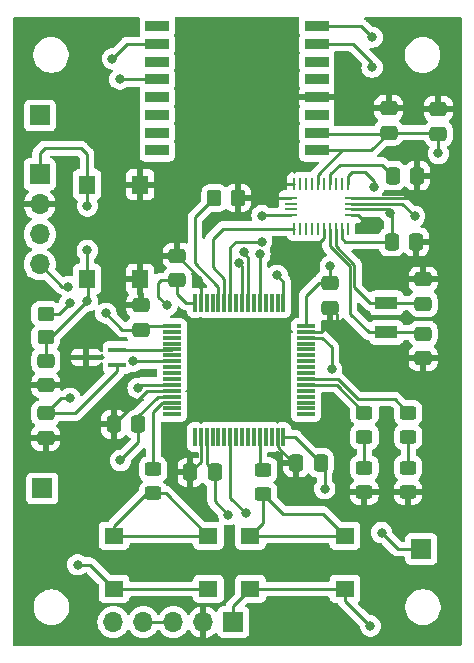
<source format=gtl>
G04 #@! TF.GenerationSoftware,KiCad,Pcbnew,7.0.10*
G04 #@! TF.CreationDate,2024-03-08T11:33:54-05:00*
G04 #@! TF.ProjectId,swipe-stack-glove,73776970-652d-4737-9461-636b2d676c6f,1*
G04 #@! TF.SameCoordinates,Original*
G04 #@! TF.FileFunction,Copper,L1,Top*
G04 #@! TF.FilePolarity,Positive*
%FSLAX46Y46*%
G04 Gerber Fmt 4.6, Leading zero omitted, Abs format (unit mm)*
G04 Created by KiCad (PCBNEW 7.0.10) date 2024-03-08 11:33:54*
%MOMM*%
%LPD*%
G01*
G04 APERTURE LIST*
G04 Aperture macros list*
%AMRoundRect*
0 Rectangle with rounded corners*
0 $1 Rounding radius*
0 $2 $3 $4 $5 $6 $7 $8 $9 X,Y pos of 4 corners*
0 Add a 4 corners polygon primitive as box body*
4,1,4,$2,$3,$4,$5,$6,$7,$8,$9,$2,$3,0*
0 Add four circle primitives for the rounded corners*
1,1,$1+$1,$2,$3*
1,1,$1+$1,$4,$5*
1,1,$1+$1,$6,$7*
1,1,$1+$1,$8,$9*
0 Add four rect primitives between the rounded corners*
20,1,$1+$1,$2,$3,$4,$5,0*
20,1,$1+$1,$4,$5,$6,$7,0*
20,1,$1+$1,$6,$7,$8,$9,0*
20,1,$1+$1,$8,$9,$2,$3,0*%
G04 Aperture macros list end*
G04 #@! TA.AperFunction,SMDPad,CuDef*
%ADD10RoundRect,0.250000X-0.475000X0.337500X-0.475000X-0.337500X0.475000X-0.337500X0.475000X0.337500X0*%
G04 #@! TD*
G04 #@! TA.AperFunction,SMDPad,CuDef*
%ADD11R,1.600000X1.400000*%
G04 #@! TD*
G04 #@! TA.AperFunction,SMDPad,CuDef*
%ADD12RoundRect,0.250000X0.350000X0.450000X-0.350000X0.450000X-0.350000X-0.450000X0.350000X-0.450000X0*%
G04 #@! TD*
G04 #@! TA.AperFunction,SMDPad,CuDef*
%ADD13RoundRect,0.250000X0.475000X-0.337500X0.475000X0.337500X-0.475000X0.337500X-0.475000X-0.337500X0*%
G04 #@! TD*
G04 #@! TA.AperFunction,ComponentPad*
%ADD14R,1.700000X1.700000*%
G04 #@! TD*
G04 #@! TA.AperFunction,SMDPad,CuDef*
%ADD15RoundRect,0.250000X0.337500X0.475000X-0.337500X0.475000X-0.337500X-0.475000X0.337500X-0.475000X0*%
G04 #@! TD*
G04 #@! TA.AperFunction,SMDPad,CuDef*
%ADD16R,1.500000X0.450000*%
G04 #@! TD*
G04 #@! TA.AperFunction,SMDPad,CuDef*
%ADD17R,1.900000X1.100000*%
G04 #@! TD*
G04 #@! TA.AperFunction,SMDPad,CuDef*
%ADD18RoundRect,0.250000X0.450000X-0.325000X0.450000X0.325000X-0.450000X0.325000X-0.450000X-0.325000X0*%
G04 #@! TD*
G04 #@! TA.AperFunction,SMDPad,CuDef*
%ADD19RoundRect,0.250000X-0.337500X-0.475000X0.337500X-0.475000X0.337500X0.475000X-0.337500X0.475000X0*%
G04 #@! TD*
G04 #@! TA.AperFunction,SMDPad,CuDef*
%ADD20RoundRect,0.250000X-0.450000X0.325000X-0.450000X-0.325000X0.450000X-0.325000X0.450000X0.325000X0*%
G04 #@! TD*
G04 #@! TA.AperFunction,SMDPad,CuDef*
%ADD21R,0.257000X1.085000*%
G04 #@! TD*
G04 #@! TA.AperFunction,SMDPad,CuDef*
%ADD22R,1.040000X0.257000*%
G04 #@! TD*
G04 #@! TA.AperFunction,SMDPad,CuDef*
%ADD23R,1.400000X1.600000*%
G04 #@! TD*
G04 #@! TA.AperFunction,SMDPad,CuDef*
%ADD24RoundRect,0.075000X-0.700000X-0.075000X0.700000X-0.075000X0.700000X0.075000X-0.700000X0.075000X0*%
G04 #@! TD*
G04 #@! TA.AperFunction,SMDPad,CuDef*
%ADD25RoundRect,0.075000X-0.075000X-0.700000X0.075000X-0.700000X0.075000X0.700000X-0.075000X0.700000X0*%
G04 #@! TD*
G04 #@! TA.AperFunction,SMDPad,CuDef*
%ADD26R,2.000000X0.900000*%
G04 #@! TD*
G04 #@! TA.AperFunction,SMDPad,CuDef*
%ADD27RoundRect,0.250000X-0.450000X0.350000X-0.450000X-0.350000X0.450000X-0.350000X0.450000X0.350000X0*%
G04 #@! TD*
G04 #@! TA.AperFunction,ComponentPad*
%ADD28O,1.700000X1.700000*%
G04 #@! TD*
G04 #@! TA.AperFunction,ViaPad*
%ADD29C,0.800000*%
G04 #@! TD*
G04 #@! TA.AperFunction,Conductor*
%ADD30C,0.250000*%
G04 #@! TD*
G04 APERTURE END LIST*
D10*
X167890000Y-99500000D03*
X167890000Y-101575000D03*
D11*
X149710000Y-121130000D03*
X141710000Y-121130000D03*
X149710000Y-116630000D03*
X141710000Y-116630000D03*
D12*
X152220000Y-88030000D03*
X150220000Y-88030000D03*
D13*
X164970000Y-82497500D03*
X164970000Y-80422500D03*
D14*
X135650000Y-112620000D03*
D15*
X159217500Y-110450000D03*
X157142500Y-110450000D03*
D16*
X142012595Y-102160859D03*
X142012595Y-100860859D03*
X139352595Y-101510859D03*
D14*
X167730000Y-117750000D03*
D11*
X161270000Y-121130000D03*
X153270000Y-121130000D03*
X161270000Y-116630000D03*
X153270000Y-116630000D03*
D17*
X164780000Y-96907500D03*
X164780000Y-99407500D03*
D15*
X167307500Y-91740000D03*
X165232500Y-91740000D03*
D18*
X162924000Y-108249922D03*
X162924000Y-106199922D03*
D15*
X150257500Y-111252000D03*
X148182500Y-111252000D03*
D19*
X165322500Y-86150000D03*
X167397500Y-86150000D03*
D18*
X162914000Y-112914922D03*
X162914000Y-110864922D03*
D10*
X135940000Y-106262500D03*
X135940000Y-108337500D03*
D13*
X167890000Y-96995000D03*
X167890000Y-94920000D03*
D20*
X154350000Y-111045000D03*
X154350000Y-113095000D03*
D10*
X160020000Y-95228500D03*
X160020000Y-97303500D03*
D21*
X161488500Y-90617500D03*
D22*
X161800000Y-89500000D03*
X161800000Y-89000000D03*
X161800000Y-88500000D03*
X161800000Y-88000000D03*
D21*
X161490000Y-86880000D03*
X160990000Y-86880000D03*
X160490000Y-86880000D03*
X159990000Y-86880000D03*
X159490000Y-86880000D03*
X158990000Y-86880000D03*
X158490000Y-86880000D03*
X157990000Y-86880000D03*
X157490000Y-86880000D03*
X156990000Y-86880000D03*
D22*
X156670000Y-88000000D03*
X156670000Y-88500000D03*
X156670000Y-89000000D03*
X156670000Y-89498500D03*
D21*
X156990000Y-90620000D03*
X157490000Y-90620000D03*
X157990000Y-90620000D03*
X158490000Y-90620000D03*
X158990000Y-90620000D03*
X159490000Y-90620000D03*
X159990000Y-90620000D03*
X160490000Y-90620000D03*
X160990000Y-90620000D03*
D23*
X143930000Y-86900000D03*
X143930000Y-94900000D03*
X139430000Y-86900000D03*
X139430000Y-94900000D03*
D13*
X143990000Y-99177500D03*
X143990000Y-97102500D03*
D24*
X146638000Y-98846000D03*
X146638000Y-99346000D03*
X146638000Y-99846000D03*
X146638000Y-100346000D03*
X146638000Y-100846000D03*
X146638000Y-101346000D03*
X146638000Y-101846000D03*
X146638000Y-102346000D03*
X146638000Y-102846000D03*
X146638000Y-103346000D03*
X146638000Y-103846000D03*
X146638000Y-104346000D03*
X146638000Y-104846000D03*
X146638000Y-105346000D03*
X146638000Y-105846000D03*
X146638000Y-106346000D03*
D25*
X148563000Y-108271000D03*
X149063000Y-108271000D03*
X149563000Y-108271000D03*
X150063000Y-108271000D03*
X150563000Y-108271000D03*
X151063000Y-108271000D03*
X151563000Y-108271000D03*
X152063000Y-108271000D03*
X152563000Y-108271000D03*
X153063000Y-108271000D03*
X153563000Y-108271000D03*
X154063000Y-108271000D03*
X154563000Y-108271000D03*
X155063000Y-108271000D03*
X155563000Y-108271000D03*
X156063000Y-108271000D03*
D24*
X157988000Y-106346000D03*
X157988000Y-105846000D03*
X157988000Y-105346000D03*
X157988000Y-104846000D03*
X157988000Y-104346000D03*
X157988000Y-103846000D03*
X157988000Y-103346000D03*
X157988000Y-102846000D03*
X157988000Y-102346000D03*
X157988000Y-101846000D03*
X157988000Y-101346000D03*
X157988000Y-100846000D03*
X157988000Y-100346000D03*
X157988000Y-99846000D03*
X157988000Y-99346000D03*
X157988000Y-98846000D03*
D25*
X156063000Y-96921000D03*
X155563000Y-96921000D03*
X155063000Y-96921000D03*
X154563000Y-96921000D03*
X154063000Y-96921000D03*
X153563000Y-96921000D03*
X153063000Y-96921000D03*
X152563000Y-96921000D03*
X152063000Y-96921000D03*
X151563000Y-96921000D03*
X151063000Y-96921000D03*
X150563000Y-96921000D03*
X150063000Y-96921000D03*
X149563000Y-96921000D03*
X149063000Y-96921000D03*
X148563000Y-96921000D03*
D26*
X145380000Y-73490000D03*
X145380000Y-74990000D03*
X145380000Y-76490000D03*
X145380000Y-77990000D03*
X145380000Y-79490000D03*
X145380000Y-80990000D03*
X145380000Y-82490000D03*
X145380000Y-83990000D03*
X158880000Y-83990000D03*
X158880000Y-82490000D03*
X158880000Y-80990000D03*
X158880000Y-79490000D03*
X158880000Y-77990000D03*
X158880000Y-76490000D03*
X158880000Y-74990000D03*
X158880000Y-73490000D03*
D13*
X147066000Y-94996000D03*
X147066000Y-92921000D03*
D18*
X166624000Y-108244922D03*
X166624000Y-106194922D03*
D13*
X169170000Y-82567500D03*
X169170000Y-80492500D03*
D15*
X143785500Y-107188000D03*
X141710500Y-107188000D03*
D20*
X145034000Y-110989000D03*
X145034000Y-113039000D03*
D14*
X135450000Y-81040000D03*
D10*
X135950000Y-101812500D03*
X135950000Y-103887500D03*
D18*
X166614000Y-112909922D03*
X166614000Y-110859922D03*
D27*
X135920000Y-97830000D03*
X135920000Y-99830000D03*
D14*
X151830000Y-123940000D03*
D28*
X149290000Y-123940000D03*
X146750000Y-123940000D03*
X144210000Y-123940000D03*
X141670000Y-123940000D03*
D14*
X135430000Y-86020000D03*
D28*
X135430000Y-88560000D03*
X135430000Y-91100000D03*
X135430000Y-93640000D03*
D29*
X143354506Y-101837657D03*
X139470000Y-88700000D03*
X139446000Y-96774000D03*
X139450000Y-92460000D03*
X163310000Y-90410000D03*
X169920000Y-89320000D03*
X151590000Y-119040000D03*
X168800000Y-114320000D03*
X166700000Y-114740000D03*
X137980000Y-96950000D03*
X160022347Y-93777653D03*
X138640000Y-119080000D03*
X151410000Y-114850000D03*
X163420000Y-124260000D03*
X163710000Y-87090000D03*
X137990000Y-104980000D03*
X159560000Y-112650000D03*
X146190000Y-97120000D03*
X141030000Y-97780000D03*
X169180000Y-84250000D03*
X142260000Y-110250000D03*
X165100000Y-89270000D03*
X167160000Y-89570000D03*
X160138202Y-102540000D03*
X137820000Y-95520000D03*
X155525000Y-94565000D03*
X152288000Y-93539624D03*
X141580000Y-76240000D03*
X152686724Y-92623276D03*
X142220000Y-77970000D03*
X163576000Y-76962000D03*
X163576000Y-74422000D03*
X143748597Y-104124597D03*
X154069009Y-92781395D03*
X152880000Y-114730000D03*
X164375000Y-116355000D03*
X154250000Y-89510000D03*
X154220000Y-91720000D03*
D30*
X135840000Y-83810000D02*
X138920000Y-83810000D01*
X139432000Y-96760000D02*
X139446000Y-96774000D01*
X139482000Y-96738000D02*
X139446000Y-96774000D01*
X136390000Y-99830000D02*
X139446000Y-96774000D01*
X139430000Y-92480000D02*
X139450000Y-92460000D01*
X135430000Y-84220000D02*
X135840000Y-83810000D01*
X135430000Y-86020000D02*
X135430000Y-84220000D01*
X138920000Y-83810000D02*
X139430000Y-84320000D01*
X139430000Y-84320000D02*
X139430000Y-86900000D01*
X139430000Y-94900000D02*
X139482000Y-94952000D01*
X135920000Y-101782500D02*
X135950000Y-101812500D01*
X135920000Y-99830000D02*
X136390000Y-99830000D01*
X139470000Y-88700000D02*
X139470000Y-86940000D01*
X143362849Y-101846000D02*
X146638000Y-101846000D01*
X139482000Y-94952000D02*
X139482000Y-96738000D01*
X135920000Y-99830000D02*
X135920000Y-101782500D01*
X139470000Y-86940000D02*
X139430000Y-86900000D01*
X143354506Y-101837657D02*
X143362849Y-101846000D01*
X139430000Y-94900000D02*
X139430000Y-92480000D01*
X163290000Y-90410000D02*
X163310000Y-90410000D01*
X143980000Y-94850000D02*
X143930000Y-94900000D01*
X159490000Y-91441000D02*
X158661000Y-92270000D01*
X149063000Y-110371500D02*
X148182500Y-111252000D01*
X149063000Y-108271000D02*
X149063000Y-110371500D01*
X144552500Y-104346000D02*
X141710500Y-107188000D01*
X156990000Y-86880000D02*
X155410000Y-86880000D01*
X160020000Y-97303500D02*
X160590000Y-97873500D01*
X160020000Y-97303500D02*
X160020000Y-98590000D01*
X149063000Y-94918000D02*
X147066000Y-92921000D01*
X160590000Y-97873500D02*
X160590000Y-99330000D01*
X156670000Y-88000000D02*
X155360000Y-88000000D01*
X160020000Y-98590000D02*
X159264000Y-99346000D01*
X155563000Y-109113764D02*
X156899236Y-110450000D01*
X155563000Y-108271000D02*
X155563000Y-109113764D01*
X159490000Y-90620000D02*
X159490000Y-91441000D01*
X149063000Y-96921000D02*
X149063000Y-94918000D01*
X161800000Y-89500000D02*
X162380000Y-89500000D01*
X161800000Y-88000000D02*
X168540000Y-88000000D01*
X139263454Y-101600000D02*
X139352595Y-101510859D01*
X162380000Y-89500000D02*
X163290000Y-90410000D01*
X148182500Y-110677500D02*
X148182500Y-111252000D01*
X159264000Y-99346000D02*
X157988000Y-99346000D01*
X146638000Y-104346000D02*
X144552500Y-104346000D01*
X156899236Y-110450000D02*
X157142500Y-110450000D01*
X161810000Y-83990000D02*
X163477500Y-83990000D01*
X143987500Y-99180000D02*
X143990000Y-99177500D01*
X159560000Y-110792500D02*
X159217500Y-110450000D01*
X165232500Y-91740000D02*
X161290000Y-91740000D01*
X157988000Y-98846000D02*
X157988000Y-96312000D01*
X149563000Y-108271000D02*
X149563000Y-110557500D01*
X147066000Y-94996000D02*
X145674000Y-94996000D01*
X137222500Y-104980000D02*
X135940000Y-106262500D01*
X163030000Y-85870000D02*
X163710000Y-86550000D01*
X149563000Y-110557500D02*
X150257500Y-111252000D01*
X161490000Y-86880000D02*
X161490000Y-86200000D01*
X151830000Y-123940000D02*
X151830000Y-122570000D01*
X135940000Y-106262500D02*
X138455000Y-106262500D01*
X161880000Y-85810000D02*
X162970000Y-85810000D01*
X145450000Y-96380000D02*
X146190000Y-97120000D01*
X159071500Y-95228500D02*
X160020000Y-95228500D01*
X160022347Y-94377653D02*
X160020000Y-94380000D01*
X163710000Y-86550000D02*
X163710000Y-87090000D01*
X166090000Y-88500000D02*
X161800000Y-88500000D01*
X159560000Y-112650000D02*
X159560000Y-110792500D01*
X169180000Y-84250000D02*
X169170000Y-84240000D01*
X165232500Y-91740000D02*
X165232500Y-89402500D01*
X161490000Y-86200000D02*
X161880000Y-85810000D01*
X146638000Y-104846000D02*
X145402500Y-104846000D01*
X138455000Y-106262500D02*
X142012595Y-102704905D01*
X158990000Y-86059000D02*
X161059000Y-83990000D01*
X163477500Y-83990000D02*
X164970000Y-82497500D01*
X141030000Y-97780000D02*
X142430000Y-99180000D01*
X137990000Y-104980000D02*
X137222500Y-104980000D01*
X164900000Y-82567500D02*
X158957500Y-82567500D01*
X165232500Y-89402500D02*
X165100000Y-89270000D01*
X169170000Y-84240000D02*
X169170000Y-82567500D01*
X143785500Y-107188000D02*
X143785500Y-108724500D01*
X164970000Y-82497500D02*
X164900000Y-82567500D01*
X150257500Y-113697500D02*
X151410000Y-114850000D01*
X142430000Y-99180000D02*
X143987500Y-99180000D01*
X156063000Y-108271000D02*
X157038500Y-108271000D01*
X157988000Y-96312000D02*
X159071500Y-95228500D01*
X151830000Y-122570000D02*
X153270000Y-121130000D01*
X139660000Y-119080000D02*
X138640000Y-119080000D01*
X144321500Y-98846000D02*
X143990000Y-99177500D01*
X147851000Y-96921000D02*
X147066000Y-96136000D01*
X160022347Y-93777653D02*
X160022347Y-94377653D01*
X150257500Y-111252000D02*
X150257500Y-113697500D01*
X164830000Y-89000000D02*
X165100000Y-89270000D01*
X148563000Y-96921000D02*
X147851000Y-96921000D01*
X160020000Y-94380000D02*
X160020000Y-95228500D01*
X147066000Y-94996000D02*
X146646000Y-94996000D01*
X137980000Y-96950000D02*
X137100000Y-97830000D01*
X149710000Y-121130000D02*
X141710000Y-121130000D01*
X167160000Y-89570000D02*
X166090000Y-88500000D01*
X162970000Y-85810000D02*
X163030000Y-85870000D01*
X145402500Y-104846000D02*
X143785500Y-106463000D01*
X158990000Y-86880000D02*
X158990000Y-86059000D01*
X161290000Y-91740000D02*
X160990000Y-91440000D01*
X158957500Y-82567500D02*
X158880000Y-82490000D01*
X160990000Y-91440000D02*
X160990000Y-90620000D01*
X141710000Y-121130000D02*
X139660000Y-119080000D01*
X153270000Y-121130000D02*
X161270000Y-121130000D01*
X143785500Y-106463000D02*
X143785500Y-107188000D01*
X164970000Y-82497500D02*
X165040000Y-82567500D01*
X137100000Y-97830000D02*
X135920000Y-97830000D01*
X142012595Y-102704905D02*
X142012595Y-102160859D01*
X161059000Y-83990000D02*
X161810000Y-83990000D01*
X169100000Y-82497500D02*
X169170000Y-82567500D01*
X145674000Y-94996000D02*
X145450000Y-95220000D01*
X147066000Y-96136000D02*
X147066000Y-94996000D01*
X161270000Y-122110000D02*
X161270000Y-121130000D01*
X145450000Y-95220000D02*
X145450000Y-96380000D01*
X164970000Y-82497500D02*
X169100000Y-82497500D01*
X161800000Y-89000000D02*
X164830000Y-89000000D01*
X143785500Y-108724500D02*
X142260000Y-110250000D01*
X157038500Y-108271000D02*
X159217500Y-110450000D01*
X158880000Y-83990000D02*
X161810000Y-83990000D01*
X146638000Y-98846000D02*
X144321500Y-98846000D01*
X163420000Y-124260000D02*
X161270000Y-122110000D01*
X164372500Y-85200000D02*
X160820000Y-85200000D01*
X159990000Y-86030000D02*
X159990000Y-86880000D01*
X160820000Y-85200000D02*
X159990000Y-86030000D01*
X165322500Y-86150000D02*
X164372500Y-85200000D01*
X167802500Y-96907500D02*
X167890000Y-96995000D01*
X160490000Y-92096842D02*
X162057000Y-93663842D01*
X164780000Y-96907500D02*
X167802500Y-96907500D01*
X160490000Y-90620000D02*
X160490000Y-92096842D01*
X162057000Y-95583842D02*
X163380658Y-96907500D01*
X163380658Y-96907500D02*
X164780000Y-96907500D01*
X162057000Y-93663842D02*
X162057000Y-95583842D01*
X167712500Y-99407500D02*
X167920000Y-99200000D01*
X159990000Y-92130000D02*
X161680000Y-93820000D01*
X164780000Y-99407500D02*
X167712500Y-99407500D01*
X159990000Y-90620000D02*
X159990000Y-92130000D01*
X163280000Y-99407500D02*
X164780000Y-99407500D01*
X161680000Y-93820000D02*
X161680000Y-97807500D01*
X161680000Y-97807500D02*
X163280000Y-99407500D01*
X162924000Y-110854922D02*
X162914000Y-110864922D01*
X162924000Y-108249922D02*
X162924000Y-110854922D01*
X166624000Y-110849922D02*
X166614000Y-110859922D01*
X166624000Y-108244922D02*
X166624000Y-110849922D01*
X160138202Y-100650202D02*
X159334000Y-99846000D01*
X135430000Y-93640000D02*
X135280000Y-93640000D01*
X137820000Y-95520000D02*
X137310000Y-95520000D01*
X160138202Y-102540000D02*
X160138202Y-100650202D01*
X137310000Y-95520000D02*
X135430000Y-93640000D01*
X159334000Y-99846000D02*
X157988000Y-99846000D01*
X156063000Y-95103000D02*
X156063000Y-96921000D01*
X155525000Y-94565000D02*
X156063000Y-95103000D01*
X146750000Y-123940000D02*
X144210000Y-123940000D01*
X152563000Y-93814624D02*
X152563000Y-96921000D01*
X152288000Y-93539624D02*
X152563000Y-93814624D01*
X141580000Y-76240000D02*
X142830000Y-74990000D01*
X142830000Y-74990000D02*
X145380000Y-74990000D01*
X152686724Y-92623276D02*
X152686724Y-92696724D01*
X152686724Y-92696724D02*
X153063000Y-93073000D01*
X153063000Y-93073000D02*
X153063000Y-96921000D01*
X144830000Y-77990000D02*
X145380000Y-77990000D01*
X142220000Y-77970000D02*
X144810000Y-77970000D01*
X144810000Y-77970000D02*
X144830000Y-77990000D01*
X161944695Y-74990000D02*
X158880000Y-74990000D01*
X163576000Y-76621305D02*
X161944695Y-74990000D01*
X163576000Y-76962000D02*
X163576000Y-76621305D01*
X150563000Y-96921000D02*
X150563000Y-95523000D01*
X150563000Y-95523000D02*
X148580000Y-93540000D01*
X148580000Y-89670000D02*
X150220000Y-88030000D01*
X148580000Y-93540000D02*
X148580000Y-89670000D01*
X160570078Y-103846000D02*
X157988000Y-103846000D01*
X162924000Y-106199922D02*
X160570078Y-103846000D01*
X165469078Y-105040000D02*
X166624000Y-106194922D01*
X160646000Y-103346000D02*
X162340000Y-105040000D01*
X166624000Y-106172000D02*
X166624000Y-106194922D01*
X162340000Y-105040000D02*
X165469078Y-105040000D01*
X157988000Y-103346000D02*
X160646000Y-103346000D01*
X146638000Y-105346000D02*
X145795236Y-105346000D01*
X145034000Y-106107236D02*
X145034000Y-110989000D01*
X145795236Y-105346000D02*
X145034000Y-106107236D01*
X141710000Y-116630000D02*
X149710000Y-116630000D01*
X146119000Y-113039000D02*
X149710000Y-116630000D01*
X144491000Y-113039000D02*
X141710000Y-115820000D01*
X141710000Y-115820000D02*
X141710000Y-116630000D01*
X145034000Y-113039000D02*
X146119000Y-113039000D01*
X145034000Y-113039000D02*
X144491000Y-113039000D01*
X154063000Y-110758000D02*
X154063000Y-108271000D01*
X154350000Y-111045000D02*
X154063000Y-110758000D01*
X154350000Y-115550000D02*
X153270000Y-116630000D01*
X155995000Y-114740000D02*
X159380000Y-114740000D01*
X159380000Y-114740000D02*
X161270000Y-116630000D01*
X154350000Y-113095000D02*
X155995000Y-114740000D01*
X154350000Y-113095000D02*
X154350000Y-115550000D01*
X153270000Y-116630000D02*
X161270000Y-116630000D01*
X163576000Y-74422000D02*
X162644000Y-73490000D01*
X162644000Y-73490000D02*
X158880000Y-73490000D01*
X146638000Y-103846000D02*
X144027194Y-103846000D01*
X144027194Y-103846000D02*
X143748597Y-104124597D01*
X142012595Y-100860859D02*
X146623141Y-100860859D01*
X146628138Y-100836138D02*
X146638000Y-100846000D01*
X146623141Y-100860859D02*
X146638000Y-100846000D01*
X154063000Y-92787404D02*
X154063000Y-96921000D01*
X154069009Y-92781395D02*
X154063000Y-92787404D01*
X151563000Y-113413000D02*
X152880000Y-114730000D01*
X164375000Y-116355000D02*
X165770000Y-117750000D01*
X165770000Y-117750000D02*
X167730000Y-117750000D01*
X151563000Y-108271000D02*
X151563000Y-113413000D01*
X154250000Y-89510000D02*
X154261500Y-89498500D01*
X151563000Y-92177000D02*
X151563000Y-96921000D01*
X154220000Y-91720000D02*
X152020000Y-91720000D01*
X152020000Y-91720000D02*
X151563000Y-92177000D01*
X154261500Y-89498500D02*
X156670000Y-89498500D01*
X151063000Y-94903000D02*
X150067347Y-93907347D01*
X150067347Y-91507348D02*
X150954695Y-90620000D01*
X151063000Y-96921000D02*
X151063000Y-94903000D01*
X150067347Y-93907347D02*
X150067347Y-91507348D01*
X150954695Y-90620000D02*
X156990000Y-90620000D01*
G04 #@! TA.AperFunction,Conductor*
G36*
X148422498Y-94280348D02*
G01*
X148462576Y-94307166D01*
X149589229Y-95433819D01*
X149622714Y-95495142D01*
X149617730Y-95564834D01*
X149575858Y-95620767D01*
X149510394Y-95645184D01*
X149501548Y-95645500D01*
X149450272Y-95645500D01*
X149354792Y-95658071D01*
X149337764Y-95660313D01*
X149337763Y-95660313D01*
X149329707Y-95661374D01*
X149329472Y-95659595D01*
X149295729Y-95661804D01*
X149213000Y-95650911D01*
X149210845Y-95652801D01*
X149193315Y-95712502D01*
X149164487Y-95743838D01*
X149138486Y-95763789D01*
X149073319Y-95788984D01*
X149004874Y-95774946D01*
X148987515Y-95763790D01*
X148961512Y-95743838D01*
X148920310Y-95687410D01*
X148914120Y-95651894D01*
X148912999Y-95650911D01*
X148830270Y-95661804D01*
X148796527Y-95659593D01*
X148796293Y-95661374D01*
X148788236Y-95660313D01*
X148768451Y-95657708D01*
X148675727Y-95645500D01*
X148675720Y-95645500D01*
X148450280Y-95645500D01*
X148450276Y-95645500D01*
X148450264Y-95645501D01*
X148414222Y-95650246D01*
X148345187Y-95639480D01*
X148292932Y-95593099D01*
X148274048Y-95525830D01*
X148280336Y-95488297D01*
X148280999Y-95486297D01*
X148291500Y-95383509D01*
X148291499Y-94608492D01*
X148287737Y-94571668D01*
X148280999Y-94505703D01*
X148278294Y-94497540D01*
X148257188Y-94433848D01*
X148254787Y-94364024D01*
X148290518Y-94303982D01*
X148353038Y-94272788D01*
X148422498Y-94280348D01*
G37*
G04 #@! TD.AperFunction*
G04 #@! TA.AperFunction,Conductor*
G36*
X164260888Y-89645185D02*
G01*
X164301235Y-89687499D01*
X164367467Y-89802216D01*
X164494129Y-89942888D01*
X164553041Y-89985690D01*
X164555884Y-89987755D01*
X164598550Y-90043084D01*
X164607000Y-90088074D01*
X164607000Y-90491652D01*
X164587315Y-90558691D01*
X164548098Y-90597189D01*
X164484630Y-90636337D01*
X164426342Y-90672289D01*
X164302289Y-90796342D01*
X164210187Y-90945663D01*
X164210185Y-90945668D01*
X164210115Y-90945880D01*
X164186685Y-91016589D01*
X164182405Y-91029504D01*
X164142632Y-91086949D01*
X164078116Y-91113772D01*
X164064699Y-91114500D01*
X162241500Y-91114500D01*
X162174461Y-91094815D01*
X162128706Y-91042011D01*
X162117500Y-90990500D01*
X162117500Y-90636335D01*
X162117499Y-90252499D01*
X162137183Y-90185461D01*
X162189987Y-90139706D01*
X162241499Y-90128500D01*
X162367828Y-90128500D01*
X162367844Y-90128499D01*
X162427372Y-90122098D01*
X162427379Y-90122096D01*
X162562086Y-90071854D01*
X162562093Y-90071850D01*
X162677187Y-89985690D01*
X162677190Y-89985687D01*
X162763350Y-89870593D01*
X162763354Y-89870586D01*
X162813596Y-89735879D01*
X162815380Y-89728332D01*
X162816704Y-89728644D01*
X162840302Y-89671687D01*
X162897697Y-89631843D01*
X162936848Y-89625500D01*
X164193849Y-89625500D01*
X164260888Y-89645185D01*
G37*
G04 #@! TD.AperFunction*
G04 #@! TA.AperFunction,Conductor*
G36*
X143863129Y-72714185D02*
G01*
X143908884Y-72766989D01*
X143918828Y-72836147D01*
X143912272Y-72861833D01*
X143885908Y-72932517D01*
X143879501Y-72992116D01*
X143879501Y-72992123D01*
X143879500Y-72992135D01*
X143879500Y-73987870D01*
X143879501Y-73987876D01*
X143885908Y-74047483D01*
X143939303Y-74190641D01*
X143937575Y-74191285D01*
X143950095Y-74248853D01*
X143935337Y-74299256D01*
X143935065Y-74299756D01*
X143885737Y-74349239D01*
X143826139Y-74364500D01*
X142912743Y-74364500D01*
X142897122Y-74362775D01*
X142897096Y-74363061D01*
X142889334Y-74362327D01*
X142889333Y-74362327D01*
X142837688Y-74363950D01*
X142822127Y-74364439D01*
X142818232Y-74364500D01*
X142790647Y-74364500D01*
X142786661Y-74365003D01*
X142775033Y-74365918D01*
X142731373Y-74367290D01*
X142712129Y-74372881D01*
X142693079Y-74376825D01*
X142673211Y-74379334D01*
X142673210Y-74379334D01*
X142632599Y-74395413D01*
X142621554Y-74399194D01*
X142579614Y-74411379D01*
X142579610Y-74411381D01*
X142562366Y-74421579D01*
X142544905Y-74430133D01*
X142526274Y-74437510D01*
X142526262Y-74437517D01*
X142490933Y-74463185D01*
X142481173Y-74469596D01*
X142443580Y-74491829D01*
X142429414Y-74505995D01*
X142414624Y-74518627D01*
X142398414Y-74530404D01*
X142398411Y-74530407D01*
X142370573Y-74564058D01*
X142362711Y-74572697D01*
X141632228Y-75303181D01*
X141570905Y-75336666D01*
X141544547Y-75339500D01*
X141485354Y-75339500D01*
X141452897Y-75346398D01*
X141300197Y-75378855D01*
X141300192Y-75378857D01*
X141127270Y-75455848D01*
X141127265Y-75455851D01*
X140974129Y-75567111D01*
X140847466Y-75707785D01*
X140752821Y-75871715D01*
X140752818Y-75871722D01*
X140696733Y-76044335D01*
X140694326Y-76051744D01*
X140674540Y-76240000D01*
X140694326Y-76428256D01*
X140694327Y-76428259D01*
X140752818Y-76608277D01*
X140752821Y-76608284D01*
X140847467Y-76772216D01*
X140974129Y-76912888D01*
X141127265Y-77024148D01*
X141127270Y-77024151D01*
X141300192Y-77101142D01*
X141300197Y-77101144D01*
X141485354Y-77140500D01*
X141485368Y-77140500D01*
X141489785Y-77140965D01*
X141554400Y-77167548D01*
X141594386Y-77224845D01*
X141597047Y-77294664D01*
X141568976Y-77347258D01*
X141487466Y-77437784D01*
X141392821Y-77601715D01*
X141392818Y-77601722D01*
X141334327Y-77781740D01*
X141334326Y-77781744D01*
X141314540Y-77970000D01*
X141334326Y-78158256D01*
X141334327Y-78158259D01*
X141392818Y-78338277D01*
X141392821Y-78338284D01*
X141487467Y-78502216D01*
X141589185Y-78615185D01*
X141614129Y-78642888D01*
X141767265Y-78754148D01*
X141767270Y-78754151D01*
X141940192Y-78831142D01*
X141940197Y-78831144D01*
X142125354Y-78870500D01*
X142125355Y-78870500D01*
X142314644Y-78870500D01*
X142314646Y-78870500D01*
X142499803Y-78831144D01*
X142672730Y-78754151D01*
X142825871Y-78642888D01*
X142828788Y-78639647D01*
X142831600Y-78636526D01*
X142891087Y-78599879D01*
X142923748Y-78595500D01*
X143817723Y-78595500D01*
X143884762Y-78615185D01*
X143930517Y-78667989D01*
X143933906Y-78676170D01*
X143939304Y-78690644D01*
X143937576Y-78691288D01*
X143950095Y-78748853D01*
X143938310Y-78788988D01*
X143939303Y-78789359D01*
X143885908Y-78932517D01*
X143879501Y-78992116D01*
X143879501Y-78992123D01*
X143879500Y-78992135D01*
X143879500Y-79987870D01*
X143879501Y-79987876D01*
X143885908Y-80047483D01*
X143939303Y-80190641D01*
X143937575Y-80191285D01*
X143950095Y-80248853D01*
X143938310Y-80288988D01*
X143939303Y-80289359D01*
X143885908Y-80432517D01*
X143879501Y-80492116D01*
X143879501Y-80492123D01*
X143879500Y-80492135D01*
X143879500Y-81487870D01*
X143879501Y-81487876D01*
X143885908Y-81547483D01*
X143939303Y-81690641D01*
X143937575Y-81691285D01*
X143950095Y-81748853D01*
X143938310Y-81788988D01*
X143939303Y-81789359D01*
X143885908Y-81932517D01*
X143884889Y-81942000D01*
X143879501Y-81992123D01*
X143879500Y-81992135D01*
X143879500Y-82987870D01*
X143879501Y-82987876D01*
X143885908Y-83047483D01*
X143939303Y-83190641D01*
X143937575Y-83191285D01*
X143950095Y-83248853D01*
X143938310Y-83288988D01*
X143939303Y-83289359D01*
X143885908Y-83432517D01*
X143879501Y-83492116D01*
X143879501Y-83492123D01*
X143879500Y-83492135D01*
X143879500Y-84487870D01*
X143879501Y-84487876D01*
X143885908Y-84547483D01*
X143936202Y-84682328D01*
X143936206Y-84682335D01*
X144022452Y-84797544D01*
X144022455Y-84797547D01*
X144137664Y-84883793D01*
X144137671Y-84883797D01*
X144272517Y-84934091D01*
X144272516Y-84934091D01*
X144279444Y-84934835D01*
X144332127Y-84940500D01*
X146427872Y-84940499D01*
X146487483Y-84934091D01*
X146622331Y-84883796D01*
X146737546Y-84797546D01*
X146823796Y-84682331D01*
X146874091Y-84547483D01*
X146880500Y-84487873D01*
X146880499Y-83492128D01*
X146874091Y-83432517D01*
X146823796Y-83297669D01*
X146823794Y-83297666D01*
X146820696Y-83289360D01*
X146822426Y-83288714D01*
X146809902Y-83231163D01*
X146821691Y-83191011D01*
X146820696Y-83190640D01*
X146823794Y-83182333D01*
X146823796Y-83182331D01*
X146874091Y-83047483D01*
X146880500Y-82987873D01*
X146880499Y-81992128D01*
X146874091Y-81932517D01*
X146823796Y-81797669D01*
X146823794Y-81797666D01*
X146820696Y-81789360D01*
X146822426Y-81788714D01*
X146809902Y-81731163D01*
X146821691Y-81691011D01*
X146820696Y-81690640D01*
X146823794Y-81682333D01*
X146823796Y-81682331D01*
X146874091Y-81547483D01*
X146880500Y-81487873D01*
X146880499Y-80492128D01*
X146874091Y-80432517D01*
X146823796Y-80297669D01*
X146823794Y-80297666D01*
X146820696Y-80289360D01*
X146822426Y-80288714D01*
X146809902Y-80231163D01*
X146821691Y-80191011D01*
X146820696Y-80190640D01*
X146823794Y-80182333D01*
X146823796Y-80182331D01*
X146874091Y-80047483D01*
X146880500Y-79987873D01*
X146880499Y-78992128D01*
X146874091Y-78932517D01*
X146823796Y-78797669D01*
X146823794Y-78797666D01*
X146820696Y-78789360D01*
X146822426Y-78788714D01*
X146809902Y-78731163D01*
X146821691Y-78691011D01*
X146820696Y-78690640D01*
X146823794Y-78682333D01*
X146823796Y-78682331D01*
X146874091Y-78547483D01*
X146880500Y-78487873D01*
X146880499Y-77492128D01*
X146874091Y-77432517D01*
X146823796Y-77297669D01*
X146823794Y-77297666D01*
X146820696Y-77289360D01*
X146822426Y-77288714D01*
X146809902Y-77231163D01*
X146821691Y-77191011D01*
X146820696Y-77190640D01*
X146823794Y-77182333D01*
X146823796Y-77182331D01*
X146874091Y-77047483D01*
X146880500Y-76987873D01*
X146880499Y-75992128D01*
X146874091Y-75932517D01*
X146823796Y-75797669D01*
X146823794Y-75797666D01*
X146820696Y-75789360D01*
X146822426Y-75788714D01*
X146809902Y-75731163D01*
X146821691Y-75691011D01*
X146820696Y-75690640D01*
X146823794Y-75682333D01*
X146823796Y-75682331D01*
X146874091Y-75547483D01*
X146880500Y-75487873D01*
X146880499Y-74492128D01*
X146874091Y-74432517D01*
X146823796Y-74297669D01*
X146823794Y-74297666D01*
X146820696Y-74289360D01*
X146822426Y-74288714D01*
X146809902Y-74231163D01*
X146821691Y-74191011D01*
X146820696Y-74190640D01*
X146823794Y-74182333D01*
X146823796Y-74182331D01*
X146874091Y-74047483D01*
X146880500Y-73987873D01*
X146880499Y-72992128D01*
X146874091Y-72932517D01*
X146874091Y-72932516D01*
X146847728Y-72861833D01*
X146842744Y-72792141D01*
X146876229Y-72730818D01*
X146937553Y-72697334D01*
X146963910Y-72694500D01*
X157296090Y-72694500D01*
X157363129Y-72714185D01*
X157408884Y-72766989D01*
X157418828Y-72836147D01*
X157412272Y-72861833D01*
X157385908Y-72932517D01*
X157379501Y-72992116D01*
X157379501Y-72992123D01*
X157379500Y-72992135D01*
X157379500Y-73987870D01*
X157379501Y-73987876D01*
X157385908Y-74047483D01*
X157439303Y-74190641D01*
X157437575Y-74191285D01*
X157450095Y-74248853D01*
X157438310Y-74288988D01*
X157439303Y-74289359D01*
X157385908Y-74432517D01*
X157379532Y-74491829D01*
X157379501Y-74492123D01*
X157379500Y-74492135D01*
X157379500Y-75487870D01*
X157379501Y-75487876D01*
X157385908Y-75547483D01*
X157439303Y-75690641D01*
X157437575Y-75691285D01*
X157450095Y-75748853D01*
X157438310Y-75788988D01*
X157439303Y-75789359D01*
X157385908Y-75932517D01*
X157379501Y-75992116D01*
X157379501Y-75992123D01*
X157379500Y-75992135D01*
X157379500Y-76987870D01*
X157379501Y-76987876D01*
X157385908Y-77047483D01*
X157439303Y-77190641D01*
X157437575Y-77191285D01*
X157450095Y-77248853D01*
X157438310Y-77288988D01*
X157439303Y-77289359D01*
X157385908Y-77432517D01*
X157379501Y-77492116D01*
X157379501Y-77492123D01*
X157379500Y-77492135D01*
X157379500Y-78487870D01*
X157379501Y-78487876D01*
X157385908Y-78547483D01*
X157439303Y-78690641D01*
X157437733Y-78691226D01*
X157450383Y-78749367D01*
X157438687Y-78789206D01*
X157439746Y-78789601D01*
X157386403Y-78932620D01*
X157386401Y-78932627D01*
X157380000Y-78992155D01*
X157380000Y-79240000D01*
X160380000Y-79240000D01*
X160380000Y-78992172D01*
X160379999Y-78992155D01*
X160373598Y-78932627D01*
X160373597Y-78932623D01*
X160320253Y-78789602D01*
X160322067Y-78788925D01*
X160309616Y-78731674D01*
X160321570Y-78690966D01*
X160320696Y-78690640D01*
X160323794Y-78682333D01*
X160323796Y-78682331D01*
X160374091Y-78547483D01*
X160380500Y-78487873D01*
X160380499Y-77492128D01*
X160374091Y-77432517D01*
X160323796Y-77297669D01*
X160323794Y-77297666D01*
X160320696Y-77289360D01*
X160322426Y-77288714D01*
X160309902Y-77231163D01*
X160321691Y-77191011D01*
X160320696Y-77190640D01*
X160323794Y-77182333D01*
X160323796Y-77182331D01*
X160374091Y-77047483D01*
X160380500Y-76987873D01*
X160380499Y-75992128D01*
X160374091Y-75932517D01*
X160323796Y-75797669D01*
X160323794Y-75797666D01*
X160320696Y-75789360D01*
X160322426Y-75788714D01*
X160309902Y-75731163D01*
X160324845Y-75680409D01*
X160325119Y-75679909D01*
X160374598Y-75630578D01*
X160433861Y-75615500D01*
X161634243Y-75615500D01*
X161701282Y-75635185D01*
X161721924Y-75651819D01*
X162674244Y-76604139D01*
X162707729Y-76665462D01*
X162704495Y-76730136D01*
X162690326Y-76773743D01*
X162673930Y-76929742D01*
X162670540Y-76962000D01*
X162690326Y-77150256D01*
X162690327Y-77150259D01*
X162748818Y-77330277D01*
X162748821Y-77330284D01*
X162843467Y-77494216D01*
X162940260Y-77601715D01*
X162970129Y-77634888D01*
X163123265Y-77746148D01*
X163123270Y-77746151D01*
X163296192Y-77823142D01*
X163296197Y-77823144D01*
X163481354Y-77862500D01*
X163481355Y-77862500D01*
X163670644Y-77862500D01*
X163670646Y-77862500D01*
X163855803Y-77823144D01*
X164028730Y-77746151D01*
X164181871Y-77634888D01*
X164308533Y-77494216D01*
X164403179Y-77330284D01*
X164461674Y-77150256D01*
X164481460Y-76962000D01*
X164461674Y-76773744D01*
X164403179Y-76593716D01*
X164308533Y-76429784D01*
X164181871Y-76289112D01*
X164168801Y-76279616D01*
X164028734Y-76177851D01*
X164023107Y-76174603D01*
X164023371Y-76174144D01*
X163991577Y-76152292D01*
X163883619Y-76044334D01*
X166349500Y-76044334D01*
X166390429Y-76289616D01*
X166471169Y-76524802D01*
X166471172Y-76524811D01*
X166584114Y-76733509D01*
X166589526Y-76743509D01*
X166742262Y-76939744D01*
X166883215Y-77069500D01*
X166925217Y-77108166D01*
X167133393Y-77244173D01*
X167361118Y-77344063D01*
X167562686Y-77395107D01*
X167602179Y-77405108D01*
X167602181Y-77405108D01*
X167602186Y-77405109D01*
X167755589Y-77417819D01*
X167787933Y-77420500D01*
X167787937Y-77420500D01*
X167912063Y-77420500D01*
X167912067Y-77420500D01*
X167974677Y-77415311D01*
X168097813Y-77405109D01*
X168097816Y-77405108D01*
X168097821Y-77405108D01*
X168338881Y-77344063D01*
X168566607Y-77244173D01*
X168774785Y-77108164D01*
X168957738Y-76939744D01*
X169110474Y-76743509D01*
X169228828Y-76524810D01*
X169309571Y-76289614D01*
X169350500Y-76044335D01*
X169350500Y-75795665D01*
X169309571Y-75550386D01*
X169228828Y-75315190D01*
X169211484Y-75283142D01*
X169110475Y-75096493D01*
X169110474Y-75096491D01*
X168957738Y-74900256D01*
X168774785Y-74731836D01*
X168774782Y-74731833D01*
X168566606Y-74595826D01*
X168338881Y-74495936D01*
X168097824Y-74434892D01*
X168097813Y-74434890D01*
X167912077Y-74419500D01*
X167912067Y-74419500D01*
X167787933Y-74419500D01*
X167787922Y-74419500D01*
X167602186Y-74434890D01*
X167602175Y-74434892D01*
X167361118Y-74495936D01*
X167133393Y-74595826D01*
X166925217Y-74731833D01*
X166742261Y-74900257D01*
X166589524Y-75096493D01*
X166471172Y-75315188D01*
X166471169Y-75315197D01*
X166390429Y-75550383D01*
X166349500Y-75795665D01*
X166349500Y-76044334D01*
X163883619Y-76044334D01*
X163371529Y-75532243D01*
X163338044Y-75470920D01*
X163343028Y-75401228D01*
X163384900Y-75345295D01*
X163450364Y-75320878D01*
X163474818Y-75322571D01*
X163474897Y-75321821D01*
X163481353Y-75322499D01*
X163481354Y-75322500D01*
X163481355Y-75322500D01*
X163670644Y-75322500D01*
X163670646Y-75322500D01*
X163855803Y-75283144D01*
X164028730Y-75206151D01*
X164181871Y-75094888D01*
X164308533Y-74954216D01*
X164403179Y-74790284D01*
X164461674Y-74610256D01*
X164481460Y-74422000D01*
X164461674Y-74233744D01*
X164403179Y-74053716D01*
X164308533Y-73889784D01*
X164181871Y-73749112D01*
X164181870Y-73749111D01*
X164028734Y-73637851D01*
X164028729Y-73637848D01*
X163855807Y-73560857D01*
X163855802Y-73560855D01*
X163710001Y-73529865D01*
X163670646Y-73521500D01*
X163670645Y-73521500D01*
X163611453Y-73521500D01*
X163544414Y-73501815D01*
X163523772Y-73485181D01*
X163144803Y-73106212D01*
X163134980Y-73093950D01*
X163134759Y-73094134D01*
X163129786Y-73088122D01*
X163080776Y-73042099D01*
X163077977Y-73039386D01*
X163058477Y-73019885D01*
X163058471Y-73019880D01*
X163055286Y-73017409D01*
X163046434Y-73009848D01*
X163014582Y-72979938D01*
X163014580Y-72979936D01*
X163014577Y-72979935D01*
X162997029Y-72970288D01*
X162980763Y-72959604D01*
X162964933Y-72947325D01*
X162930215Y-72932301D01*
X162876507Y-72887610D01*
X162855487Y-72820978D01*
X162873828Y-72753558D01*
X162925707Y-72706757D01*
X162979462Y-72694500D01*
X171021500Y-72694500D01*
X171088539Y-72714185D01*
X171134294Y-72766989D01*
X171145500Y-72818500D01*
X171145500Y-125809500D01*
X171125815Y-125876539D01*
X171073011Y-125922294D01*
X171021500Y-125933500D01*
X133270500Y-125933500D01*
X133203461Y-125913815D01*
X133157706Y-125861011D01*
X133146500Y-125809500D01*
X133146500Y-122794334D01*
X134909500Y-122794334D01*
X134950429Y-123039616D01*
X135031169Y-123274802D01*
X135031172Y-123274811D01*
X135144114Y-123483509D01*
X135149526Y-123493509D01*
X135302262Y-123689744D01*
X135461744Y-123836557D01*
X135485217Y-123858166D01*
X135693393Y-123994173D01*
X135921118Y-124094063D01*
X136122686Y-124145107D01*
X136162179Y-124155108D01*
X136162181Y-124155108D01*
X136162186Y-124155109D01*
X136315589Y-124167819D01*
X136347933Y-124170500D01*
X136347937Y-124170500D01*
X136472063Y-124170500D01*
X136472067Y-124170500D01*
X136534677Y-124165311D01*
X136657813Y-124155109D01*
X136657816Y-124155108D01*
X136657821Y-124155108D01*
X136898881Y-124094063D01*
X137126607Y-123994173D01*
X137209525Y-123940000D01*
X140314341Y-123940000D01*
X140334936Y-124175403D01*
X140334938Y-124175413D01*
X140396094Y-124403655D01*
X140396096Y-124403659D01*
X140396097Y-124403663D01*
X140476004Y-124575023D01*
X140495965Y-124617830D01*
X140495967Y-124617834D01*
X140604281Y-124772521D01*
X140631505Y-124811401D01*
X140798599Y-124978495D01*
X140892361Y-125044148D01*
X140992165Y-125114032D01*
X140992167Y-125114033D01*
X140992170Y-125114035D01*
X141206337Y-125213903D01*
X141434592Y-125275063D01*
X141611034Y-125290500D01*
X141669999Y-125295659D01*
X141670000Y-125295659D01*
X141670001Y-125295659D01*
X141728966Y-125290500D01*
X141905408Y-125275063D01*
X142133663Y-125213903D01*
X142347830Y-125114035D01*
X142541401Y-124978495D01*
X142708495Y-124811401D01*
X142838425Y-124625842D01*
X142893002Y-124582217D01*
X142962500Y-124575023D01*
X143024855Y-124606546D01*
X143041575Y-124625842D01*
X143171500Y-124811395D01*
X143171505Y-124811401D01*
X143338599Y-124978495D01*
X143432361Y-125044148D01*
X143532165Y-125114032D01*
X143532167Y-125114033D01*
X143532170Y-125114035D01*
X143746337Y-125213903D01*
X143974592Y-125275063D01*
X144151034Y-125290500D01*
X144209999Y-125295659D01*
X144210000Y-125295659D01*
X144210001Y-125295659D01*
X144268966Y-125290500D01*
X144445408Y-125275063D01*
X144673663Y-125213903D01*
X144887830Y-125114035D01*
X145081401Y-124978495D01*
X145248495Y-124811401D01*
X145378425Y-124625842D01*
X145433002Y-124582217D01*
X145502500Y-124575023D01*
X145564855Y-124606546D01*
X145581575Y-124625842D01*
X145711500Y-124811395D01*
X145711505Y-124811401D01*
X145878599Y-124978495D01*
X145972361Y-125044148D01*
X146072165Y-125114032D01*
X146072167Y-125114033D01*
X146072170Y-125114035D01*
X146286337Y-125213903D01*
X146514592Y-125275063D01*
X146691034Y-125290500D01*
X146749999Y-125295659D01*
X146750000Y-125295659D01*
X146750001Y-125295659D01*
X146808966Y-125290500D01*
X146985408Y-125275063D01*
X147213663Y-125213903D01*
X147427830Y-125114035D01*
X147621401Y-124978495D01*
X147788495Y-124811401D01*
X147918730Y-124625405D01*
X147973307Y-124581781D01*
X148042805Y-124574587D01*
X148105160Y-124606110D01*
X148121879Y-124625405D01*
X148251890Y-124811078D01*
X148418917Y-124978105D01*
X148612421Y-125113600D01*
X148826507Y-125213429D01*
X148826516Y-125213433D01*
X149040000Y-125270634D01*
X149040000Y-124375501D01*
X149147685Y-124424680D01*
X149254237Y-124440000D01*
X149325763Y-124440000D01*
X149432315Y-124424680D01*
X149540000Y-124375501D01*
X149540000Y-125270633D01*
X149753483Y-125213433D01*
X149753492Y-125213429D01*
X149967578Y-125113600D01*
X150161078Y-124978108D01*
X150283133Y-124856053D01*
X150344456Y-124822568D01*
X150414148Y-124827552D01*
X150470082Y-124869423D01*
X150486997Y-124900401D01*
X150536202Y-125032328D01*
X150536206Y-125032335D01*
X150622452Y-125147544D01*
X150622455Y-125147547D01*
X150737664Y-125233793D01*
X150737671Y-125233797D01*
X150872517Y-125284091D01*
X150872516Y-125284091D01*
X150879444Y-125284835D01*
X150932127Y-125290500D01*
X152727872Y-125290499D01*
X152787483Y-125284091D01*
X152922331Y-125233796D01*
X153037546Y-125147546D01*
X153123796Y-125032331D01*
X153174091Y-124897483D01*
X153180500Y-124837873D01*
X153180499Y-123042128D01*
X153174091Y-122982517D01*
X153173002Y-122979598D01*
X153123797Y-122847671D01*
X153123793Y-122847664D01*
X153037547Y-122732455D01*
X153037544Y-122732452D01*
X152922335Y-122646206D01*
X152922326Y-122646201D01*
X152896304Y-122636496D01*
X152840370Y-122594625D01*
X152815952Y-122529161D01*
X152830803Y-122460888D01*
X152851949Y-122432639D01*
X152917773Y-122366815D01*
X152979095Y-122333333D01*
X153005452Y-122330499D01*
X154117871Y-122330499D01*
X154117872Y-122330499D01*
X154177483Y-122324091D01*
X154312331Y-122273796D01*
X154427546Y-122187546D01*
X154513796Y-122072331D01*
X154564091Y-121937483D01*
X154570500Y-121877873D01*
X154570500Y-121877845D01*
X154570678Y-121874548D01*
X154571934Y-121874615D01*
X154590185Y-121812461D01*
X154642989Y-121766706D01*
X154694500Y-121755500D01*
X159845501Y-121755500D01*
X159912540Y-121775185D01*
X159958295Y-121827989D01*
X159968437Y-121874611D01*
X159969099Y-121874576D01*
X159969146Y-121874571D01*
X159969146Y-121874573D01*
X159969324Y-121874564D01*
X159969501Y-121877876D01*
X159975908Y-121937483D01*
X160026202Y-122072328D01*
X160026206Y-122072335D01*
X160112452Y-122187544D01*
X160112455Y-122187547D01*
X160227664Y-122273793D01*
X160227671Y-122273797D01*
X160268857Y-122289158D01*
X160362517Y-122324091D01*
X160422127Y-122330500D01*
X160600289Y-122330499D01*
X160667328Y-122350183D01*
X160713083Y-122402987D01*
X160715578Y-122408843D01*
X160717513Y-122413730D01*
X160717513Y-122413731D01*
X160743181Y-122449060D01*
X160749593Y-122458821D01*
X160771828Y-122496417D01*
X160771833Y-122496424D01*
X160785990Y-122510580D01*
X160798628Y-122525376D01*
X160810405Y-122541586D01*
X160810406Y-122541587D01*
X160844057Y-122569425D01*
X160852698Y-122577288D01*
X162481038Y-124205629D01*
X162514523Y-124266952D01*
X162516678Y-124280348D01*
X162524968Y-124359227D01*
X162534326Y-124448256D01*
X162534327Y-124448259D01*
X162592818Y-124628277D01*
X162592821Y-124628284D01*
X162687467Y-124792216D01*
X162814129Y-124932888D01*
X162967265Y-125044148D01*
X162967270Y-125044151D01*
X163140192Y-125121142D01*
X163140197Y-125121144D01*
X163325354Y-125160500D01*
X163325355Y-125160500D01*
X163514644Y-125160500D01*
X163514646Y-125160500D01*
X163699803Y-125121144D01*
X163872730Y-125044151D01*
X164025871Y-124932888D01*
X164152533Y-124792216D01*
X164247179Y-124628284D01*
X164305674Y-124448256D01*
X164325460Y-124260000D01*
X164305674Y-124071744D01*
X164247179Y-123891716D01*
X164152533Y-123727784D01*
X164025871Y-123587112D01*
X164025870Y-123587111D01*
X163872734Y-123475851D01*
X163872729Y-123475848D01*
X163699807Y-123398857D01*
X163699802Y-123398855D01*
X163554001Y-123367865D01*
X163514646Y-123359500D01*
X163514645Y-123359500D01*
X163455453Y-123359500D01*
X163388414Y-123339815D01*
X163367772Y-123323181D01*
X162828925Y-122784334D01*
X166379500Y-122784334D01*
X166420429Y-123029616D01*
X166501169Y-123264802D01*
X166501172Y-123264811D01*
X166615648Y-123476344D01*
X166619526Y-123483509D01*
X166772262Y-123679744D01*
X166931744Y-123826557D01*
X166955217Y-123848166D01*
X167163393Y-123984173D01*
X167391118Y-124084063D01*
X167632175Y-124145107D01*
X167632179Y-124145108D01*
X167632181Y-124145108D01*
X167632186Y-124145109D01*
X167785589Y-124157819D01*
X167817933Y-124160500D01*
X167817937Y-124160500D01*
X167942063Y-124160500D01*
X167942067Y-124160500D01*
X168007151Y-124155107D01*
X168127813Y-124145109D01*
X168127816Y-124145108D01*
X168127821Y-124145108D01*
X168368881Y-124084063D01*
X168596607Y-123984173D01*
X168804785Y-123848164D01*
X168987738Y-123679744D01*
X169140474Y-123483509D01*
X169258828Y-123264810D01*
X169339571Y-123029614D01*
X169380500Y-122784335D01*
X169380500Y-122535665D01*
X169339571Y-122290386D01*
X169258828Y-122055190D01*
X169140474Y-121836491D01*
X168987738Y-121640256D01*
X168804785Y-121471836D01*
X168804782Y-121471833D01*
X168596606Y-121335826D01*
X168368881Y-121235936D01*
X168127824Y-121174892D01*
X168127813Y-121174890D01*
X167942077Y-121159500D01*
X167942067Y-121159500D01*
X167817933Y-121159500D01*
X167817922Y-121159500D01*
X167632186Y-121174890D01*
X167632175Y-121174892D01*
X167391118Y-121235936D01*
X167163393Y-121335826D01*
X166955217Y-121471833D01*
X166772261Y-121640257D01*
X166619524Y-121836493D01*
X166501172Y-122055188D01*
X166501169Y-122055197D01*
X166420429Y-122290383D01*
X166379500Y-122535665D01*
X166379500Y-122784334D01*
X162828925Y-122784334D01*
X162416982Y-122372391D01*
X162383497Y-122311068D01*
X162388481Y-122241376D01*
X162422884Y-122195419D01*
X162421278Y-122193813D01*
X162427538Y-122187551D01*
X162427546Y-122187546D01*
X162513796Y-122072331D01*
X162564091Y-121937483D01*
X162570500Y-121877873D01*
X162570499Y-120382128D01*
X162564091Y-120322517D01*
X162513796Y-120187669D01*
X162513795Y-120187668D01*
X162513793Y-120187664D01*
X162427547Y-120072455D01*
X162427544Y-120072452D01*
X162312335Y-119986206D01*
X162312328Y-119986202D01*
X162177482Y-119935908D01*
X162177483Y-119935908D01*
X162117883Y-119929501D01*
X162117881Y-119929500D01*
X162117873Y-119929500D01*
X162117864Y-119929500D01*
X160422129Y-119929500D01*
X160422123Y-119929501D01*
X160362516Y-119935908D01*
X160227671Y-119986202D01*
X160227664Y-119986206D01*
X160112455Y-120072452D01*
X160112452Y-120072455D01*
X160026206Y-120187664D01*
X160026202Y-120187671D01*
X159975908Y-120322517D01*
X159969501Y-120382116D01*
X159969501Y-120382123D01*
X159969322Y-120385452D01*
X159968065Y-120385384D01*
X159949815Y-120447539D01*
X159897011Y-120493294D01*
X159845500Y-120504500D01*
X154694499Y-120504500D01*
X154627460Y-120484815D01*
X154581705Y-120432011D01*
X154571562Y-120385388D01*
X154570900Y-120385423D01*
X154570854Y-120385429D01*
X154570853Y-120385426D01*
X154570676Y-120385436D01*
X154570499Y-120382135D01*
X154570499Y-120382128D01*
X154564091Y-120322517D01*
X154513796Y-120187669D01*
X154513795Y-120187668D01*
X154513793Y-120187664D01*
X154427547Y-120072455D01*
X154427544Y-120072452D01*
X154312335Y-119986206D01*
X154312328Y-119986202D01*
X154177482Y-119935908D01*
X154177483Y-119935908D01*
X154117883Y-119929501D01*
X154117881Y-119929500D01*
X154117873Y-119929500D01*
X154117864Y-119929500D01*
X152422129Y-119929500D01*
X152422123Y-119929501D01*
X152362516Y-119935908D01*
X152227671Y-119986202D01*
X152227664Y-119986206D01*
X152112455Y-120072452D01*
X152112452Y-120072455D01*
X152026206Y-120187664D01*
X152026202Y-120187671D01*
X151975908Y-120322517D01*
X151969501Y-120382116D01*
X151969501Y-120382123D01*
X151969500Y-120382135D01*
X151969500Y-121494546D01*
X151949815Y-121561585D01*
X151933181Y-121582227D01*
X151446208Y-122069199D01*
X151433951Y-122079020D01*
X151434134Y-122079241D01*
X151428122Y-122084214D01*
X151382098Y-122133223D01*
X151379391Y-122136016D01*
X151359889Y-122155517D01*
X151359875Y-122155534D01*
X151357407Y-122158715D01*
X151349843Y-122167570D01*
X151319937Y-122199418D01*
X151319936Y-122199420D01*
X151310284Y-122216976D01*
X151299610Y-122233226D01*
X151287329Y-122249061D01*
X151287324Y-122249068D01*
X151269975Y-122289158D01*
X151264838Y-122299644D01*
X151243803Y-122337906D01*
X151238822Y-122357307D01*
X151232521Y-122375710D01*
X151224562Y-122394102D01*
X151224561Y-122394105D01*
X151217728Y-122437243D01*
X151215360Y-122448677D01*
X151203124Y-122496336D01*
X151167386Y-122556374D01*
X151104863Y-122587561D01*
X151083020Y-122589500D01*
X150932130Y-122589500D01*
X150932123Y-122589501D01*
X150872516Y-122595908D01*
X150737671Y-122646202D01*
X150737664Y-122646206D01*
X150622455Y-122732452D01*
X150622452Y-122732455D01*
X150536206Y-122847664D01*
X150536202Y-122847671D01*
X150486997Y-122979598D01*
X150445126Y-123035532D01*
X150379661Y-123059949D01*
X150311388Y-123045097D01*
X150283134Y-123023946D01*
X150161082Y-122901894D01*
X149967578Y-122766399D01*
X149753492Y-122666570D01*
X149753486Y-122666567D01*
X149540000Y-122609364D01*
X149540000Y-123504498D01*
X149432315Y-123455320D01*
X149325763Y-123440000D01*
X149254237Y-123440000D01*
X149147685Y-123455320D01*
X149040000Y-123504498D01*
X149040000Y-122609364D01*
X149039999Y-122609364D01*
X148826513Y-122666567D01*
X148826507Y-122666570D01*
X148612422Y-122766399D01*
X148612420Y-122766400D01*
X148418926Y-122901886D01*
X148418920Y-122901891D01*
X148251891Y-123068920D01*
X148251890Y-123068922D01*
X148121880Y-123254595D01*
X148067303Y-123298219D01*
X147997804Y-123305412D01*
X147935450Y-123273890D01*
X147918730Y-123254594D01*
X147788494Y-123068597D01*
X147621402Y-122901506D01*
X147621395Y-122901501D01*
X147427834Y-122765967D01*
X147427830Y-122765965D01*
X147427828Y-122765964D01*
X147213663Y-122666097D01*
X147213659Y-122666096D01*
X147213655Y-122666094D01*
X146985413Y-122604938D01*
X146985403Y-122604936D01*
X146750001Y-122584341D01*
X146749999Y-122584341D01*
X146514596Y-122604936D01*
X146514586Y-122604938D01*
X146286344Y-122666094D01*
X146286335Y-122666098D01*
X146072171Y-122765964D01*
X146072169Y-122765965D01*
X145878597Y-122901505D01*
X145711505Y-123068597D01*
X145581575Y-123254158D01*
X145526998Y-123297783D01*
X145457500Y-123304977D01*
X145395145Y-123273454D01*
X145378425Y-123254158D01*
X145248494Y-123068597D01*
X145081402Y-122901506D01*
X145081395Y-122901501D01*
X144887834Y-122765967D01*
X144887830Y-122765965D01*
X144887828Y-122765964D01*
X144673663Y-122666097D01*
X144673659Y-122666096D01*
X144673655Y-122666094D01*
X144445413Y-122604938D01*
X144445403Y-122604936D01*
X144210001Y-122584341D01*
X144209999Y-122584341D01*
X143974596Y-122604936D01*
X143974586Y-122604938D01*
X143746344Y-122666094D01*
X143746335Y-122666098D01*
X143532171Y-122765964D01*
X143532169Y-122765965D01*
X143338597Y-122901505D01*
X143171505Y-123068597D01*
X143041575Y-123254158D01*
X142986998Y-123297783D01*
X142917500Y-123304977D01*
X142855145Y-123273454D01*
X142838425Y-123254158D01*
X142708494Y-123068597D01*
X142541402Y-122901506D01*
X142541395Y-122901501D01*
X142347834Y-122765967D01*
X142347830Y-122765965D01*
X142347828Y-122765964D01*
X142133663Y-122666097D01*
X142133659Y-122666096D01*
X142133655Y-122666094D01*
X141905413Y-122604938D01*
X141905403Y-122604936D01*
X141670001Y-122584341D01*
X141669999Y-122584341D01*
X141434596Y-122604936D01*
X141434586Y-122604938D01*
X141206344Y-122666094D01*
X141206335Y-122666098D01*
X140992171Y-122765964D01*
X140992169Y-122765965D01*
X140798597Y-122901505D01*
X140631505Y-123068597D01*
X140495965Y-123262169D01*
X140495964Y-123262171D01*
X140396098Y-123476335D01*
X140396094Y-123476344D01*
X140334938Y-123704586D01*
X140334936Y-123704596D01*
X140314341Y-123939999D01*
X140314341Y-123940000D01*
X137209525Y-123940000D01*
X137334785Y-123858164D01*
X137517738Y-123689744D01*
X137670474Y-123493509D01*
X137788828Y-123274810D01*
X137869571Y-123039614D01*
X137910500Y-122794335D01*
X137910500Y-122545665D01*
X137869571Y-122300386D01*
X137788828Y-122065190D01*
X137670474Y-121846491D01*
X137517738Y-121650256D01*
X137334785Y-121481836D01*
X137334782Y-121481833D01*
X137126606Y-121345826D01*
X136898881Y-121245936D01*
X136657824Y-121184892D01*
X136657813Y-121184890D01*
X136472077Y-121169500D01*
X136472067Y-121169500D01*
X136347933Y-121169500D01*
X136347922Y-121169500D01*
X136162186Y-121184890D01*
X136162175Y-121184892D01*
X135921118Y-121245936D01*
X135693393Y-121345826D01*
X135485217Y-121481833D01*
X135302261Y-121650257D01*
X135149524Y-121846493D01*
X135031172Y-122065188D01*
X135031169Y-122065197D01*
X134950429Y-122300383D01*
X134909500Y-122545665D01*
X134909500Y-122794334D01*
X133146500Y-122794334D01*
X133146500Y-119080000D01*
X137734540Y-119080000D01*
X137754326Y-119268256D01*
X137754327Y-119268259D01*
X137812818Y-119448277D01*
X137812821Y-119448284D01*
X137907467Y-119612216D01*
X138009185Y-119725185D01*
X138034129Y-119752888D01*
X138187265Y-119864148D01*
X138187270Y-119864151D01*
X138360192Y-119941142D01*
X138360197Y-119941144D01*
X138545354Y-119980500D01*
X138545355Y-119980500D01*
X138734644Y-119980500D01*
X138734646Y-119980500D01*
X138919803Y-119941144D01*
X139092730Y-119864151D01*
X139245871Y-119752888D01*
X139248788Y-119749647D01*
X139251600Y-119746526D01*
X139311087Y-119709879D01*
X139343748Y-119705500D01*
X139349548Y-119705500D01*
X139416587Y-119725185D01*
X139437229Y-119741819D01*
X140373181Y-120677771D01*
X140406666Y-120739094D01*
X140409500Y-120765452D01*
X140409500Y-121877870D01*
X140409501Y-121877876D01*
X140415908Y-121937483D01*
X140466202Y-122072328D01*
X140466206Y-122072335D01*
X140552452Y-122187544D01*
X140552455Y-122187547D01*
X140667664Y-122273793D01*
X140667671Y-122273797D01*
X140802517Y-122324091D01*
X140802516Y-122324091D01*
X140809444Y-122324835D01*
X140862127Y-122330500D01*
X142557872Y-122330499D01*
X142617483Y-122324091D01*
X142752331Y-122273796D01*
X142867546Y-122187546D01*
X142953796Y-122072331D01*
X143004091Y-121937483D01*
X143010500Y-121877873D01*
X143010500Y-121877845D01*
X143010678Y-121874548D01*
X143011934Y-121874615D01*
X143030185Y-121812461D01*
X143082989Y-121766706D01*
X143134500Y-121755500D01*
X148285501Y-121755500D01*
X148352540Y-121775185D01*
X148398295Y-121827989D01*
X148408437Y-121874611D01*
X148409099Y-121874576D01*
X148409146Y-121874571D01*
X148409146Y-121874573D01*
X148409324Y-121874564D01*
X148409501Y-121877876D01*
X148415908Y-121937483D01*
X148466202Y-122072328D01*
X148466206Y-122072335D01*
X148552452Y-122187544D01*
X148552455Y-122187547D01*
X148667664Y-122273793D01*
X148667671Y-122273797D01*
X148802517Y-122324091D01*
X148802516Y-122324091D01*
X148809444Y-122324835D01*
X148862127Y-122330500D01*
X150557872Y-122330499D01*
X150617483Y-122324091D01*
X150752331Y-122273796D01*
X150867546Y-122187546D01*
X150953796Y-122072331D01*
X151004091Y-121937483D01*
X151010500Y-121877873D01*
X151010499Y-120382128D01*
X151004091Y-120322517D01*
X150953796Y-120187669D01*
X150953795Y-120187668D01*
X150953793Y-120187664D01*
X150867547Y-120072455D01*
X150867544Y-120072452D01*
X150752335Y-119986206D01*
X150752328Y-119986202D01*
X150617482Y-119935908D01*
X150617483Y-119935908D01*
X150557883Y-119929501D01*
X150557881Y-119929500D01*
X150557873Y-119929500D01*
X150557864Y-119929500D01*
X148862129Y-119929500D01*
X148862123Y-119929501D01*
X148802516Y-119935908D01*
X148667671Y-119986202D01*
X148667664Y-119986206D01*
X148552455Y-120072452D01*
X148552452Y-120072455D01*
X148466206Y-120187664D01*
X148466202Y-120187671D01*
X148415908Y-120322517D01*
X148409501Y-120382116D01*
X148409501Y-120382123D01*
X148409322Y-120385452D01*
X148408065Y-120385384D01*
X148389815Y-120447539D01*
X148337011Y-120493294D01*
X148285500Y-120504500D01*
X143134499Y-120504500D01*
X143067460Y-120484815D01*
X143021705Y-120432011D01*
X143011562Y-120385388D01*
X143010900Y-120385423D01*
X143010854Y-120385429D01*
X143010853Y-120385426D01*
X143010676Y-120385436D01*
X143010499Y-120382135D01*
X143010499Y-120382128D01*
X143004091Y-120322517D01*
X142953796Y-120187669D01*
X142953795Y-120187668D01*
X142953793Y-120187664D01*
X142867547Y-120072455D01*
X142867544Y-120072452D01*
X142752335Y-119986206D01*
X142752328Y-119986202D01*
X142617482Y-119935908D01*
X142617483Y-119935908D01*
X142557883Y-119929501D01*
X142557881Y-119929500D01*
X142557873Y-119929500D01*
X142557865Y-119929500D01*
X141445453Y-119929500D01*
X141378414Y-119909815D01*
X141357772Y-119893181D01*
X140160803Y-118696212D01*
X140150980Y-118683950D01*
X140150759Y-118684134D01*
X140145786Y-118678122D01*
X140096776Y-118632099D01*
X140093977Y-118629386D01*
X140074477Y-118609885D01*
X140074471Y-118609880D01*
X140071286Y-118607409D01*
X140062434Y-118599848D01*
X140030582Y-118569938D01*
X140030580Y-118569936D01*
X140030577Y-118569935D01*
X140013029Y-118560288D01*
X139996763Y-118549604D01*
X139980932Y-118537324D01*
X139940849Y-118519978D01*
X139930363Y-118514841D01*
X139892094Y-118493803D01*
X139892092Y-118493802D01*
X139872693Y-118488822D01*
X139854281Y-118482518D01*
X139835898Y-118474562D01*
X139835892Y-118474560D01*
X139792760Y-118467729D01*
X139781322Y-118465361D01*
X139739020Y-118454500D01*
X139739019Y-118454500D01*
X139718984Y-118454500D01*
X139699586Y-118452973D01*
X139692162Y-118451797D01*
X139679805Y-118449840D01*
X139679804Y-118449840D01*
X139636325Y-118453950D01*
X139624656Y-118454500D01*
X139343748Y-118454500D01*
X139276709Y-118434815D01*
X139251600Y-118413474D01*
X139245873Y-118407114D01*
X139245869Y-118407110D01*
X139092734Y-118295851D01*
X139092729Y-118295848D01*
X138919807Y-118218857D01*
X138919802Y-118218855D01*
X138774001Y-118187865D01*
X138734646Y-118179500D01*
X138545354Y-118179500D01*
X138512897Y-118186398D01*
X138360197Y-118218855D01*
X138360192Y-118218857D01*
X138187270Y-118295848D01*
X138187265Y-118295851D01*
X138034129Y-118407111D01*
X137907466Y-118547785D01*
X137812821Y-118711715D01*
X137812818Y-118711722D01*
X137770382Y-118842328D01*
X137754326Y-118891744D01*
X137734540Y-119080000D01*
X133146500Y-119080000D01*
X133146500Y-113517870D01*
X134299500Y-113517870D01*
X134299501Y-113517876D01*
X134305908Y-113577483D01*
X134356202Y-113712328D01*
X134356206Y-113712335D01*
X134442452Y-113827544D01*
X134442455Y-113827547D01*
X134557664Y-113913793D01*
X134557671Y-113913797D01*
X134692517Y-113964091D01*
X134692516Y-113964091D01*
X134699444Y-113964835D01*
X134752127Y-113970500D01*
X136547872Y-113970499D01*
X136607483Y-113964091D01*
X136742331Y-113913796D01*
X136857546Y-113827546D01*
X136943796Y-113712331D01*
X136994091Y-113577483D01*
X137000500Y-113517873D01*
X137000499Y-111722128D01*
X136994091Y-111662517D01*
X136992622Y-111658579D01*
X136943797Y-111527671D01*
X136943793Y-111527664D01*
X136857547Y-111412455D01*
X136857544Y-111412452D01*
X136742335Y-111326206D01*
X136742328Y-111326202D01*
X136607482Y-111275908D01*
X136607483Y-111275908D01*
X136547883Y-111269501D01*
X136547881Y-111269500D01*
X136547873Y-111269500D01*
X136547864Y-111269500D01*
X134752129Y-111269500D01*
X134752123Y-111269501D01*
X134692516Y-111275908D01*
X134557671Y-111326202D01*
X134557664Y-111326206D01*
X134442455Y-111412452D01*
X134442452Y-111412455D01*
X134356206Y-111527664D01*
X134356202Y-111527671D01*
X134305908Y-111662517D01*
X134299501Y-111722116D01*
X134299501Y-111722123D01*
X134299500Y-111722135D01*
X134299500Y-113517870D01*
X133146500Y-113517870D01*
X133146500Y-108587500D01*
X134715001Y-108587500D01*
X134715001Y-108724986D01*
X134725494Y-108827697D01*
X134780641Y-108994119D01*
X134780643Y-108994124D01*
X134872684Y-109143345D01*
X134996654Y-109267315D01*
X135145875Y-109359356D01*
X135145880Y-109359358D01*
X135312302Y-109414505D01*
X135312309Y-109414506D01*
X135415019Y-109424999D01*
X135689999Y-109424999D01*
X135690000Y-109424998D01*
X135690000Y-108587500D01*
X136190000Y-108587500D01*
X136190000Y-109424999D01*
X136464972Y-109424999D01*
X136464986Y-109424998D01*
X136567697Y-109414505D01*
X136734119Y-109359358D01*
X136734124Y-109359356D01*
X136883345Y-109267315D01*
X137007315Y-109143345D01*
X137099356Y-108994124D01*
X137099358Y-108994119D01*
X137154505Y-108827697D01*
X137154506Y-108827690D01*
X137164999Y-108724986D01*
X137165000Y-108724973D01*
X137165000Y-108587500D01*
X136190000Y-108587500D01*
X135690000Y-108587500D01*
X134715001Y-108587500D01*
X133146500Y-108587500D01*
X133146500Y-93640000D01*
X134074341Y-93640000D01*
X134094936Y-93875403D01*
X134094938Y-93875413D01*
X134156094Y-94103655D01*
X134156096Y-94103659D01*
X134156097Y-94103663D01*
X134255965Y-94317830D01*
X134255967Y-94317834D01*
X134338802Y-94436133D01*
X134391505Y-94511401D01*
X134558599Y-94678495D01*
X134613020Y-94716601D01*
X134752165Y-94814032D01*
X134752167Y-94814033D01*
X134752170Y-94814035D01*
X134966337Y-94913903D01*
X135194592Y-94975063D01*
X135382918Y-94991539D01*
X135429999Y-94995659D01*
X135430000Y-94995659D01*
X135430001Y-94995659D01*
X135469234Y-94992226D01*
X135665408Y-94975063D01*
X135765873Y-94948143D01*
X135835722Y-94949806D01*
X135885646Y-94980236D01*
X136358880Y-95453471D01*
X136809197Y-95903788D01*
X136819022Y-95916051D01*
X136819243Y-95915869D01*
X136824211Y-95921874D01*
X136873222Y-95967899D01*
X136876021Y-95970612D01*
X136895522Y-95990114D01*
X136895526Y-95990117D01*
X136895529Y-95990120D01*
X136898702Y-95992581D01*
X136907574Y-96000159D01*
X136939418Y-96030062D01*
X136956976Y-96039714D01*
X136973235Y-96050395D01*
X136989064Y-96062673D01*
X137029155Y-96080021D01*
X137039626Y-96085151D01*
X137058087Y-96095300D01*
X137077902Y-96106194D01*
X137077904Y-96106195D01*
X137077908Y-96106197D01*
X137097316Y-96111180D01*
X137115717Y-96117480D01*
X137134104Y-96125437D01*
X137140898Y-96128377D01*
X137183801Y-96159206D01*
X137214123Y-96192883D01*
X137214127Y-96192885D01*
X137214129Y-96192888D01*
X137225753Y-96201333D01*
X137245282Y-96215522D01*
X137287948Y-96270852D01*
X137293927Y-96340465D01*
X137264550Y-96398809D01*
X137247470Y-96417778D01*
X137247465Y-96417785D01*
X137152821Y-96581715D01*
X137152818Y-96581722D01*
X137094327Y-96761740D01*
X137094326Y-96761744D01*
X137086207Y-96838989D01*
X137085244Y-96848155D01*
X137058659Y-96912770D01*
X137001361Y-96952754D01*
X136931542Y-96955414D01*
X136874242Y-96922874D01*
X136838657Y-96887289D01*
X136838656Y-96887288D01*
X136745888Y-96830069D01*
X136689336Y-96795187D01*
X136689331Y-96795185D01*
X136666091Y-96787484D01*
X136522797Y-96740001D01*
X136522795Y-96740000D01*
X136420010Y-96729500D01*
X135419998Y-96729500D01*
X135419980Y-96729501D01*
X135317203Y-96740000D01*
X135317200Y-96740001D01*
X135150668Y-96795185D01*
X135150663Y-96795187D01*
X135001342Y-96887289D01*
X134877289Y-97011342D01*
X134785187Y-97160663D01*
X134785185Y-97160668D01*
X134769791Y-97207126D01*
X134730001Y-97327203D01*
X134730001Y-97327204D01*
X134730000Y-97327204D01*
X134719500Y-97429983D01*
X134719500Y-98230001D01*
X134719501Y-98230019D01*
X134730000Y-98332796D01*
X134730001Y-98332799D01*
X134785185Y-98499331D01*
X134785187Y-98499336D01*
X134799139Y-98521955D01*
X134872653Y-98641142D01*
X134877289Y-98648657D01*
X134970951Y-98742319D01*
X135004436Y-98803642D01*
X134999452Y-98873334D01*
X134970951Y-98917681D01*
X134877289Y-99011342D01*
X134785187Y-99160663D01*
X134785185Y-99160668D01*
X134768430Y-99211233D01*
X134730001Y-99327203D01*
X134730001Y-99327204D01*
X134730000Y-99327204D01*
X134719500Y-99429983D01*
X134719500Y-100230001D01*
X134719501Y-100230019D01*
X134730000Y-100332796D01*
X134730001Y-100332799D01*
X134785185Y-100499331D01*
X134785187Y-100499336D01*
X134799763Y-100522967D01*
X134875143Y-100645179D01*
X134877289Y-100648657D01*
X134970951Y-100742319D01*
X135004436Y-100803642D01*
X134999452Y-100873334D01*
X134970951Y-100917681D01*
X134882289Y-101006342D01*
X134790187Y-101155663D01*
X134790185Y-101155668D01*
X134782624Y-101178486D01*
X134735001Y-101322203D01*
X134735001Y-101322204D01*
X134735000Y-101322204D01*
X134724500Y-101424983D01*
X134724500Y-102200001D01*
X134724501Y-102200019D01*
X134735000Y-102302796D01*
X134735001Y-102302799D01*
X134790185Y-102469331D01*
X134790187Y-102469336D01*
X134813816Y-102507645D01*
X134882288Y-102618656D01*
X135006344Y-102742712D01*
X135007468Y-102743405D01*
X135009653Y-102744753D01*
X135011445Y-102746746D01*
X135012011Y-102747193D01*
X135011934Y-102747289D01*
X135056379Y-102796699D01*
X135067603Y-102865661D01*
X135039761Y-102929744D01*
X135009665Y-102955826D01*
X135006660Y-102957679D01*
X135006655Y-102957683D01*
X134882684Y-103081654D01*
X134790643Y-103230875D01*
X134790641Y-103230880D01*
X134735494Y-103397302D01*
X134735493Y-103397309D01*
X134725000Y-103500013D01*
X134725000Y-103637500D01*
X137174999Y-103637500D01*
X137174999Y-103500028D01*
X137174998Y-103500013D01*
X137164505Y-103397302D01*
X137109358Y-103230880D01*
X137109356Y-103230875D01*
X137017315Y-103081654D01*
X136893344Y-102957683D01*
X136893341Y-102957681D01*
X136890339Y-102955829D01*
X136888713Y-102954021D01*
X136887677Y-102953202D01*
X136887817Y-102953024D01*
X136843617Y-102903880D01*
X136832397Y-102834917D01*
X136860243Y-102770836D01*
X136890344Y-102744754D01*
X136893656Y-102742712D01*
X137017712Y-102618656D01*
X137109814Y-102469334D01*
X137164999Y-102302797D01*
X137175500Y-102200009D01*
X137175499Y-101735859D01*
X138102595Y-101735859D01*
X138102595Y-101783703D01*
X138108996Y-101843231D01*
X138108998Y-101843238D01*
X138159240Y-101977945D01*
X138159244Y-101977952D01*
X138245404Y-102093046D01*
X138245407Y-102093049D01*
X138360501Y-102179209D01*
X138360508Y-102179213D01*
X138495215Y-102229455D01*
X138495222Y-102229457D01*
X138554750Y-102235858D01*
X138554767Y-102235859D01*
X139127595Y-102235859D01*
X139127595Y-101735859D01*
X138102595Y-101735859D01*
X137175499Y-101735859D01*
X137175499Y-101424992D01*
X137164999Y-101322203D01*
X137152956Y-101285859D01*
X138102595Y-101285859D01*
X139127595Y-101285859D01*
X139127595Y-100785859D01*
X138554750Y-100785859D01*
X138495222Y-100792260D01*
X138495215Y-100792262D01*
X138360508Y-100842504D01*
X138360501Y-100842508D01*
X138245407Y-100928668D01*
X138245404Y-100928671D01*
X138159244Y-101043765D01*
X138159240Y-101043772D01*
X138108998Y-101178479D01*
X138108996Y-101178486D01*
X138102595Y-101238014D01*
X138102595Y-101285859D01*
X137152956Y-101285859D01*
X137109814Y-101155666D01*
X137017712Y-101006344D01*
X136899049Y-100887681D01*
X136865564Y-100826358D01*
X136870548Y-100756666D01*
X136899049Y-100712319D01*
X136901834Y-100709534D01*
X136962712Y-100648656D01*
X137054814Y-100499334D01*
X137109999Y-100332797D01*
X137120500Y-100230009D01*
X137120499Y-100035451D01*
X137140183Y-99968412D01*
X137156813Y-99947775D01*
X139393771Y-97710819D01*
X139455094Y-97677334D01*
X139481452Y-97674500D01*
X139540644Y-97674500D01*
X139540646Y-97674500D01*
X139725803Y-97635144D01*
X139898730Y-97558151D01*
X139943135Y-97525888D01*
X140008941Y-97502408D01*
X140076995Y-97518233D01*
X140125690Y-97568338D01*
X140139566Y-97636816D01*
X140139344Y-97639143D01*
X140124540Y-97780000D01*
X140144326Y-97968256D01*
X140144327Y-97968259D01*
X140202818Y-98148277D01*
X140202821Y-98148284D01*
X140297467Y-98312216D01*
X140424129Y-98452888D01*
X140577265Y-98564148D01*
X140577270Y-98564151D01*
X140750192Y-98641142D01*
X140750197Y-98641144D01*
X140935354Y-98680500D01*
X140994548Y-98680500D01*
X141061587Y-98700185D01*
X141082229Y-98716819D01*
X141929197Y-99563788D01*
X141939022Y-99576051D01*
X141939243Y-99575869D01*
X141944211Y-99581874D01*
X141993222Y-99627899D01*
X141996021Y-99630612D01*
X142015522Y-99650114D01*
X142015526Y-99650117D01*
X142015529Y-99650120D01*
X142018702Y-99652581D01*
X142027574Y-99660159D01*
X142059418Y-99690062D01*
X142076976Y-99699714D01*
X142093233Y-99710393D01*
X142109064Y-99722673D01*
X142138803Y-99735542D01*
X142149152Y-99740021D01*
X142159641Y-99745160D01*
X142183457Y-99758252D01*
X142197908Y-99766197D01*
X142210523Y-99769435D01*
X142217305Y-99771177D01*
X142235719Y-99777481D01*
X142254104Y-99785438D01*
X142297261Y-99792273D01*
X142308656Y-99794632D01*
X142350981Y-99805500D01*
X142371016Y-99805500D01*
X142390413Y-99807026D01*
X142410196Y-99810160D01*
X142453675Y-99806050D01*
X142465344Y-99805500D01*
X142743194Y-99805500D01*
X142810233Y-99825185D01*
X142848733Y-99864404D01*
X142899223Y-99946263D01*
X142917663Y-100013656D01*
X142896740Y-100080319D01*
X142843097Y-100125088D01*
X142793684Y-100135359D01*
X141214724Y-100135359D01*
X141214718Y-100135360D01*
X141155111Y-100141767D01*
X141020266Y-100192061D01*
X141020259Y-100192065D01*
X140905050Y-100278311D01*
X140905047Y-100278314D01*
X140818801Y-100393523D01*
X140818797Y-100393530D01*
X140770521Y-100522967D01*
X140768504Y-100528376D01*
X140762095Y-100587986D01*
X140762095Y-100587993D01*
X140762095Y-100587994D01*
X140762095Y-100959949D01*
X140742410Y-101026988D01*
X140689606Y-101072743D01*
X140620448Y-101082687D01*
X140556892Y-101053662D01*
X140538828Y-101034260D01*
X140459781Y-100928668D01*
X140344688Y-100842508D01*
X140344681Y-100842504D01*
X140209974Y-100792262D01*
X140209967Y-100792260D01*
X140150439Y-100785859D01*
X139577595Y-100785859D01*
X139577595Y-101285859D01*
X140602594Y-101285859D01*
X140612130Y-101276323D01*
X140673453Y-101242837D01*
X140743144Y-101247821D01*
X140799078Y-101289691D01*
X140815994Y-101320671D01*
X140818796Y-101328185D01*
X140818798Y-101328189D01*
X140899916Y-101436548D01*
X140924333Y-101502012D01*
X140909482Y-101570285D01*
X140899916Y-101585170D01*
X140818798Y-101693528D01*
X140818798Y-101693529D01*
X140815994Y-101701048D01*
X140774122Y-101756981D01*
X140708657Y-101781398D01*
X140640385Y-101766546D01*
X140612131Y-101745395D01*
X140602595Y-101735859D01*
X139577595Y-101735859D01*
X139577595Y-102235859D01*
X140150423Y-102235859D01*
X140150439Y-102235858D01*
X140209967Y-102229457D01*
X140209974Y-102229455D01*
X140344681Y-102179213D01*
X140344688Y-102179209D01*
X140459781Y-102093049D01*
X140538828Y-101987458D01*
X140594762Y-101945587D01*
X140664454Y-101940603D01*
X140725777Y-101974088D01*
X140759261Y-102035412D01*
X140762095Y-102061769D01*
X140762095Y-102433728D01*
X140762096Y-102433735D01*
X140768503Y-102493342D01*
X140818797Y-102628187D01*
X140818801Y-102628194D01*
X140905047Y-102743403D01*
X140909595Y-102747951D01*
X140943080Y-102809274D01*
X140938096Y-102878966D01*
X140909595Y-102923313D01*
X139059341Y-104773567D01*
X138998018Y-104807052D01*
X138928326Y-104802068D01*
X138872393Y-104760196D01*
X138853729Y-104724204D01*
X138817181Y-104611722D01*
X138817180Y-104611721D01*
X138817179Y-104611716D01*
X138722533Y-104447784D01*
X138595871Y-104307112D01*
X138595870Y-104307111D01*
X138442734Y-104195851D01*
X138442729Y-104195848D01*
X138269807Y-104118857D01*
X138269802Y-104118855D01*
X138124001Y-104087865D01*
X138084646Y-104079500D01*
X137895354Y-104079500D01*
X137862897Y-104086398D01*
X137710197Y-104118855D01*
X137710192Y-104118857D01*
X137537270Y-104195848D01*
X137537265Y-104195851D01*
X137384129Y-104307111D01*
X137381971Y-104309055D01*
X137380449Y-104309785D01*
X137378871Y-104310932D01*
X137378661Y-104310643D01*
X137318978Y-104339284D01*
X137249643Y-104330658D01*
X137195979Y-104285916D01*
X137175022Y-104219263D01*
X137175000Y-104216904D01*
X137175000Y-104137500D01*
X134725001Y-104137500D01*
X134725001Y-104274986D01*
X134735494Y-104377697D01*
X134790641Y-104544119D01*
X134790643Y-104544124D01*
X134882684Y-104693345D01*
X135006654Y-104817315D01*
X135155875Y-104909356D01*
X135155880Y-104909358D01*
X135294745Y-104955373D01*
X135352190Y-104995145D01*
X135379013Y-105059661D01*
X135366698Y-105128437D01*
X135319155Y-105179637D01*
X135294746Y-105190785D01*
X135145666Y-105240186D01*
X135145663Y-105240187D01*
X134996342Y-105332289D01*
X134872289Y-105456342D01*
X134780187Y-105605663D01*
X134780185Y-105605668D01*
X134775183Y-105620764D01*
X134725001Y-105772203D01*
X134725001Y-105772204D01*
X134725000Y-105772204D01*
X134714500Y-105874983D01*
X134714500Y-106650001D01*
X134714501Y-106650019D01*
X134725000Y-106752796D01*
X134725001Y-106752799D01*
X134780185Y-106919331D01*
X134780187Y-106919336D01*
X134815069Y-106975888D01*
X134872288Y-107068656D01*
X134996344Y-107192712D01*
X134999628Y-107194737D01*
X134999653Y-107194753D01*
X135001445Y-107196746D01*
X135002011Y-107197193D01*
X135001934Y-107197289D01*
X135046379Y-107246699D01*
X135057603Y-107315661D01*
X135029761Y-107379744D01*
X134999665Y-107405826D01*
X134996660Y-107407679D01*
X134996655Y-107407683D01*
X134872684Y-107531654D01*
X134780643Y-107680875D01*
X134780641Y-107680880D01*
X134725494Y-107847302D01*
X134725493Y-107847309D01*
X134715000Y-107950013D01*
X134715000Y-108087500D01*
X137164999Y-108087500D01*
X137164999Y-107950028D01*
X137164998Y-107950013D01*
X137154505Y-107847302D01*
X137099358Y-107680880D01*
X137099356Y-107680875D01*
X137007315Y-107531654D01*
X136913661Y-107438000D01*
X140623001Y-107438000D01*
X140623001Y-107712986D01*
X140633494Y-107815697D01*
X140688641Y-107982119D01*
X140688643Y-107982124D01*
X140780684Y-108131345D01*
X140904654Y-108255315D01*
X141053875Y-108347356D01*
X141053880Y-108347358D01*
X141220302Y-108402505D01*
X141220309Y-108402506D01*
X141323019Y-108412999D01*
X141460499Y-108412999D01*
X141460500Y-108412998D01*
X141460500Y-107438000D01*
X140623001Y-107438000D01*
X136913661Y-107438000D01*
X136883344Y-107407683D01*
X136883341Y-107407681D01*
X136880339Y-107405829D01*
X136878713Y-107404021D01*
X136877677Y-107403202D01*
X136877817Y-107403024D01*
X136833617Y-107353880D01*
X136822397Y-107284917D01*
X136850243Y-107220836D01*
X136880344Y-107194754D01*
X136883656Y-107192712D01*
X137007712Y-107068656D01*
X137082809Y-106946902D01*
X137092707Y-106938000D01*
X140623000Y-106938000D01*
X141460500Y-106938000D01*
X141460500Y-105963000D01*
X141323027Y-105963000D01*
X141323012Y-105963001D01*
X141220302Y-105973494D01*
X141053880Y-106028641D01*
X141053875Y-106028643D01*
X140904654Y-106120684D01*
X140780684Y-106244654D01*
X140688643Y-106393875D01*
X140688641Y-106393880D01*
X140633494Y-106560302D01*
X140633493Y-106560309D01*
X140623000Y-106663013D01*
X140623000Y-106938000D01*
X137092707Y-106938000D01*
X137134757Y-106900179D01*
X137188348Y-106888000D01*
X138372257Y-106888000D01*
X138387877Y-106889724D01*
X138387904Y-106889439D01*
X138395660Y-106890171D01*
X138395667Y-106890173D01*
X138462873Y-106888061D01*
X138466768Y-106888000D01*
X138494346Y-106888000D01*
X138494350Y-106888000D01*
X138498324Y-106887497D01*
X138509963Y-106886580D01*
X138553627Y-106885209D01*
X138572869Y-106879617D01*
X138591912Y-106875674D01*
X138611792Y-106873164D01*
X138652401Y-106857085D01*
X138663444Y-106853303D01*
X138705390Y-106841118D01*
X138722629Y-106830922D01*
X138740103Y-106822362D01*
X138758727Y-106814988D01*
X138758727Y-106814987D01*
X138758732Y-106814986D01*
X138794083Y-106789300D01*
X138803814Y-106782908D01*
X138841420Y-106760670D01*
X138855589Y-106746499D01*
X138870379Y-106733868D01*
X138886587Y-106722094D01*
X138914438Y-106688426D01*
X138922279Y-106679809D01*
X142396383Y-103205706D01*
X142408637Y-103195891D01*
X142408454Y-103195669D01*
X142414463Y-103190696D01*
X142414472Y-103190691D01*
X142460544Y-103141627D01*
X142463161Y-103138928D01*
X142482715Y-103119376D01*
X142485171Y-103116208D01*
X142492751Y-103107332D01*
X142522657Y-103075487D01*
X142532308Y-103057929D01*
X142542991Y-103041666D01*
X142555268Y-103025841D01*
X142572616Y-102985749D01*
X142577751Y-102975268D01*
X142587419Y-102957683D01*
X142591305Y-102950616D01*
X142640853Y-102901354D01*
X142699964Y-102886358D01*
X142810466Y-102886358D01*
X142810467Y-102886358D01*
X142870078Y-102879950D01*
X143004926Y-102829655D01*
X143111452Y-102749908D01*
X143176914Y-102725492D01*
X143211536Y-102727885D01*
X143259860Y-102738157D01*
X143259862Y-102738157D01*
X143449150Y-102738157D01*
X143449152Y-102738157D01*
X143634309Y-102698801D01*
X143807236Y-102621808D01*
X143960377Y-102510545D01*
X143960380Y-102510540D01*
X143965207Y-102506196D01*
X143966512Y-102507645D01*
X144018089Y-102475876D01*
X144050742Y-102471500D01*
X145255440Y-102471500D01*
X145322479Y-102491185D01*
X145368234Y-102543989D01*
X145375229Y-102563461D01*
X145375363Y-102563962D01*
X145375378Y-102612313D01*
X145378374Y-102612708D01*
X145377313Y-102620762D01*
X145377313Y-102620764D01*
X145376335Y-102628194D01*
X145362500Y-102733272D01*
X145362500Y-102958727D01*
X145371337Y-103025842D01*
X145374435Y-103049379D01*
X145378374Y-103079292D01*
X145375370Y-103079687D01*
X145375379Y-103127978D01*
X145375245Y-103128480D01*
X145338937Y-103188175D01*
X145276119Y-103218764D01*
X145255440Y-103220500D01*
X144109937Y-103220500D01*
X144094316Y-103218775D01*
X144094289Y-103219061D01*
X144086527Y-103218326D01*
X144019307Y-103220439D01*
X144015413Y-103220500D01*
X143987844Y-103220500D01*
X143983867Y-103221002D01*
X143972236Y-103221917D01*
X143928568Y-103223289D01*
X143928565Y-103223290D01*
X143920821Y-103225540D01*
X143860449Y-103227754D01*
X143843243Y-103224097D01*
X143653951Y-103224097D01*
X143636746Y-103227754D01*
X143468794Y-103263452D01*
X143468789Y-103263454D01*
X143295867Y-103340445D01*
X143295862Y-103340448D01*
X143142726Y-103451708D01*
X143016063Y-103592382D01*
X142921418Y-103756312D01*
X142921415Y-103756319D01*
X142862924Y-103936337D01*
X142862923Y-103936341D01*
X142843137Y-104124597D01*
X142862923Y-104312853D01*
X142862924Y-104312856D01*
X142921415Y-104492874D01*
X142921418Y-104492881D01*
X143016064Y-104656813D01*
X143084921Y-104733286D01*
X143142726Y-104797485D01*
X143295862Y-104908745D01*
X143295867Y-104908748D01*
X143468789Y-104985739D01*
X143468794Y-104985741D01*
X143653951Y-105025097D01*
X143653952Y-105025097D01*
X143843241Y-105025097D01*
X143843243Y-105025097D01*
X144028400Y-104985741D01*
X144047668Y-104977161D01*
X144116917Y-104967876D01*
X144180194Y-104997504D01*
X144217409Y-105056638D01*
X144216745Y-105126505D01*
X144185786Y-105178122D01*
X143432989Y-105930918D01*
X143371666Y-105964403D01*
X143357910Y-105966595D01*
X143295202Y-105973001D01*
X143295200Y-105973001D01*
X143128668Y-106028185D01*
X143128663Y-106028187D01*
X142979342Y-106120289D01*
X142855288Y-106244343D01*
X142855283Y-106244349D01*
X142853241Y-106247661D01*
X142851247Y-106249453D01*
X142850807Y-106250011D01*
X142850711Y-106249935D01*
X142801291Y-106294383D01*
X142732328Y-106305602D01*
X142668247Y-106277755D01*
X142642168Y-106247656D01*
X142640319Y-106244659D01*
X142640316Y-106244655D01*
X142516345Y-106120684D01*
X142367124Y-106028643D01*
X142367119Y-106028641D01*
X142200697Y-105973494D01*
X142200690Y-105973493D01*
X142097986Y-105963000D01*
X141960500Y-105963000D01*
X141960500Y-108412999D01*
X142097972Y-108412999D01*
X142097986Y-108412998D01*
X142200697Y-108402505D01*
X142367119Y-108347358D01*
X142367124Y-108347356D01*
X142516345Y-108255315D01*
X142640318Y-108131342D01*
X142642165Y-108128348D01*
X142643969Y-108126724D01*
X142644798Y-108125677D01*
X142644976Y-108125818D01*
X142694110Y-108081621D01*
X142763073Y-108070396D01*
X142827156Y-108098236D01*
X142853243Y-108128341D01*
X142855288Y-108131656D01*
X142979344Y-108255712D01*
X143087303Y-108322301D01*
X143134027Y-108374249D01*
X143145250Y-108443212D01*
X143117406Y-108507294D01*
X143109887Y-108515521D01*
X142312228Y-109313181D01*
X142250905Y-109346666D01*
X142224547Y-109349500D01*
X142165354Y-109349500D01*
X142132897Y-109356398D01*
X141980197Y-109388855D01*
X141980192Y-109388857D01*
X141807270Y-109465848D01*
X141807265Y-109465851D01*
X141654129Y-109577111D01*
X141527466Y-109717785D01*
X141432821Y-109881715D01*
X141432818Y-109881722D01*
X141377856Y-110050880D01*
X141374326Y-110061744D01*
X141354540Y-110250000D01*
X141374326Y-110438256D01*
X141374327Y-110438259D01*
X141432818Y-110618277D01*
X141432821Y-110618284D01*
X141527467Y-110782216D01*
X141654129Y-110922888D01*
X141807265Y-111034148D01*
X141807270Y-111034151D01*
X141980192Y-111111142D01*
X141980197Y-111111144D01*
X142165354Y-111150500D01*
X142165355Y-111150500D01*
X142354644Y-111150500D01*
X142354646Y-111150500D01*
X142539803Y-111111144D01*
X142712730Y-111034151D01*
X142865871Y-110922888D01*
X142992533Y-110782216D01*
X143087179Y-110618284D01*
X143145674Y-110438256D01*
X143163321Y-110270345D01*
X143189905Y-110205732D01*
X143198952Y-110195636D01*
X144169286Y-109225302D01*
X144181548Y-109215480D01*
X144181365Y-109215259D01*
X144187371Y-109210289D01*
X144187377Y-109210286D01*
X144194106Y-109203119D01*
X144254346Y-109167724D01*
X144324160Y-109170515D01*
X144381382Y-109210608D01*
X144407845Y-109275272D01*
X144408500Y-109288002D01*
X144408500Y-109841983D01*
X144388815Y-109909022D01*
X144336011Y-109954777D01*
X144323510Y-109959686D01*
X144264666Y-109979186D01*
X144264663Y-109979187D01*
X144115342Y-110071289D01*
X143991289Y-110195342D01*
X143899187Y-110344663D01*
X143899186Y-110344666D01*
X143844001Y-110511203D01*
X143844001Y-110511204D01*
X143844000Y-110511204D01*
X143833500Y-110613983D01*
X143833500Y-111364001D01*
X143833501Y-111364019D01*
X143844000Y-111466796D01*
X143844001Y-111466799D01*
X143899185Y-111633331D01*
X143899187Y-111633336D01*
X143914757Y-111658579D01*
X143991274Y-111782634D01*
X143991289Y-111782657D01*
X144115346Y-111906714D01*
X144118182Y-111908463D01*
X144119717Y-111910170D01*
X144121011Y-111911193D01*
X144120836Y-111911414D01*
X144164905Y-111960411D01*
X144176126Y-112029374D01*
X144148282Y-112093456D01*
X144118182Y-112119537D01*
X144115346Y-112121285D01*
X143991289Y-112245342D01*
X143899187Y-112394663D01*
X143899185Y-112394668D01*
X143872950Y-112473841D01*
X143844001Y-112561203D01*
X143844001Y-112561204D01*
X143844000Y-112561204D01*
X143833500Y-112663983D01*
X143833500Y-112760546D01*
X143813815Y-112827585D01*
X143797181Y-112848227D01*
X141326208Y-115319199D01*
X141313951Y-115329020D01*
X141314134Y-115329241D01*
X141308122Y-115334214D01*
X141262098Y-115383223D01*
X141259389Y-115386018D01*
X141252226Y-115393181D01*
X141190903Y-115426666D01*
X141164545Y-115429500D01*
X140862130Y-115429500D01*
X140862123Y-115429501D01*
X140802516Y-115435908D01*
X140667671Y-115486202D01*
X140667664Y-115486206D01*
X140552455Y-115572452D01*
X140552452Y-115572455D01*
X140466206Y-115687664D01*
X140466202Y-115687671D01*
X140415908Y-115822517D01*
X140411572Y-115862853D01*
X140409501Y-115882125D01*
X140409500Y-115882135D01*
X140409500Y-117377870D01*
X140409501Y-117377876D01*
X140415908Y-117437483D01*
X140466202Y-117572328D01*
X140466206Y-117572335D01*
X140552452Y-117687544D01*
X140552455Y-117687547D01*
X140667664Y-117773793D01*
X140667671Y-117773797D01*
X140802517Y-117824091D01*
X140802516Y-117824091D01*
X140809444Y-117824835D01*
X140862127Y-117830500D01*
X142557872Y-117830499D01*
X142617483Y-117824091D01*
X142752331Y-117773796D01*
X142867546Y-117687546D01*
X142953796Y-117572331D01*
X143004091Y-117437483D01*
X143010500Y-117377873D01*
X143010500Y-117377845D01*
X143010678Y-117374548D01*
X143011934Y-117374615D01*
X143030185Y-117312461D01*
X143082989Y-117266706D01*
X143134500Y-117255500D01*
X148285501Y-117255500D01*
X148352540Y-117275185D01*
X148398295Y-117327989D01*
X148408437Y-117374611D01*
X148409099Y-117374576D01*
X148409146Y-117374571D01*
X148409146Y-117374573D01*
X148409324Y-117374564D01*
X148409501Y-117377876D01*
X148415908Y-117437483D01*
X148466202Y-117572328D01*
X148466206Y-117572335D01*
X148552452Y-117687544D01*
X148552455Y-117687547D01*
X148667664Y-117773793D01*
X148667671Y-117773797D01*
X148802517Y-117824091D01*
X148802516Y-117824091D01*
X148809444Y-117824835D01*
X148862127Y-117830500D01*
X150557872Y-117830499D01*
X150617483Y-117824091D01*
X150752331Y-117773796D01*
X150867546Y-117687546D01*
X150953796Y-117572331D01*
X151004091Y-117437483D01*
X151010500Y-117377873D01*
X151010499Y-115882128D01*
X151007177Y-115851224D01*
X151019584Y-115782465D01*
X151067195Y-115731328D01*
X151134894Y-115714050D01*
X151156245Y-115716680D01*
X151315354Y-115750500D01*
X151315355Y-115750500D01*
X151504644Y-115750500D01*
X151504646Y-115750500D01*
X151689803Y-115711144D01*
X151812854Y-115656357D01*
X151882100Y-115647072D01*
X151945377Y-115676700D01*
X151982591Y-115735835D01*
X151981927Y-115805701D01*
X151979470Y-115812966D01*
X151975909Y-115822512D01*
X151975908Y-115822516D01*
X151971572Y-115862853D01*
X151969501Y-115882125D01*
X151969500Y-115882135D01*
X151969500Y-117377870D01*
X151969501Y-117377876D01*
X151975908Y-117437483D01*
X152026202Y-117572328D01*
X152026206Y-117572335D01*
X152112452Y-117687544D01*
X152112455Y-117687547D01*
X152227664Y-117773793D01*
X152227671Y-117773797D01*
X152362517Y-117824091D01*
X152362516Y-117824091D01*
X152369444Y-117824835D01*
X152422127Y-117830500D01*
X154117872Y-117830499D01*
X154177483Y-117824091D01*
X154312331Y-117773796D01*
X154427546Y-117687546D01*
X154513796Y-117572331D01*
X154564091Y-117437483D01*
X154570500Y-117377873D01*
X154570500Y-117377845D01*
X154570678Y-117374548D01*
X154571934Y-117374615D01*
X154590185Y-117312461D01*
X154642989Y-117266706D01*
X154694500Y-117255500D01*
X159845501Y-117255500D01*
X159912540Y-117275185D01*
X159958295Y-117327989D01*
X159968437Y-117374611D01*
X159969099Y-117374576D01*
X159969146Y-117374571D01*
X159969146Y-117374573D01*
X159969324Y-117374564D01*
X159969501Y-117377876D01*
X159975908Y-117437483D01*
X160026202Y-117572328D01*
X160026206Y-117572335D01*
X160112452Y-117687544D01*
X160112455Y-117687547D01*
X160227664Y-117773793D01*
X160227671Y-117773797D01*
X160362517Y-117824091D01*
X160362516Y-117824091D01*
X160369444Y-117824835D01*
X160422127Y-117830500D01*
X162117872Y-117830499D01*
X162177483Y-117824091D01*
X162312331Y-117773796D01*
X162427546Y-117687546D01*
X162513796Y-117572331D01*
X162564091Y-117437483D01*
X162570500Y-117377873D01*
X162570499Y-116355000D01*
X163469540Y-116355000D01*
X163489326Y-116543256D01*
X163489327Y-116543259D01*
X163547818Y-116723277D01*
X163547821Y-116723284D01*
X163642467Y-116887216D01*
X163744469Y-117000500D01*
X163769129Y-117027888D01*
X163922265Y-117139148D01*
X163922270Y-117139151D01*
X164095192Y-117216142D01*
X164095197Y-117216144D01*
X164280354Y-117255500D01*
X164339548Y-117255500D01*
X164406587Y-117275185D01*
X164427229Y-117291819D01*
X165269197Y-118133788D01*
X165279022Y-118146051D01*
X165279243Y-118145869D01*
X165284211Y-118151874D01*
X165333222Y-118197899D01*
X165336021Y-118200612D01*
X165355522Y-118220114D01*
X165355526Y-118220117D01*
X165355529Y-118220120D01*
X165358702Y-118222581D01*
X165367574Y-118230159D01*
X165399418Y-118260062D01*
X165416976Y-118269714D01*
X165433233Y-118280393D01*
X165449064Y-118292673D01*
X165478803Y-118305542D01*
X165489152Y-118310021D01*
X165499641Y-118315160D01*
X165523457Y-118328252D01*
X165537908Y-118336197D01*
X165550523Y-118339435D01*
X165557305Y-118341177D01*
X165575719Y-118347481D01*
X165594104Y-118355438D01*
X165637261Y-118362273D01*
X165648656Y-118364632D01*
X165690981Y-118375500D01*
X165711016Y-118375500D01*
X165730413Y-118377026D01*
X165750196Y-118380160D01*
X165793675Y-118376050D01*
X165805344Y-118375500D01*
X166255501Y-118375500D01*
X166322540Y-118395185D01*
X166368295Y-118447989D01*
X166379501Y-118499500D01*
X166379501Y-118647876D01*
X166385908Y-118707483D01*
X166436202Y-118842328D01*
X166436206Y-118842335D01*
X166522452Y-118957544D01*
X166522455Y-118957547D01*
X166637664Y-119043793D01*
X166637671Y-119043797D01*
X166772517Y-119094091D01*
X166772516Y-119094091D01*
X166779444Y-119094835D01*
X166832127Y-119100500D01*
X168627872Y-119100499D01*
X168687483Y-119094091D01*
X168822331Y-119043796D01*
X168937546Y-118957546D01*
X169023796Y-118842331D01*
X169074091Y-118707483D01*
X169080500Y-118647873D01*
X169080499Y-116852128D01*
X169074091Y-116792517D01*
X169023796Y-116657669D01*
X169023795Y-116657668D01*
X169023793Y-116657664D01*
X168937547Y-116542455D01*
X168937544Y-116542452D01*
X168822335Y-116456206D01*
X168822328Y-116456202D01*
X168687482Y-116405908D01*
X168687483Y-116405908D01*
X168627883Y-116399501D01*
X168627881Y-116399500D01*
X168627873Y-116399500D01*
X168627864Y-116399500D01*
X166832129Y-116399500D01*
X166832123Y-116399501D01*
X166772516Y-116405908D01*
X166637671Y-116456202D01*
X166637664Y-116456206D01*
X166522455Y-116542452D01*
X166522452Y-116542455D01*
X166436206Y-116657664D01*
X166436202Y-116657671D01*
X166385908Y-116792517D01*
X166379501Y-116852116D01*
X166379501Y-116852123D01*
X166379500Y-116852135D01*
X166379500Y-117000500D01*
X166359815Y-117067539D01*
X166307011Y-117113294D01*
X166255500Y-117124500D01*
X166080452Y-117124500D01*
X166013413Y-117104815D01*
X165992771Y-117088181D01*
X165313960Y-116409369D01*
X165280475Y-116348046D01*
X165278323Y-116334668D01*
X165260674Y-116166744D01*
X165202179Y-115986716D01*
X165107533Y-115822784D01*
X164980871Y-115682112D01*
X164980870Y-115682111D01*
X164827734Y-115570851D01*
X164827729Y-115570848D01*
X164654807Y-115493857D01*
X164654802Y-115493855D01*
X164509001Y-115462865D01*
X164469646Y-115454500D01*
X164280354Y-115454500D01*
X164247897Y-115461398D01*
X164095197Y-115493855D01*
X164095192Y-115493857D01*
X163922270Y-115570848D01*
X163922265Y-115570851D01*
X163769129Y-115682111D01*
X163642466Y-115822785D01*
X163547821Y-115986715D01*
X163547818Y-115986722D01*
X163489327Y-116166740D01*
X163489326Y-116166744D01*
X163469540Y-116355000D01*
X162570499Y-116355000D01*
X162570499Y-115882128D01*
X162564091Y-115822517D01*
X162564089Y-115822512D01*
X162513797Y-115687671D01*
X162513793Y-115687664D01*
X162427547Y-115572455D01*
X162427544Y-115572452D01*
X162312335Y-115486206D01*
X162312328Y-115486202D01*
X162177482Y-115435908D01*
X162177483Y-115435908D01*
X162117883Y-115429501D01*
X162117881Y-115429500D01*
X162117873Y-115429500D01*
X162117865Y-115429500D01*
X161005453Y-115429500D01*
X160938414Y-115409815D01*
X160917772Y-115393181D01*
X159880803Y-114356212D01*
X159870980Y-114343950D01*
X159870759Y-114344134D01*
X159865786Y-114338122D01*
X159816776Y-114292099D01*
X159813977Y-114289386D01*
X159794477Y-114269885D01*
X159794471Y-114269880D01*
X159791286Y-114267409D01*
X159782434Y-114259848D01*
X159750582Y-114229938D01*
X159750580Y-114229936D01*
X159750577Y-114229935D01*
X159733029Y-114220288D01*
X159716763Y-114209604D01*
X159700932Y-114197324D01*
X159660849Y-114179978D01*
X159650363Y-114174841D01*
X159612094Y-114153803D01*
X159612092Y-114153802D01*
X159592693Y-114148822D01*
X159574281Y-114142518D01*
X159555898Y-114134562D01*
X159555892Y-114134560D01*
X159512760Y-114127729D01*
X159501322Y-114125361D01*
X159459020Y-114114500D01*
X159459019Y-114114500D01*
X159438984Y-114114500D01*
X159419586Y-114112973D01*
X159412162Y-114111797D01*
X159399805Y-114109840D01*
X159399804Y-114109840D01*
X159356325Y-114113950D01*
X159344656Y-114114500D01*
X156305453Y-114114500D01*
X156238414Y-114094815D01*
X156217772Y-114078181D01*
X155586818Y-113447227D01*
X155553333Y-113385904D01*
X155550499Y-113359546D01*
X155550499Y-112719998D01*
X155550498Y-112719981D01*
X155539999Y-112617203D01*
X155539998Y-112617200D01*
X155531349Y-112591099D01*
X155484814Y-112450666D01*
X155392712Y-112301344D01*
X155268656Y-112177288D01*
X155265819Y-112175538D01*
X155264283Y-112173830D01*
X155262989Y-112172807D01*
X155263163Y-112172585D01*
X155219096Y-112123594D01*
X155207872Y-112054632D01*
X155235713Y-111990549D01*
X155265817Y-111964462D01*
X155268656Y-111962712D01*
X155392712Y-111838656D01*
X155484814Y-111689334D01*
X155539999Y-111522797D01*
X155550500Y-111420009D01*
X155550499Y-110700000D01*
X156055001Y-110700000D01*
X156055001Y-110974986D01*
X156065494Y-111077697D01*
X156120641Y-111244119D01*
X156120643Y-111244124D01*
X156212684Y-111393345D01*
X156336654Y-111517315D01*
X156485875Y-111609356D01*
X156485880Y-111609358D01*
X156652302Y-111664505D01*
X156652309Y-111664506D01*
X156755019Y-111674999D01*
X156892499Y-111674999D01*
X156892500Y-111674998D01*
X156892500Y-110700000D01*
X156055001Y-110700000D01*
X155550499Y-110700000D01*
X155550499Y-110669992D01*
X155545832Y-110624309D01*
X155539999Y-110567203D01*
X155539998Y-110567200D01*
X155521441Y-110511200D01*
X155484814Y-110400666D01*
X155392712Y-110251344D01*
X155268656Y-110127288D01*
X155136622Y-110045849D01*
X155119336Y-110035187D01*
X155119331Y-110035185D01*
X155093121Y-110026500D01*
X154952797Y-109980001D01*
X154952795Y-109980000D01*
X154850016Y-109969500D01*
X154850009Y-109969500D01*
X154812500Y-109969500D01*
X154745461Y-109949815D01*
X154699706Y-109897011D01*
X154688500Y-109845500D01*
X154688500Y-109653559D01*
X154708185Y-109586520D01*
X154760989Y-109540765D01*
X154780341Y-109533802D01*
X154780840Y-109533668D01*
X154829304Y-109533671D01*
X154829705Y-109530626D01*
X154837763Y-109531686D01*
X154837764Y-109531687D01*
X154950280Y-109546500D01*
X154950287Y-109546500D01*
X155175713Y-109546500D01*
X155175720Y-109546500D01*
X155288236Y-109531687D01*
X155288236Y-109531686D01*
X155296295Y-109530626D01*
X155296530Y-109532418D01*
X155330269Y-109530195D01*
X155412999Y-109541086D01*
X155415155Y-109539195D01*
X155432685Y-109479497D01*
X155461512Y-109448161D01*
X155487515Y-109428208D01*
X155552684Y-109403016D01*
X155621129Y-109417055D01*
X155638484Y-109428208D01*
X155664486Y-109448160D01*
X155705689Y-109504587D01*
X155711878Y-109540102D01*
X155713000Y-109541086D01*
X155795730Y-109530195D01*
X155829469Y-109532415D01*
X155829705Y-109530626D01*
X155837763Y-109531686D01*
X155837764Y-109531687D01*
X155950280Y-109546500D01*
X155950287Y-109546500D01*
X155985167Y-109546500D01*
X156052206Y-109566185D01*
X156097961Y-109618989D01*
X156107905Y-109688147D01*
X156102873Y-109709504D01*
X156065494Y-109822302D01*
X156065493Y-109822309D01*
X156055000Y-109925013D01*
X156055000Y-110200000D01*
X157268500Y-110200000D01*
X157335539Y-110219685D01*
X157381294Y-110272489D01*
X157392500Y-110324000D01*
X157392500Y-111674999D01*
X157529972Y-111674999D01*
X157529986Y-111674998D01*
X157632697Y-111664505D01*
X157799119Y-111609358D01*
X157799124Y-111609356D01*
X157948345Y-111517315D01*
X158072318Y-111393342D01*
X158074165Y-111390348D01*
X158075969Y-111388724D01*
X158076798Y-111387677D01*
X158076976Y-111387818D01*
X158126110Y-111343621D01*
X158195073Y-111332396D01*
X158259156Y-111360236D01*
X158285243Y-111390341D01*
X158287288Y-111393656D01*
X158411344Y-111517712D01*
X158560666Y-111609814D01*
X158727203Y-111664999D01*
X158823102Y-111674796D01*
X158887794Y-111701192D01*
X158927945Y-111758373D01*
X158934500Y-111798154D01*
X158934500Y-111951312D01*
X158914815Y-112018351D01*
X158902650Y-112034284D01*
X158827466Y-112117784D01*
X158732821Y-112281715D01*
X158732818Y-112281722D01*
X158677231Y-112452802D01*
X158674326Y-112461744D01*
X158654540Y-112650000D01*
X158674326Y-112838256D01*
X158674327Y-112838259D01*
X158732818Y-113018277D01*
X158732821Y-113018284D01*
X158827467Y-113182216D01*
X158919920Y-113284895D01*
X158954129Y-113322888D01*
X159107265Y-113434148D01*
X159107270Y-113434151D01*
X159280192Y-113511142D01*
X159280197Y-113511144D01*
X159465354Y-113550500D01*
X159465355Y-113550500D01*
X159654644Y-113550500D01*
X159654646Y-113550500D01*
X159839803Y-113511144D01*
X160012730Y-113434151D01*
X160165871Y-113322888D01*
X160292533Y-113182216D01*
X160302518Y-113164922D01*
X161714001Y-113164922D01*
X161714001Y-113289908D01*
X161724494Y-113392619D01*
X161779641Y-113559041D01*
X161779643Y-113559046D01*
X161871684Y-113708267D01*
X161995654Y-113832237D01*
X162144875Y-113924278D01*
X162144880Y-113924280D01*
X162311302Y-113979427D01*
X162311309Y-113979428D01*
X162414019Y-113989921D01*
X162663999Y-113989921D01*
X162664000Y-113989920D01*
X162664000Y-113164922D01*
X163164000Y-113164922D01*
X163164000Y-113989921D01*
X163413972Y-113989921D01*
X163413986Y-113989920D01*
X163516697Y-113979427D01*
X163683119Y-113924280D01*
X163683124Y-113924278D01*
X163832345Y-113832237D01*
X163956315Y-113708267D01*
X164048356Y-113559046D01*
X164048358Y-113559041D01*
X164103505Y-113392619D01*
X164103506Y-113392612D01*
X164113999Y-113289908D01*
X164114000Y-113289895D01*
X164114000Y-113164922D01*
X163164000Y-113164922D01*
X162664000Y-113164922D01*
X161714001Y-113164922D01*
X160302518Y-113164922D01*
X160305405Y-113159922D01*
X165414001Y-113159922D01*
X165414001Y-113284908D01*
X165424494Y-113387619D01*
X165479641Y-113554041D01*
X165479643Y-113554046D01*
X165571684Y-113703267D01*
X165695654Y-113827237D01*
X165844875Y-113919278D01*
X165844880Y-113919280D01*
X166011302Y-113974427D01*
X166011309Y-113974428D01*
X166114019Y-113984921D01*
X166363999Y-113984921D01*
X166364000Y-113984920D01*
X166364000Y-113159922D01*
X166864000Y-113159922D01*
X166864000Y-113984921D01*
X167113972Y-113984921D01*
X167113986Y-113984920D01*
X167216697Y-113974427D01*
X167383119Y-113919280D01*
X167383124Y-113919278D01*
X167532345Y-113827237D01*
X167656315Y-113703267D01*
X167748356Y-113554046D01*
X167748358Y-113554041D01*
X167803505Y-113387619D01*
X167803506Y-113387612D01*
X167813999Y-113284908D01*
X167814000Y-113284895D01*
X167814000Y-113159922D01*
X166864000Y-113159922D01*
X166364000Y-113159922D01*
X165414001Y-113159922D01*
X160305405Y-113159922D01*
X160387179Y-113018284D01*
X160445674Y-112838256D01*
X160465460Y-112650000D01*
X160445674Y-112461744D01*
X160387179Y-112281716D01*
X160292533Y-112117784D01*
X160263182Y-112085186D01*
X160217350Y-112034284D01*
X160187120Y-111971292D01*
X160185500Y-111951312D01*
X160185500Y-111367557D01*
X160203960Y-111302461D01*
X160239814Y-111244334D01*
X160294999Y-111077797D01*
X160305500Y-110975009D01*
X160305499Y-109924992D01*
X160304980Y-109919916D01*
X160294999Y-109822203D01*
X160294998Y-109822200D01*
X160281554Y-109781630D01*
X160239814Y-109655666D01*
X160147712Y-109506344D01*
X160023656Y-109382288D01*
X159902238Y-109307397D01*
X159874336Y-109290187D01*
X159874331Y-109290185D01*
X159841274Y-109279231D01*
X159707797Y-109235001D01*
X159707795Y-109235000D01*
X159605016Y-109224500D01*
X159605009Y-109224500D01*
X158927953Y-109224500D01*
X158860914Y-109204815D01*
X158840272Y-109188181D01*
X157539303Y-107887212D01*
X157529480Y-107874950D01*
X157529259Y-107875134D01*
X157524286Y-107869122D01*
X157475276Y-107823099D01*
X157472477Y-107820386D01*
X157452977Y-107800885D01*
X157452971Y-107800880D01*
X157449786Y-107798409D01*
X157440934Y-107790848D01*
X157409082Y-107760938D01*
X157409080Y-107760936D01*
X157409077Y-107760935D01*
X157391529Y-107751288D01*
X157375263Y-107740604D01*
X157359432Y-107728324D01*
X157319349Y-107710978D01*
X157308863Y-107705841D01*
X157270594Y-107684803D01*
X157270592Y-107684802D01*
X157251193Y-107679822D01*
X157232781Y-107673518D01*
X157214398Y-107665562D01*
X157214392Y-107665560D01*
X157171260Y-107658729D01*
X157159822Y-107656361D01*
X157117520Y-107645500D01*
X157117519Y-107645500D01*
X157097484Y-107645500D01*
X157078086Y-107643973D01*
X157070662Y-107642797D01*
X157058305Y-107640840D01*
X157058304Y-107640840D01*
X157014825Y-107644950D01*
X157003156Y-107645500D01*
X156836994Y-107645500D01*
X156769955Y-107625815D01*
X156724200Y-107573011D01*
X156715160Y-107537156D01*
X156714030Y-107537305D01*
X156712645Y-107526793D01*
X156698687Y-107420764D01*
X156640698Y-107280767D01*
X156548451Y-107160549D01*
X156428233Y-107068302D01*
X156428229Y-107068300D01*
X156357869Y-107039156D01*
X156288236Y-107010313D01*
X156273698Y-107008399D01*
X156175727Y-106995500D01*
X156175720Y-106995500D01*
X155950280Y-106995500D01*
X155950272Y-106995500D01*
X155854792Y-107008071D01*
X155837764Y-107010313D01*
X155837763Y-107010313D01*
X155829707Y-107011374D01*
X155829472Y-107009595D01*
X155795729Y-107011804D01*
X155713000Y-107000911D01*
X155710845Y-107002801D01*
X155693315Y-107062502D01*
X155664487Y-107093838D01*
X155638486Y-107113789D01*
X155573319Y-107138984D01*
X155504874Y-107124946D01*
X155487515Y-107113790D01*
X155461512Y-107093838D01*
X155420310Y-107037410D01*
X155414120Y-107001894D01*
X155412999Y-107000911D01*
X155330270Y-107011804D01*
X155296527Y-107009593D01*
X155296293Y-107011374D01*
X155288236Y-107010313D01*
X155268451Y-107007708D01*
X155175727Y-106995500D01*
X155175720Y-106995500D01*
X154950280Y-106995500D01*
X154950272Y-106995500D01*
X154863393Y-107006938D01*
X154837764Y-107010313D01*
X154837762Y-107010313D01*
X154829708Y-107011374D01*
X154829316Y-107008399D01*
X154796684Y-107008399D01*
X154796292Y-107011374D01*
X154788237Y-107010313D01*
X154788236Y-107010313D01*
X154759271Y-107006499D01*
X154675727Y-106995500D01*
X154675720Y-106995500D01*
X154450280Y-106995500D01*
X154450272Y-106995500D01*
X154363393Y-107006938D01*
X154337764Y-107010313D01*
X154337762Y-107010313D01*
X154329708Y-107011374D01*
X154329316Y-107008399D01*
X154296684Y-107008399D01*
X154296292Y-107011374D01*
X154288237Y-107010313D01*
X154288236Y-107010313D01*
X154259271Y-107006499D01*
X154175727Y-106995500D01*
X154175720Y-106995500D01*
X153950280Y-106995500D01*
X153950272Y-106995500D01*
X153863393Y-107006938D01*
X153837764Y-107010313D01*
X153837762Y-107010313D01*
X153829708Y-107011374D01*
X153829316Y-107008399D01*
X153796684Y-107008399D01*
X153796292Y-107011374D01*
X153788237Y-107010313D01*
X153788236Y-107010313D01*
X153759271Y-107006499D01*
X153675727Y-106995500D01*
X153675720Y-106995500D01*
X153450280Y-106995500D01*
X153450272Y-106995500D01*
X153363393Y-107006938D01*
X153337764Y-107010313D01*
X153337762Y-107010313D01*
X153329708Y-107011374D01*
X153329316Y-107008399D01*
X153296684Y-107008399D01*
X153296292Y-107011374D01*
X153288237Y-107010313D01*
X153288236Y-107010313D01*
X153259271Y-107006499D01*
X153175727Y-106995500D01*
X153175720Y-106995500D01*
X152950280Y-106995500D01*
X152950272Y-106995500D01*
X152863393Y-107006938D01*
X152837764Y-107010313D01*
X152837762Y-107010313D01*
X152829708Y-107011374D01*
X152829316Y-107008399D01*
X152796684Y-107008399D01*
X152796292Y-107011374D01*
X152788237Y-107010313D01*
X152788236Y-107010313D01*
X152759271Y-107006499D01*
X152675727Y-106995500D01*
X152675720Y-106995500D01*
X152450280Y-106995500D01*
X152450272Y-106995500D01*
X152363393Y-107006938D01*
X152337764Y-107010313D01*
X152337762Y-107010313D01*
X152329708Y-107011374D01*
X152329316Y-107008399D01*
X152296684Y-107008399D01*
X152296292Y-107011374D01*
X152288237Y-107010313D01*
X152288236Y-107010313D01*
X152259271Y-107006499D01*
X152175727Y-106995500D01*
X152175720Y-106995500D01*
X151950280Y-106995500D01*
X151950272Y-106995500D01*
X151863393Y-107006938D01*
X151837764Y-107010313D01*
X151837762Y-107010313D01*
X151829708Y-107011374D01*
X151829316Y-107008399D01*
X151796684Y-107008399D01*
X151796292Y-107011374D01*
X151788237Y-107010313D01*
X151788236Y-107010313D01*
X151759271Y-107006499D01*
X151675727Y-106995500D01*
X151675720Y-106995500D01*
X151450280Y-106995500D01*
X151450272Y-106995500D01*
X151363393Y-107006938D01*
X151337764Y-107010313D01*
X151337762Y-107010313D01*
X151329708Y-107011374D01*
X151329316Y-107008399D01*
X151296684Y-107008399D01*
X151296292Y-107011374D01*
X151288237Y-107010313D01*
X151288236Y-107010313D01*
X151259271Y-107006499D01*
X151175727Y-106995500D01*
X151175720Y-106995500D01*
X150950280Y-106995500D01*
X150950272Y-106995500D01*
X150863393Y-107006938D01*
X150837764Y-107010313D01*
X150837762Y-107010313D01*
X150829708Y-107011374D01*
X150829316Y-107008399D01*
X150796684Y-107008399D01*
X150796292Y-107011374D01*
X150788237Y-107010313D01*
X150788236Y-107010313D01*
X150759271Y-107006499D01*
X150675727Y-106995500D01*
X150675720Y-106995500D01*
X150450280Y-106995500D01*
X150450272Y-106995500D01*
X150363393Y-107006938D01*
X150337764Y-107010313D01*
X150337762Y-107010313D01*
X150329708Y-107011374D01*
X150329316Y-107008399D01*
X150296684Y-107008399D01*
X150296292Y-107011374D01*
X150288237Y-107010313D01*
X150288236Y-107010313D01*
X150259271Y-107006499D01*
X150175727Y-106995500D01*
X150175720Y-106995500D01*
X149950280Y-106995500D01*
X149950272Y-106995500D01*
X149863393Y-107006938D01*
X149837764Y-107010313D01*
X149837762Y-107010313D01*
X149829708Y-107011374D01*
X149829316Y-107008399D01*
X149796684Y-107008399D01*
X149796292Y-107011374D01*
X149788237Y-107010313D01*
X149788236Y-107010313D01*
X149759271Y-107006499D01*
X149675727Y-106995500D01*
X149675720Y-106995500D01*
X149450280Y-106995500D01*
X149450272Y-106995500D01*
X149354792Y-107008071D01*
X149337764Y-107010313D01*
X149337763Y-107010313D01*
X149329707Y-107011374D01*
X149329472Y-107009595D01*
X149295729Y-107011804D01*
X149213000Y-107000911D01*
X149210845Y-107002801D01*
X149193315Y-107062502D01*
X149164487Y-107093838D01*
X149138486Y-107113789D01*
X149073319Y-107138984D01*
X149004874Y-107124946D01*
X148987515Y-107113790D01*
X148961512Y-107093838D01*
X148920310Y-107037410D01*
X148914120Y-107001894D01*
X148912999Y-107000911D01*
X148830270Y-107011804D01*
X148796527Y-107009593D01*
X148796293Y-107011374D01*
X148788236Y-107010313D01*
X148768451Y-107007708D01*
X148675727Y-106995500D01*
X148675720Y-106995500D01*
X148450280Y-106995500D01*
X148450272Y-106995500D01*
X148337764Y-107010313D01*
X148337763Y-107010313D01*
X148197770Y-107068300D01*
X148197767Y-107068301D01*
X148197767Y-107068302D01*
X148077549Y-107160549D01*
X147987030Y-107278516D01*
X147985300Y-107280770D01*
X147927313Y-107420763D01*
X147927313Y-107420764D01*
X147912500Y-107533272D01*
X147912500Y-109008727D01*
X147927313Y-109121235D01*
X147927313Y-109121236D01*
X147970086Y-109224500D01*
X147985302Y-109261233D01*
X148077549Y-109381451D01*
X148197767Y-109473698D01*
X148337764Y-109531687D01*
X148444586Y-109545750D01*
X148450264Y-109546498D01*
X148450280Y-109546500D01*
X148450287Y-109546500D01*
X148675713Y-109546500D01*
X148675720Y-109546500D01*
X148788236Y-109531687D01*
X148788236Y-109531686D01*
X148796295Y-109530626D01*
X148796725Y-109533893D01*
X148851182Y-109535155D01*
X148909069Y-109574281D01*
X148936614Y-109638492D01*
X148937500Y-109653291D01*
X148937500Y-109953521D01*
X148917815Y-110020560D01*
X148865011Y-110066315D01*
X148795853Y-110076259D01*
X148774497Y-110071227D01*
X148672700Y-110037495D01*
X148672690Y-110037493D01*
X148569986Y-110027000D01*
X148432500Y-110027000D01*
X148432500Y-112476999D01*
X148569972Y-112476999D01*
X148569986Y-112476998D01*
X148672697Y-112466505D01*
X148839119Y-112411358D01*
X148839124Y-112411356D01*
X148988345Y-112319315D01*
X149112318Y-112195342D01*
X149114165Y-112192348D01*
X149115969Y-112190724D01*
X149116798Y-112189677D01*
X149116976Y-112189818D01*
X149166110Y-112145621D01*
X149235073Y-112134396D01*
X149299156Y-112162236D01*
X149325243Y-112192341D01*
X149327288Y-112195656D01*
X149451344Y-112319712D01*
X149573097Y-112394809D01*
X149619821Y-112446755D01*
X149632000Y-112500347D01*
X149632000Y-113614755D01*
X149630275Y-113630372D01*
X149630561Y-113630399D01*
X149629826Y-113638165D01*
X149631939Y-113705372D01*
X149632000Y-113709267D01*
X149632000Y-113736857D01*
X149632503Y-113740835D01*
X149633418Y-113752467D01*
X149634790Y-113796124D01*
X149634791Y-113796127D01*
X149640380Y-113815367D01*
X149644324Y-113834411D01*
X149646836Y-113854292D01*
X149662914Y-113894903D01*
X149666697Y-113905952D01*
X149677943Y-113944660D01*
X149678882Y-113947890D01*
X149684097Y-113956709D01*
X149689080Y-113965134D01*
X149697636Y-113982600D01*
X149705014Y-114001232D01*
X149730681Y-114036560D01*
X149737093Y-114046321D01*
X149759328Y-114083917D01*
X149759333Y-114083924D01*
X149773490Y-114098080D01*
X149786128Y-114112876D01*
X149796254Y-114126814D01*
X149797906Y-114129087D01*
X149814141Y-114142518D01*
X149831557Y-114156925D01*
X149840198Y-114164788D01*
X150471038Y-114795629D01*
X150504523Y-114856952D01*
X150506678Y-114870348D01*
X150510263Y-114904452D01*
X150524326Y-115038256D01*
X150524327Y-115038259D01*
X150582818Y-115218277D01*
X150582819Y-115218279D01*
X150582821Y-115218284D01*
X150597380Y-115243502D01*
X150613853Y-115311400D01*
X150591001Y-115377427D01*
X150536080Y-115420617D01*
X150489993Y-115429500D01*
X149445452Y-115429500D01*
X149378413Y-115409815D01*
X149357771Y-115393181D01*
X148001150Y-114036560D01*
X146619803Y-112655212D01*
X146609980Y-112642950D01*
X146609759Y-112643134D01*
X146604786Y-112637122D01*
X146555776Y-112591099D01*
X146552977Y-112588386D01*
X146533477Y-112568885D01*
X146533471Y-112568880D01*
X146530286Y-112566409D01*
X146521434Y-112558848D01*
X146489582Y-112528938D01*
X146489580Y-112528936D01*
X146489577Y-112528935D01*
X146472029Y-112519288D01*
X146455763Y-112508604D01*
X146445118Y-112500347D01*
X146439936Y-112496327D01*
X146439935Y-112496326D01*
X146439932Y-112496324D01*
X146399849Y-112478978D01*
X146389363Y-112473841D01*
X146351094Y-112452803D01*
X146351092Y-112452802D01*
X146331693Y-112447822D01*
X146313281Y-112441518D01*
X146294898Y-112433562D01*
X146294892Y-112433560D01*
X146251760Y-112426729D01*
X146240318Y-112424360D01*
X146225562Y-112420571D01*
X146165525Y-112384831D01*
X146150863Y-112365563D01*
X146092414Y-112270802D01*
X146076712Y-112245344D01*
X145952656Y-112121288D01*
X145949819Y-112119538D01*
X145948283Y-112117830D01*
X145946989Y-112116807D01*
X145947163Y-112116585D01*
X145903096Y-112067594D01*
X145891872Y-111998632D01*
X145919713Y-111934549D01*
X145949817Y-111908462D01*
X145952656Y-111906712D01*
X146076712Y-111782656D01*
X146168814Y-111633334D01*
X146212334Y-111502000D01*
X147095001Y-111502000D01*
X147095001Y-111776986D01*
X147105494Y-111879697D01*
X147160641Y-112046119D01*
X147160643Y-112046124D01*
X147252684Y-112195345D01*
X147376654Y-112319315D01*
X147525875Y-112411356D01*
X147525880Y-112411358D01*
X147692302Y-112466505D01*
X147692309Y-112466506D01*
X147795019Y-112476999D01*
X147932499Y-112476999D01*
X147932500Y-112476998D01*
X147932500Y-111502000D01*
X147095001Y-111502000D01*
X146212334Y-111502000D01*
X146223999Y-111466797D01*
X146234500Y-111364009D01*
X146234500Y-111002000D01*
X147095000Y-111002000D01*
X147932500Y-111002000D01*
X147932500Y-110027000D01*
X147795027Y-110027000D01*
X147795012Y-110027001D01*
X147692302Y-110037494D01*
X147525880Y-110092641D01*
X147525875Y-110092643D01*
X147376654Y-110184684D01*
X147252684Y-110308654D01*
X147160643Y-110457875D01*
X147160641Y-110457880D01*
X147105494Y-110624302D01*
X147105493Y-110624309D01*
X147095000Y-110727013D01*
X147095000Y-111002000D01*
X146234500Y-111002000D01*
X146234499Y-110613992D01*
X146229719Y-110567203D01*
X146223999Y-110511203D01*
X146223998Y-110511200D01*
X146216946Y-110489920D01*
X146168814Y-110344666D01*
X146076712Y-110195344D01*
X145952656Y-110071288D01*
X145829266Y-109995181D01*
X145803336Y-109979187D01*
X145803335Y-109979186D01*
X145803334Y-109979186D01*
X145744493Y-109959688D01*
X145687051Y-109919916D01*
X145660228Y-109855400D01*
X145659500Y-109841983D01*
X145659500Y-107106195D01*
X145679185Y-107039156D01*
X145731989Y-106993401D01*
X145799684Y-106983256D01*
X145900280Y-106996500D01*
X145900287Y-106996500D01*
X147375713Y-106996500D01*
X147375720Y-106996500D01*
X147488236Y-106981687D01*
X147628233Y-106923698D01*
X147748451Y-106831451D01*
X147840698Y-106711233D01*
X147898687Y-106571236D01*
X147913500Y-106458720D01*
X147913500Y-106233280D01*
X147898687Y-106120764D01*
X147898686Y-106120763D01*
X147897626Y-106112705D01*
X147900689Y-106112301D01*
X147900689Y-106079698D01*
X147897626Y-106079295D01*
X147904294Y-106028643D01*
X147913500Y-105958720D01*
X147913500Y-105733280D01*
X147898687Y-105620764D01*
X147898686Y-105620763D01*
X147897626Y-105612705D01*
X147900689Y-105612301D01*
X147900689Y-105579698D01*
X147897626Y-105579295D01*
X147901406Y-105550585D01*
X147913500Y-105458720D01*
X147913500Y-105233280D01*
X147898687Y-105120764D01*
X147898686Y-105120763D01*
X147897626Y-105112705D01*
X147900689Y-105112301D01*
X147900689Y-105079698D01*
X147897626Y-105079295D01*
X147904761Y-105025097D01*
X147913500Y-104958720D01*
X147913500Y-104733280D01*
X147898687Y-104620764D01*
X147898686Y-104620763D01*
X147897626Y-104612705D01*
X147899406Y-104612470D01*
X147897196Y-104578729D01*
X147908088Y-104496000D01*
X147906198Y-104493845D01*
X147846498Y-104476315D01*
X147815162Y-104447488D01*
X147795211Y-104421488D01*
X147770016Y-104356319D01*
X147784054Y-104287874D01*
X147795211Y-104270512D01*
X147815162Y-104244512D01*
X147871590Y-104203310D01*
X147907105Y-104197120D01*
X147908088Y-104195999D01*
X147897196Y-104113270D01*
X147899409Y-104079529D01*
X147897626Y-104079295D01*
X147898687Y-104071236D01*
X147913500Y-103958720D01*
X147913500Y-103733280D01*
X147898687Y-103620764D01*
X147898686Y-103620763D01*
X147897626Y-103612705D01*
X147900689Y-103612301D01*
X147900689Y-103579698D01*
X147897626Y-103579295D01*
X147898687Y-103571236D01*
X147913500Y-103458720D01*
X147913500Y-103233280D01*
X147898687Y-103120764D01*
X147898686Y-103120763D01*
X147897626Y-103112705D01*
X147900689Y-103112301D01*
X147900689Y-103079698D01*
X147897626Y-103079295D01*
X147900438Y-103057935D01*
X147913500Y-102958720D01*
X147913500Y-102733280D01*
X147898687Y-102620764D01*
X147898686Y-102620763D01*
X147897626Y-102612705D01*
X147900689Y-102612301D01*
X147900689Y-102579698D01*
X147897626Y-102579295D01*
X147899645Y-102563962D01*
X147913500Y-102458720D01*
X147913500Y-102233280D01*
X147898687Y-102120764D01*
X147898686Y-102120763D01*
X147897626Y-102112705D01*
X147900689Y-102112301D01*
X147900689Y-102079698D01*
X147897626Y-102079295D01*
X147903403Y-102035412D01*
X147913500Y-101958720D01*
X147913500Y-101733280D01*
X147898687Y-101620764D01*
X147898686Y-101620763D01*
X147897626Y-101612705D01*
X147900689Y-101612301D01*
X147900689Y-101579698D01*
X147897626Y-101579295D01*
X147898812Y-101570285D01*
X147913500Y-101458720D01*
X147913500Y-101233280D01*
X147898687Y-101120764D01*
X147898686Y-101120763D01*
X147897626Y-101112705D01*
X147900689Y-101112301D01*
X147900689Y-101079698D01*
X147897626Y-101079295D01*
X147898687Y-101071236D01*
X147913500Y-100958720D01*
X147913500Y-100733280D01*
X147898687Y-100620764D01*
X147898686Y-100620763D01*
X147897626Y-100612705D01*
X147900689Y-100612301D01*
X147900689Y-100579698D01*
X147897626Y-100579295D01*
X147898687Y-100571236D01*
X147913500Y-100458720D01*
X147913500Y-100233280D01*
X147898687Y-100120764D01*
X147898686Y-100120763D01*
X147897626Y-100112705D01*
X147900689Y-100112301D01*
X147900689Y-100079698D01*
X147897626Y-100079295D01*
X147904948Y-100023678D01*
X147913500Y-99958720D01*
X147913500Y-99733280D01*
X147898687Y-99620764D01*
X147898686Y-99620763D01*
X147897626Y-99612705D01*
X147900689Y-99612301D01*
X147900689Y-99579698D01*
X147897626Y-99579295D01*
X147899507Y-99565009D01*
X147913500Y-99458720D01*
X147913500Y-99233280D01*
X147898687Y-99120764D01*
X147898686Y-99120763D01*
X147897626Y-99112705D01*
X147900689Y-99112301D01*
X147900689Y-99079698D01*
X147897626Y-99079295D01*
X147898687Y-99071236D01*
X147913500Y-98958720D01*
X147913500Y-98733280D01*
X147898687Y-98620764D01*
X147840698Y-98480767D01*
X147748451Y-98360549D01*
X147628233Y-98268302D01*
X147628229Y-98268300D01*
X147535810Y-98230019D01*
X147488236Y-98210313D01*
X147471290Y-98208082D01*
X147375727Y-98195500D01*
X147375720Y-98195500D01*
X146571725Y-98195500D01*
X146504686Y-98175815D01*
X146458931Y-98123011D01*
X146448987Y-98053853D01*
X146478012Y-97990297D01*
X146521289Y-97958221D01*
X146574043Y-97934733D01*
X146642730Y-97904151D01*
X146795871Y-97792888D01*
X146922533Y-97652216D01*
X147017179Y-97488284D01*
X147075674Y-97308256D01*
X147075674Y-97308246D01*
X147076921Y-97302388D01*
X147110111Y-97240905D01*
X147171272Y-97207126D01*
X147240987Y-97211775D01*
X147285893Y-97240483D01*
X147350194Y-97304784D01*
X147360019Y-97317048D01*
X147360240Y-97316866D01*
X147365210Y-97322874D01*
X147414239Y-97368915D01*
X147417036Y-97371626D01*
X147436530Y-97391120D01*
X147439695Y-97393575D01*
X147448571Y-97401156D01*
X147480418Y-97431062D01*
X147480422Y-97431064D01*
X147497973Y-97440713D01*
X147514231Y-97451392D01*
X147530064Y-97463674D01*
X147565410Y-97478968D01*
X147570155Y-97481022D01*
X147580635Y-97486155D01*
X147618908Y-97507197D01*
X147638312Y-97512179D01*
X147656710Y-97518478D01*
X147675105Y-97526438D01*
X147718254Y-97533271D01*
X147729680Y-97535638D01*
X147771981Y-97546500D01*
X147789006Y-97546500D01*
X147856045Y-97566185D01*
X147901800Y-97618989D01*
X147910839Y-97654843D01*
X147911970Y-97654695D01*
X147912500Y-97658720D01*
X147925718Y-97759124D01*
X147927313Y-97771235D01*
X147927313Y-97771236D01*
X147984105Y-97908345D01*
X147985302Y-97911233D01*
X148077549Y-98031451D01*
X148197767Y-98123698D01*
X148337764Y-98181687D01*
X148442684Y-98195500D01*
X148450264Y-98196498D01*
X148450280Y-98196500D01*
X148450287Y-98196500D01*
X148675713Y-98196500D01*
X148675720Y-98196500D01*
X148788236Y-98181687D01*
X148788236Y-98181686D01*
X148796295Y-98180626D01*
X148796530Y-98182418D01*
X148830269Y-98180195D01*
X148912999Y-98191086D01*
X148915155Y-98189195D01*
X148932685Y-98129497D01*
X148961512Y-98098161D01*
X148987515Y-98078208D01*
X149052684Y-98053016D01*
X149121129Y-98067055D01*
X149138484Y-98078208D01*
X149164486Y-98098160D01*
X149205689Y-98154587D01*
X149211878Y-98190102D01*
X149213000Y-98191086D01*
X149295730Y-98180195D01*
X149329469Y-98182415D01*
X149329705Y-98180626D01*
X149337763Y-98181686D01*
X149337764Y-98181687D01*
X149450280Y-98196500D01*
X149450287Y-98196500D01*
X149675713Y-98196500D01*
X149675720Y-98196500D01*
X149788236Y-98181687D01*
X149788236Y-98181686D01*
X149796295Y-98180626D01*
X149796698Y-98183689D01*
X149829302Y-98183689D01*
X149829705Y-98180626D01*
X149837763Y-98181686D01*
X149837764Y-98181687D01*
X149950280Y-98196500D01*
X149950287Y-98196500D01*
X150175713Y-98196500D01*
X150175720Y-98196500D01*
X150288236Y-98181687D01*
X150288236Y-98181686D01*
X150296295Y-98180626D01*
X150296698Y-98183689D01*
X150329302Y-98183689D01*
X150329705Y-98180626D01*
X150337763Y-98181686D01*
X150337764Y-98181687D01*
X150450280Y-98196500D01*
X150450287Y-98196500D01*
X150675713Y-98196500D01*
X150675720Y-98196500D01*
X150788236Y-98181687D01*
X150788236Y-98181686D01*
X150796295Y-98180626D01*
X150796698Y-98183689D01*
X150829302Y-98183689D01*
X150829705Y-98180626D01*
X150837763Y-98181686D01*
X150837764Y-98181687D01*
X150950280Y-98196500D01*
X150950287Y-98196500D01*
X151175713Y-98196500D01*
X151175720Y-98196500D01*
X151288236Y-98181687D01*
X151288236Y-98181686D01*
X151296295Y-98180626D01*
X151296698Y-98183689D01*
X151329302Y-98183689D01*
X151329705Y-98180626D01*
X151337763Y-98181686D01*
X151337764Y-98181687D01*
X151450280Y-98196500D01*
X151450287Y-98196500D01*
X151675713Y-98196500D01*
X151675720Y-98196500D01*
X151788236Y-98181687D01*
X151788236Y-98181686D01*
X151796295Y-98180626D01*
X151796698Y-98183689D01*
X151829302Y-98183689D01*
X151829705Y-98180626D01*
X151837763Y-98181686D01*
X151837764Y-98181687D01*
X151950280Y-98196500D01*
X151950287Y-98196500D01*
X152175713Y-98196500D01*
X152175720Y-98196500D01*
X152288236Y-98181687D01*
X152288236Y-98181686D01*
X152296295Y-98180626D01*
X152296698Y-98183689D01*
X152329302Y-98183689D01*
X152329705Y-98180626D01*
X152337763Y-98181686D01*
X152337764Y-98181687D01*
X152450280Y-98196500D01*
X152450287Y-98196500D01*
X152675713Y-98196500D01*
X152675720Y-98196500D01*
X152788236Y-98181687D01*
X152788236Y-98181686D01*
X152796295Y-98180626D01*
X152796698Y-98183689D01*
X152829302Y-98183689D01*
X152829705Y-98180626D01*
X152837763Y-98181686D01*
X152837764Y-98181687D01*
X152950280Y-98196500D01*
X152950287Y-98196500D01*
X153175713Y-98196500D01*
X153175720Y-98196500D01*
X153288236Y-98181687D01*
X153288236Y-98181686D01*
X153296295Y-98180626D01*
X153296698Y-98183689D01*
X153329302Y-98183689D01*
X153329705Y-98180626D01*
X153337763Y-98181686D01*
X153337764Y-98181687D01*
X153450280Y-98196500D01*
X153450287Y-98196500D01*
X153675713Y-98196500D01*
X153675720Y-98196500D01*
X153788236Y-98181687D01*
X153788236Y-98181686D01*
X153796295Y-98180626D01*
X153796698Y-98183689D01*
X153829302Y-98183689D01*
X153829705Y-98180626D01*
X153837763Y-98181686D01*
X153837764Y-98181687D01*
X153950280Y-98196500D01*
X153950287Y-98196500D01*
X154175713Y-98196500D01*
X154175720Y-98196500D01*
X154288236Y-98181687D01*
X154288236Y-98181686D01*
X154296295Y-98180626D01*
X154296698Y-98183689D01*
X154329302Y-98183689D01*
X154329705Y-98180626D01*
X154337763Y-98181686D01*
X154337764Y-98181687D01*
X154450280Y-98196500D01*
X154450287Y-98196500D01*
X154675713Y-98196500D01*
X154675720Y-98196500D01*
X154788236Y-98181687D01*
X154788236Y-98181686D01*
X154796295Y-98180626D01*
X154796698Y-98183689D01*
X154829302Y-98183689D01*
X154829705Y-98180626D01*
X154837763Y-98181686D01*
X154837764Y-98181687D01*
X154950280Y-98196500D01*
X154950287Y-98196500D01*
X155175713Y-98196500D01*
X155175720Y-98196500D01*
X155288236Y-98181687D01*
X155288236Y-98181686D01*
X155296295Y-98180626D01*
X155296698Y-98183689D01*
X155329302Y-98183689D01*
X155329705Y-98180626D01*
X155337763Y-98181686D01*
X155337764Y-98181687D01*
X155450280Y-98196500D01*
X155450287Y-98196500D01*
X155675713Y-98196500D01*
X155675720Y-98196500D01*
X155788236Y-98181687D01*
X155788236Y-98181686D01*
X155796295Y-98180626D01*
X155796698Y-98183689D01*
X155829302Y-98183689D01*
X155829705Y-98180626D01*
X155837763Y-98181686D01*
X155837764Y-98181687D01*
X155950280Y-98196500D01*
X155950287Y-98196500D01*
X156175713Y-98196500D01*
X156175720Y-98196500D01*
X156288236Y-98181687D01*
X156428233Y-98123698D01*
X156548451Y-98031451D01*
X156640698Y-97911233D01*
X156698687Y-97771236D01*
X156713500Y-97658720D01*
X156713500Y-96183280D01*
X156698687Y-96070764D01*
X156697936Y-96068951D01*
X156697173Y-96065115D01*
X156696584Y-96062916D01*
X156696728Y-96062877D01*
X156688500Y-96021506D01*
X156688500Y-95185742D01*
X156690224Y-95170122D01*
X156689939Y-95170096D01*
X156690671Y-95162340D01*
X156690673Y-95162333D01*
X156688561Y-95095126D01*
X156688500Y-95091231D01*
X156688500Y-95063654D01*
X156688500Y-95063650D01*
X156687996Y-95059665D01*
X156687080Y-95048021D01*
X156686957Y-95044104D01*
X156685709Y-95004373D01*
X156680122Y-94985144D01*
X156676174Y-94966084D01*
X156673663Y-94946204D01*
X156657588Y-94905604D01*
X156653804Y-94894552D01*
X156641618Y-94852609D01*
X156641616Y-94852606D01*
X156631423Y-94835371D01*
X156622861Y-94817894D01*
X156615487Y-94799269D01*
X156593427Y-94768907D01*
X156589811Y-94763930D01*
X156583405Y-94754177D01*
X156564700Y-94722549D01*
X156561172Y-94716583D01*
X156561165Y-94716574D01*
X156547006Y-94702415D01*
X156534368Y-94687619D01*
X156522594Y-94671413D01*
X156488929Y-94643563D01*
X156480300Y-94635710D01*
X156463960Y-94619370D01*
X156430475Y-94558047D01*
X156428323Y-94544671D01*
X156410674Y-94376744D01*
X156352179Y-94196716D01*
X156257533Y-94032784D01*
X156130871Y-93892112D01*
X156130870Y-93892111D01*
X155977734Y-93780851D01*
X155977729Y-93780848D01*
X155804807Y-93703857D01*
X155804802Y-93703855D01*
X155659001Y-93672865D01*
X155619646Y-93664500D01*
X155430354Y-93664500D01*
X155397897Y-93671398D01*
X155245197Y-93703855D01*
X155245192Y-93703857D01*
X155072270Y-93780848D01*
X155072265Y-93780851D01*
X154919131Y-93892110D01*
X154919129Y-93892111D01*
X154919129Y-93892112D01*
X154904823Y-93908001D01*
X154904649Y-93908194D01*
X154845162Y-93944841D01*
X154775305Y-93943510D01*
X154717257Y-93904622D01*
X154689448Y-93840525D01*
X154688500Y-93825220D01*
X154688500Y-93486755D01*
X154708185Y-93419716D01*
X154720343Y-93403790D01*
X154801542Y-93313611D01*
X154896188Y-93149679D01*
X154954683Y-92969651D01*
X154974469Y-92781395D01*
X154954683Y-92593139D01*
X154896188Y-92413111D01*
X154896187Y-92413109D01*
X154894836Y-92408951D01*
X154892841Y-92339110D01*
X154920615Y-92287663D01*
X154952533Y-92252216D01*
X155047179Y-92088284D01*
X155105674Y-91908256D01*
X155125460Y-91720000D01*
X155105674Y-91531744D01*
X155065408Y-91407818D01*
X155063413Y-91337977D01*
X155099493Y-91278144D01*
X155162194Y-91247316D01*
X155183339Y-91245500D01*
X156272182Y-91245500D01*
X156339221Y-91265185D01*
X156384976Y-91317989D01*
X156388364Y-91326167D01*
X156417702Y-91404828D01*
X156417706Y-91404835D01*
X156503952Y-91520044D01*
X156503955Y-91520047D01*
X156619164Y-91606293D01*
X156619171Y-91606297D01*
X156664118Y-91623061D01*
X156754017Y-91656591D01*
X156813627Y-91663000D01*
X157166372Y-91662999D01*
X157225983Y-91656591D01*
X157225985Y-91656589D01*
X157226748Y-91656508D01*
X157253259Y-91656509D01*
X157254015Y-91656590D01*
X157254017Y-91656591D01*
X157313627Y-91663000D01*
X157666372Y-91662999D01*
X157725983Y-91656591D01*
X157725985Y-91656589D01*
X157726748Y-91656508D01*
X157753259Y-91656509D01*
X157754015Y-91656590D01*
X157754017Y-91656591D01*
X157813627Y-91663000D01*
X158166372Y-91662999D01*
X158225983Y-91656591D01*
X158225985Y-91656589D01*
X158226748Y-91656508D01*
X158253259Y-91656509D01*
X158254015Y-91656590D01*
X158254017Y-91656591D01*
X158313627Y-91663000D01*
X158666372Y-91662999D01*
X158725983Y-91656591D01*
X158725985Y-91656589D01*
X158726748Y-91656508D01*
X158753259Y-91656509D01*
X158754015Y-91656590D01*
X158754017Y-91656591D01*
X158813627Y-91663000D01*
X159166372Y-91662999D01*
X159166375Y-91662998D01*
X159166387Y-91662998D01*
X159201588Y-91659213D01*
X159225983Y-91656591D01*
X159225984Y-91656590D01*
X159227244Y-91656455D01*
X159296004Y-91668860D01*
X159347141Y-91716470D01*
X159364500Y-91779744D01*
X159364500Y-92047255D01*
X159362775Y-92062872D01*
X159363061Y-92062899D01*
X159362326Y-92070665D01*
X159364439Y-92137872D01*
X159364500Y-92141767D01*
X159364500Y-92169357D01*
X159365003Y-92173335D01*
X159365918Y-92184967D01*
X159367290Y-92228624D01*
X159367291Y-92228627D01*
X159372880Y-92247867D01*
X159376824Y-92266911D01*
X159379128Y-92285145D01*
X159379336Y-92286792D01*
X159395414Y-92327403D01*
X159399197Y-92338452D01*
X159411381Y-92380388D01*
X159421580Y-92397634D01*
X159430138Y-92415103D01*
X159437514Y-92433732D01*
X159463181Y-92469060D01*
X159469593Y-92478821D01*
X159491828Y-92516417D01*
X159491833Y-92516424D01*
X159505990Y-92530580D01*
X159518628Y-92545376D01*
X159530405Y-92561586D01*
X159530406Y-92561587D01*
X159564057Y-92589425D01*
X159572698Y-92597288D01*
X159718324Y-92742914D01*
X159751809Y-92804237D01*
X159746825Y-92873929D01*
X159704953Y-92929862D01*
X159681080Y-92943874D01*
X159569614Y-92993503D01*
X159569612Y-92993504D01*
X159416476Y-93104764D01*
X159289813Y-93245438D01*
X159195168Y-93409368D01*
X159195165Y-93409375D01*
X159136674Y-93589393D01*
X159136673Y-93589397D01*
X159116887Y-93777653D01*
X159136673Y-93965909D01*
X159136674Y-93965912D01*
X159186449Y-94119106D01*
X159188444Y-94188948D01*
X159152363Y-94248780D01*
X159133615Y-94262962D01*
X159076347Y-94298285D01*
X159076343Y-94298288D01*
X158952289Y-94422342D01*
X158860187Y-94571663D01*
X158860185Y-94571668D01*
X158852557Y-94594688D01*
X158812782Y-94652131D01*
X158780504Y-94670970D01*
X158767772Y-94676011D01*
X158767767Y-94676014D01*
X158732426Y-94701689D01*
X158722668Y-94708099D01*
X158685080Y-94730328D01*
X158670908Y-94744500D01*
X158656123Y-94757128D01*
X158639912Y-94768907D01*
X158612071Y-94802559D01*
X158604211Y-94811196D01*
X157604208Y-95811199D01*
X157591951Y-95821020D01*
X157592134Y-95821241D01*
X157586122Y-95826214D01*
X157540098Y-95875223D01*
X157537391Y-95878016D01*
X157517889Y-95897517D01*
X157517875Y-95897534D01*
X157515407Y-95900715D01*
X157507843Y-95909570D01*
X157477937Y-95941418D01*
X157477936Y-95941420D01*
X157468284Y-95958976D01*
X157457610Y-95975226D01*
X157445329Y-95991061D01*
X157445324Y-95991068D01*
X157427975Y-96031158D01*
X157422838Y-96041644D01*
X157401803Y-96079906D01*
X157396822Y-96099307D01*
X157390521Y-96117710D01*
X157382562Y-96136102D01*
X157382561Y-96136105D01*
X157375728Y-96179243D01*
X157373360Y-96190674D01*
X157362501Y-96232971D01*
X157362500Y-96232982D01*
X157362500Y-96253016D01*
X157360973Y-96272413D01*
X157357840Y-96292196D01*
X157360531Y-96320667D01*
X157361950Y-96335674D01*
X157362500Y-96347343D01*
X157362500Y-98072006D01*
X157342815Y-98139045D01*
X157290011Y-98184800D01*
X157254156Y-98193839D01*
X157254305Y-98194970D01*
X157137764Y-98210313D01*
X157137763Y-98210313D01*
X156997770Y-98268300D01*
X156997767Y-98268301D01*
X156997767Y-98268302D01*
X156877549Y-98360549D01*
X156787666Y-98477687D01*
X156785300Y-98480770D01*
X156727313Y-98620763D01*
X156727313Y-98620764D01*
X156712500Y-98733272D01*
X156712500Y-98958727D01*
X156728374Y-99079293D01*
X156726593Y-99079527D01*
X156728804Y-99113270D01*
X156717911Y-99195999D01*
X156719801Y-99198154D01*
X156779503Y-99215685D01*
X156810838Y-99244512D01*
X156830791Y-99270515D01*
X156855984Y-99335684D01*
X156841945Y-99404129D01*
X156830791Y-99421484D01*
X156810839Y-99447486D01*
X156754413Y-99488689D01*
X156718894Y-99494879D01*
X156717911Y-99496000D01*
X156728804Y-99578729D01*
X156726595Y-99612472D01*
X156728374Y-99612707D01*
X156727313Y-99620763D01*
X156727313Y-99620764D01*
X156725071Y-99637792D01*
X156712500Y-99733272D01*
X156712500Y-99958727D01*
X156728374Y-100079292D01*
X156725399Y-100079683D01*
X156725399Y-100112316D01*
X156728374Y-100112708D01*
X156727313Y-100120762D01*
X156727313Y-100120764D01*
X156724548Y-100141767D01*
X156712500Y-100233272D01*
X156712500Y-100458727D01*
X156720872Y-100522314D01*
X156724933Y-100553161D01*
X156728374Y-100579292D01*
X156725399Y-100579683D01*
X156725399Y-100612316D01*
X156728374Y-100612708D01*
X156727313Y-100620762D01*
X156727313Y-100620764D01*
X156724727Y-100640404D01*
X156712500Y-100733272D01*
X156712500Y-100958727D01*
X156728374Y-101079292D01*
X156725399Y-101079683D01*
X156725399Y-101112316D01*
X156728374Y-101112708D01*
X156712500Y-101233272D01*
X156712500Y-101458727D01*
X156728374Y-101579292D01*
X156725399Y-101579683D01*
X156725399Y-101612316D01*
X156728374Y-101612708D01*
X156712500Y-101733272D01*
X156712500Y-101958727D01*
X156728374Y-102079292D01*
X156725399Y-102079683D01*
X156725399Y-102112316D01*
X156728374Y-102112708D01*
X156712500Y-102233272D01*
X156712500Y-102458727D01*
X156718750Y-102506196D01*
X156726355Y-102563962D01*
X156728374Y-102579292D01*
X156725399Y-102579683D01*
X156725399Y-102612316D01*
X156728374Y-102612708D01*
X156727313Y-102620762D01*
X156727313Y-102620764D01*
X156726335Y-102628194D01*
X156712500Y-102733272D01*
X156712500Y-102958727D01*
X156721337Y-103025842D01*
X156724435Y-103049379D01*
X156728374Y-103079292D01*
X156725399Y-103079683D01*
X156725399Y-103112316D01*
X156728374Y-103112708D01*
X156712500Y-103233272D01*
X156712500Y-103458727D01*
X156728374Y-103579292D01*
X156725399Y-103579683D01*
X156725399Y-103612316D01*
X156728374Y-103612708D01*
X156712500Y-103733272D01*
X156712500Y-103958727D01*
X156728374Y-104079292D01*
X156725399Y-104079683D01*
X156725399Y-104112316D01*
X156728374Y-104112708D01*
X156727313Y-104120762D01*
X156727313Y-104120764D01*
X156725110Y-104137500D01*
X156712500Y-104233272D01*
X156712500Y-104458727D01*
X156721876Y-104529936D01*
X156727134Y-104569880D01*
X156728374Y-104579292D01*
X156725399Y-104579683D01*
X156725399Y-104612316D01*
X156728374Y-104612708D01*
X156712500Y-104733272D01*
X156712500Y-104958727D01*
X156728374Y-105079292D01*
X156725399Y-105079683D01*
X156725399Y-105112316D01*
X156728374Y-105112708D01*
X156727313Y-105120762D01*
X156727313Y-105120764D01*
X156726107Y-105129923D01*
X156712500Y-105233272D01*
X156712500Y-105458727D01*
X156728374Y-105579292D01*
X156725399Y-105579683D01*
X156725399Y-105612316D01*
X156728374Y-105612708D01*
X156712500Y-105733272D01*
X156712500Y-105958727D01*
X156728374Y-106079292D01*
X156725399Y-106079683D01*
X156725399Y-106112316D01*
X156728374Y-106112708D01*
X156712500Y-106233272D01*
X156712500Y-106458727D01*
X156725461Y-106557171D01*
X156725860Y-106560203D01*
X156727313Y-106571235D01*
X156727313Y-106571236D01*
X156775861Y-106688442D01*
X156785302Y-106711233D01*
X156877549Y-106831451D01*
X156997767Y-106923698D01*
X157137764Y-106981687D01*
X157250280Y-106996500D01*
X157250287Y-106996500D01*
X158725713Y-106996500D01*
X158725720Y-106996500D01*
X158838236Y-106981687D01*
X158978233Y-106923698D01*
X159098451Y-106831451D01*
X159190698Y-106711233D01*
X159248687Y-106571236D01*
X159263500Y-106458720D01*
X159263500Y-106233280D01*
X159248687Y-106120764D01*
X159248686Y-106120763D01*
X159247626Y-106112705D01*
X159250689Y-106112301D01*
X159250689Y-106079698D01*
X159247626Y-106079295D01*
X159254294Y-106028643D01*
X159263500Y-105958720D01*
X159263500Y-105733280D01*
X159248687Y-105620764D01*
X159248686Y-105620763D01*
X159247626Y-105612705D01*
X159250689Y-105612301D01*
X159250689Y-105579698D01*
X159247626Y-105579295D01*
X159251406Y-105550585D01*
X159263500Y-105458720D01*
X159263500Y-105233280D01*
X159248687Y-105120764D01*
X159248686Y-105120763D01*
X159247626Y-105112705D01*
X159250689Y-105112301D01*
X159250689Y-105079698D01*
X159247626Y-105079295D01*
X159254761Y-105025097D01*
X159263500Y-104958720D01*
X159263500Y-104733280D01*
X159248687Y-104620764D01*
X159248686Y-104620763D01*
X159247626Y-104612705D01*
X159250671Y-104612304D01*
X159250668Y-104563840D01*
X159250802Y-104563341D01*
X159287199Y-104503700D01*
X159350063Y-104473206D01*
X159370559Y-104471500D01*
X160259626Y-104471500D01*
X160326665Y-104491185D01*
X160347307Y-104507819D01*
X161687181Y-105847693D01*
X161720666Y-105909016D01*
X161723500Y-105935374D01*
X161723500Y-106574923D01*
X161723501Y-106574941D01*
X161734000Y-106677718D01*
X161734001Y-106677721D01*
X161789185Y-106844253D01*
X161789187Y-106844258D01*
X161807015Y-106873162D01*
X161874921Y-106983256D01*
X161881289Y-106993579D01*
X162005346Y-107117636D01*
X162008182Y-107119385D01*
X162009717Y-107121092D01*
X162011011Y-107122115D01*
X162010836Y-107122336D01*
X162054905Y-107171333D01*
X162066126Y-107240296D01*
X162038282Y-107304378D01*
X162008182Y-107330459D01*
X162005346Y-107332207D01*
X161881289Y-107456264D01*
X161789187Y-107605585D01*
X161789185Y-107605590D01*
X161766676Y-107673518D01*
X161734001Y-107772125D01*
X161734001Y-107772126D01*
X161734000Y-107772126D01*
X161723500Y-107874905D01*
X161723500Y-108624923D01*
X161723501Y-108624941D01*
X161734000Y-108727718D01*
X161734001Y-108727721D01*
X161789185Y-108894253D01*
X161789187Y-108894258D01*
X161809838Y-108927738D01*
X161881288Y-109043578D01*
X162005344Y-109167634D01*
X162154666Y-109259736D01*
X162154668Y-109259737D01*
X162175110Y-109266510D01*
X162213502Y-109279232D01*
X162270947Y-109319003D01*
X162297772Y-109383518D01*
X162298500Y-109396938D01*
X162298500Y-109714591D01*
X162278815Y-109781630D01*
X162226011Y-109827385D01*
X162213508Y-109832295D01*
X162173661Y-109845500D01*
X162144666Y-109855108D01*
X162144663Y-109855109D01*
X161995342Y-109947211D01*
X161871289Y-110071264D01*
X161779187Y-110220585D01*
X161779186Y-110220588D01*
X161724001Y-110387125D01*
X161724001Y-110387126D01*
X161724000Y-110387126D01*
X161713500Y-110489905D01*
X161713500Y-111239923D01*
X161713501Y-111239941D01*
X161724000Y-111342718D01*
X161724001Y-111342721D01*
X161779185Y-111509253D01*
X161779187Y-111509258D01*
X161787537Y-111522795D01*
X161871288Y-111658578D01*
X161995344Y-111782634D01*
X161998628Y-111784659D01*
X161998653Y-111784675D01*
X162000445Y-111786668D01*
X162001011Y-111787115D01*
X162000934Y-111787211D01*
X162045379Y-111836621D01*
X162056603Y-111905583D01*
X162028761Y-111969666D01*
X161998665Y-111995748D01*
X161995660Y-111997601D01*
X161995655Y-111997605D01*
X161871684Y-112121576D01*
X161779643Y-112270797D01*
X161779641Y-112270802D01*
X161724494Y-112437224D01*
X161724493Y-112437231D01*
X161714000Y-112539935D01*
X161714000Y-112664922D01*
X164113999Y-112664922D01*
X164113999Y-112539950D01*
X164113998Y-112539935D01*
X164103505Y-112437224D01*
X164048358Y-112270802D01*
X164048356Y-112270797D01*
X163956315Y-112121576D01*
X163832344Y-111997605D01*
X163832341Y-111997603D01*
X163829339Y-111995751D01*
X163827713Y-111993943D01*
X163826677Y-111993124D01*
X163826817Y-111992946D01*
X163782617Y-111943802D01*
X163771397Y-111874839D01*
X163799243Y-111810758D01*
X163829344Y-111784676D01*
X163832656Y-111782634D01*
X163956712Y-111658578D01*
X164048814Y-111509256D01*
X164103999Y-111342719D01*
X164114500Y-111239931D01*
X164114499Y-110489914D01*
X164113987Y-110484905D01*
X164103999Y-110387125D01*
X164103998Y-110387122D01*
X164066012Y-110272489D01*
X164048814Y-110220588D01*
X163956712Y-110071266D01*
X163832656Y-109947210D01*
X163683334Y-109855108D01*
X163683332Y-109855107D01*
X163683330Y-109855106D01*
X163683329Y-109855105D01*
X163634495Y-109838923D01*
X163577050Y-109799150D01*
X163550228Y-109734634D01*
X163549500Y-109721218D01*
X163549500Y-109396938D01*
X163569185Y-109329899D01*
X163621989Y-109284144D01*
X163634488Y-109279235D01*
X163693334Y-109259736D01*
X163842656Y-109167634D01*
X163966712Y-109043578D01*
X164058814Y-108894256D01*
X164113999Y-108727719D01*
X164124500Y-108624931D01*
X164124499Y-107874914D01*
X164123987Y-107869905D01*
X164113999Y-107772125D01*
X164113998Y-107772122D01*
X164099485Y-107728324D01*
X164058814Y-107605588D01*
X163966712Y-107456266D01*
X163842656Y-107332210D01*
X163839819Y-107330460D01*
X163838283Y-107328752D01*
X163836989Y-107327729D01*
X163837163Y-107327507D01*
X163793096Y-107278516D01*
X163781872Y-107209554D01*
X163809713Y-107145471D01*
X163839817Y-107119384D01*
X163842656Y-107117634D01*
X163966712Y-106993578D01*
X164058814Y-106844256D01*
X164113999Y-106677719D01*
X164124500Y-106574931D01*
X164124499Y-105824914D01*
X164123989Y-105819920D01*
X164122169Y-105802101D01*
X164134939Y-105733408D01*
X164182820Y-105682524D01*
X164245527Y-105665500D01*
X165158626Y-105665500D01*
X165225665Y-105685185D01*
X165246307Y-105701819D01*
X165387181Y-105842693D01*
X165420666Y-105904016D01*
X165423500Y-105930374D01*
X165423500Y-106569923D01*
X165423501Y-106569941D01*
X165434000Y-106672718D01*
X165434001Y-106672721D01*
X165489185Y-106839253D01*
X165489187Y-106839258D01*
X165518489Y-106886764D01*
X165578005Y-106983256D01*
X165581289Y-106988579D01*
X165705346Y-107112636D01*
X165708182Y-107114385D01*
X165709717Y-107116092D01*
X165711011Y-107117115D01*
X165710836Y-107117336D01*
X165754905Y-107166333D01*
X165766126Y-107235296D01*
X165738282Y-107299378D01*
X165708182Y-107325459D01*
X165705346Y-107327207D01*
X165581289Y-107451264D01*
X165489187Y-107600585D01*
X165489185Y-107600590D01*
X165470705Y-107656361D01*
X165434001Y-107767125D01*
X165434001Y-107767126D01*
X165434000Y-107767126D01*
X165423500Y-107869905D01*
X165423500Y-108619923D01*
X165423501Y-108619941D01*
X165434000Y-108722718D01*
X165434001Y-108722721D01*
X165489185Y-108889253D01*
X165489187Y-108889258D01*
X165512922Y-108927738D01*
X165581288Y-109038578D01*
X165705344Y-109162634D01*
X165854666Y-109254736D01*
X165854668Y-109254737D01*
X165869755Y-109259736D01*
X165913502Y-109274232D01*
X165970947Y-109314003D01*
X165997772Y-109378518D01*
X165998500Y-109391938D01*
X165998500Y-109709591D01*
X165978815Y-109776630D01*
X165926011Y-109822385D01*
X165913508Y-109827295D01*
X165858572Y-109845500D01*
X165844666Y-109850108D01*
X165844663Y-109850109D01*
X165695342Y-109942211D01*
X165571289Y-110066264D01*
X165479187Y-110215585D01*
X165479185Y-110215590D01*
X165467337Y-110251345D01*
X165424001Y-110382125D01*
X165424001Y-110382126D01*
X165424000Y-110382126D01*
X165413500Y-110484905D01*
X165413500Y-111234923D01*
X165413501Y-111234941D01*
X165424000Y-111337718D01*
X165424001Y-111337721D01*
X165479185Y-111504253D01*
X165479187Y-111504258D01*
X165490621Y-111522795D01*
X165571288Y-111653578D01*
X165695344Y-111777634D01*
X165698628Y-111779659D01*
X165698653Y-111779675D01*
X165700445Y-111781668D01*
X165701011Y-111782115D01*
X165700934Y-111782211D01*
X165745379Y-111831621D01*
X165756603Y-111900583D01*
X165728761Y-111964666D01*
X165698665Y-111990748D01*
X165695660Y-111992601D01*
X165695655Y-111992605D01*
X165571684Y-112116576D01*
X165479643Y-112265797D01*
X165479641Y-112265802D01*
X165424494Y-112432224D01*
X165424493Y-112432231D01*
X165414000Y-112534935D01*
X165414000Y-112659922D01*
X167813999Y-112659922D01*
X167813999Y-112534950D01*
X167813998Y-112534935D01*
X167803505Y-112432224D01*
X167748358Y-112265802D01*
X167748356Y-112265797D01*
X167656315Y-112116576D01*
X167532344Y-111992605D01*
X167532341Y-111992603D01*
X167529339Y-111990751D01*
X167527713Y-111988943D01*
X167526677Y-111988124D01*
X167526817Y-111987946D01*
X167482617Y-111938802D01*
X167471397Y-111869839D01*
X167499243Y-111805758D01*
X167529344Y-111779676D01*
X167532656Y-111777634D01*
X167656712Y-111653578D01*
X167748814Y-111504256D01*
X167803999Y-111337719D01*
X167814500Y-111234931D01*
X167814499Y-110484914D01*
X167811737Y-110457880D01*
X167803999Y-110382125D01*
X167803998Y-110382122D01*
X167766959Y-110270347D01*
X167748814Y-110215588D01*
X167656712Y-110066266D01*
X167532656Y-109942210D01*
X167383334Y-109850108D01*
X167383332Y-109850107D01*
X167383330Y-109850106D01*
X167383329Y-109850105D01*
X167334495Y-109833923D01*
X167277050Y-109794150D01*
X167250228Y-109729634D01*
X167249500Y-109716218D01*
X167249500Y-109391938D01*
X167269185Y-109324899D01*
X167321989Y-109279144D01*
X167334488Y-109274235D01*
X167393334Y-109254736D01*
X167542656Y-109162634D01*
X167666712Y-109038578D01*
X167758814Y-108889256D01*
X167813999Y-108722719D01*
X167824500Y-108619931D01*
X167824499Y-107869914D01*
X167816420Y-107790830D01*
X167813999Y-107767125D01*
X167813998Y-107767122D01*
X167805211Y-107740604D01*
X167758814Y-107600588D01*
X167666712Y-107451266D01*
X167542656Y-107327210D01*
X167539819Y-107325460D01*
X167538283Y-107323752D01*
X167536989Y-107322729D01*
X167537163Y-107322507D01*
X167493096Y-107273516D01*
X167481872Y-107204554D01*
X167509713Y-107140471D01*
X167539817Y-107114384D01*
X167542656Y-107112634D01*
X167666712Y-106988578D01*
X167758814Y-106839256D01*
X167813999Y-106672719D01*
X167824500Y-106569931D01*
X167824499Y-105819914D01*
X167822679Y-105802101D01*
X167813999Y-105717125D01*
X167813998Y-105717122D01*
X167782068Y-105620764D01*
X167758814Y-105550588D01*
X167666712Y-105401266D01*
X167542656Y-105277210D01*
X167393334Y-105185108D01*
X167226797Y-105129923D01*
X167226795Y-105129922D01*
X167124016Y-105119422D01*
X167124009Y-105119422D01*
X166484453Y-105119422D01*
X166417414Y-105099737D01*
X166396772Y-105083103D01*
X165969881Y-104656212D01*
X165960058Y-104643950D01*
X165959837Y-104644134D01*
X165954864Y-104638122D01*
X165905854Y-104592099D01*
X165903055Y-104589386D01*
X165883555Y-104569885D01*
X165883549Y-104569880D01*
X165880364Y-104567409D01*
X165871512Y-104559848D01*
X165839660Y-104529938D01*
X165839658Y-104529936D01*
X165839655Y-104529935D01*
X165822107Y-104520288D01*
X165805841Y-104509604D01*
X165790010Y-104497324D01*
X165749927Y-104479978D01*
X165739441Y-104474841D01*
X165701172Y-104453803D01*
X165701170Y-104453802D01*
X165681771Y-104448822D01*
X165663359Y-104442518D01*
X165644976Y-104434562D01*
X165644970Y-104434560D01*
X165601838Y-104427729D01*
X165590400Y-104425361D01*
X165548098Y-104414500D01*
X165548097Y-104414500D01*
X165528062Y-104414500D01*
X165508664Y-104412973D01*
X165501240Y-104411797D01*
X165488883Y-104409840D01*
X165488882Y-104409840D01*
X165445403Y-104413950D01*
X165433734Y-104414500D01*
X162650452Y-104414500D01*
X162583413Y-104394815D01*
X162562771Y-104378181D01*
X161146803Y-102962212D01*
X161136980Y-102949950D01*
X161136759Y-102950134D01*
X161131786Y-102944122D01*
X161082776Y-102898099D01*
X161079977Y-102895386D01*
X161060473Y-102875882D01*
X161057553Y-102873307D01*
X161058455Y-102872283D01*
X161020885Y-102820261D01*
X161017097Y-102750494D01*
X161019864Y-102740603D01*
X161020659Y-102738157D01*
X161023876Y-102728256D01*
X161043662Y-102540000D01*
X161023876Y-102351744D01*
X160965381Y-102171716D01*
X160870735Y-102007784D01*
X160795552Y-101924284D01*
X160765322Y-101861292D01*
X160763702Y-101841312D01*
X160763702Y-101825000D01*
X166665001Y-101825000D01*
X166665001Y-101962486D01*
X166675494Y-102065197D01*
X166730641Y-102231619D01*
X166730643Y-102231624D01*
X166822684Y-102380845D01*
X166946654Y-102504815D01*
X167095875Y-102596856D01*
X167095880Y-102596858D01*
X167262302Y-102652005D01*
X167262309Y-102652006D01*
X167365019Y-102662499D01*
X167639999Y-102662499D01*
X167640000Y-102662498D01*
X167640000Y-101825000D01*
X168140000Y-101825000D01*
X168140000Y-102662499D01*
X168414972Y-102662499D01*
X168414986Y-102662498D01*
X168517697Y-102652005D01*
X168684119Y-102596858D01*
X168684124Y-102596856D01*
X168833345Y-102504815D01*
X168957315Y-102380845D01*
X169049356Y-102231624D01*
X169049358Y-102231619D01*
X169104505Y-102065197D01*
X169104506Y-102065190D01*
X169114999Y-101962486D01*
X169115000Y-101962473D01*
X169115000Y-101825000D01*
X168140000Y-101825000D01*
X167640000Y-101825000D01*
X166665001Y-101825000D01*
X160763702Y-101825000D01*
X160763702Y-100732939D01*
X160765426Y-100717325D01*
X160765140Y-100717298D01*
X160765874Y-100709535D01*
X160763763Y-100642345D01*
X160763702Y-100638451D01*
X160763702Y-100610853D01*
X160763702Y-100610852D01*
X160763199Y-100606872D01*
X160762282Y-100595223D01*
X160762161Y-100591380D01*
X160760911Y-100551574D01*
X160755322Y-100532339D01*
X160751376Y-100513286D01*
X160749614Y-100499336D01*
X160748866Y-100493410D01*
X160732780Y-100452783D01*
X160729005Y-100441756D01*
X160716819Y-100399812D01*
X160706623Y-100382571D01*
X160698062Y-100365095D01*
X160690688Y-100346471D01*
X160690687Y-100346469D01*
X160665011Y-100311128D01*
X160658614Y-100301392D01*
X160636372Y-100263781D01*
X160636369Y-100263778D01*
X160636367Y-100263775D01*
X160622207Y-100249615D01*
X160609572Y-100234822D01*
X160597795Y-100218614D01*
X160564147Y-100190778D01*
X160555506Y-100182915D01*
X159834803Y-99462212D01*
X159824980Y-99449950D01*
X159824759Y-99450134D01*
X159819786Y-99444122D01*
X159770776Y-99398099D01*
X159767977Y-99395386D01*
X159748477Y-99375885D01*
X159748471Y-99375880D01*
X159745286Y-99373409D01*
X159736434Y-99365848D01*
X159704582Y-99335938D01*
X159704580Y-99335936D01*
X159704577Y-99335935D01*
X159687029Y-99326288D01*
X159670763Y-99315604D01*
X159654932Y-99303324D01*
X159614849Y-99285978D01*
X159604363Y-99280841D01*
X159566094Y-99259803D01*
X159566092Y-99259802D01*
X159546693Y-99254822D01*
X159528281Y-99248518D01*
X159509898Y-99240562D01*
X159509892Y-99240560D01*
X159466760Y-99233729D01*
X159455322Y-99231361D01*
X159413020Y-99220500D01*
X159413019Y-99220500D01*
X159392984Y-99220500D01*
X159373589Y-99218973D01*
X159359913Y-99216807D01*
X159351489Y-99215473D01*
X159288355Y-99185541D01*
X159251426Y-99126228D01*
X159247952Y-99076814D01*
X159248686Y-99071238D01*
X159248687Y-99071236D01*
X159263500Y-98958720D01*
X159263500Y-98733280D01*
X159248687Y-98620764D01*
X159214212Y-98537536D01*
X159206744Y-98468067D01*
X159238019Y-98405588D01*
X159298108Y-98369936D01*
X159367780Y-98372379D01*
X159392300Y-98380504D01*
X159392309Y-98380506D01*
X159495019Y-98390999D01*
X159769999Y-98390999D01*
X159770000Y-98390998D01*
X159770000Y-97177500D01*
X159789685Y-97110461D01*
X159842489Y-97064706D01*
X159894000Y-97053500D01*
X160146000Y-97053500D01*
X160213039Y-97073185D01*
X160258794Y-97125989D01*
X160270000Y-97177500D01*
X160270000Y-98390999D01*
X160544972Y-98390999D01*
X160544986Y-98390998D01*
X160647697Y-98380505D01*
X160814119Y-98325358D01*
X160814124Y-98325356D01*
X160963345Y-98233315D01*
X161004603Y-98192057D01*
X161065926Y-98158571D01*
X161135617Y-98163555D01*
X161179966Y-98192056D01*
X161195992Y-98208082D01*
X161208628Y-98222876D01*
X161220405Y-98239086D01*
X161220406Y-98239087D01*
X161254057Y-98266925D01*
X161262698Y-98274788D01*
X162779194Y-99791284D01*
X162789019Y-99803548D01*
X162789240Y-99803366D01*
X162794210Y-99809374D01*
X162843239Y-99855415D01*
X162846036Y-99858126D01*
X162865530Y-99877620D01*
X162868695Y-99880075D01*
X162877571Y-99887656D01*
X162909418Y-99917562D01*
X162909422Y-99917564D01*
X162926973Y-99927213D01*
X162943231Y-99937892D01*
X162959064Y-99950174D01*
X162978835Y-99958729D01*
X162999155Y-99967522D01*
X163009635Y-99972655D01*
X163047908Y-99993697D01*
X163067312Y-99998679D01*
X163085710Y-100004978D01*
X163104105Y-100012938D01*
X163147254Y-100019771D01*
X163158680Y-100022138D01*
X163200981Y-100033000D01*
X163221016Y-100033000D01*
X163240405Y-100034525D01*
X163258340Y-100037366D01*
X163321474Y-100067294D01*
X163355125Y-100116506D01*
X163386202Y-100199828D01*
X163386206Y-100199835D01*
X163472452Y-100315044D01*
X163472455Y-100315047D01*
X163587664Y-100401293D01*
X163587671Y-100401297D01*
X163722517Y-100451591D01*
X163722516Y-100451591D01*
X163729444Y-100452335D01*
X163782127Y-100458000D01*
X165777872Y-100457999D01*
X165837483Y-100451591D01*
X165972331Y-100401296D01*
X166087546Y-100315046D01*
X166173796Y-100199831D01*
X166195452Y-100141768D01*
X166205934Y-100113666D01*
X166247806Y-100057733D01*
X166313270Y-100033316D01*
X166322116Y-100033000D01*
X166599610Y-100033000D01*
X166666649Y-100052685D01*
X166712404Y-100105489D01*
X166717315Y-100117993D01*
X166730186Y-100156834D01*
X166822288Y-100306156D01*
X166946344Y-100430212D01*
X166949628Y-100432237D01*
X166949653Y-100432253D01*
X166951445Y-100434246D01*
X166952011Y-100434693D01*
X166951934Y-100434789D01*
X166996379Y-100484199D01*
X167007603Y-100553161D01*
X166979761Y-100617244D01*
X166949665Y-100643326D01*
X166946660Y-100645179D01*
X166946655Y-100645183D01*
X166822684Y-100769154D01*
X166730643Y-100918375D01*
X166730641Y-100918380D01*
X166675494Y-101084802D01*
X166675493Y-101084809D01*
X166665000Y-101187513D01*
X166665000Y-101325000D01*
X169114999Y-101325000D01*
X169114999Y-101187528D01*
X169114998Y-101187513D01*
X169104505Y-101084802D01*
X169049358Y-100918380D01*
X169049356Y-100918375D01*
X168957315Y-100769154D01*
X168833344Y-100645183D01*
X168833341Y-100645181D01*
X168830339Y-100643329D01*
X168828713Y-100641521D01*
X168827677Y-100640702D01*
X168827817Y-100640524D01*
X168783617Y-100591380D01*
X168772397Y-100522417D01*
X168800243Y-100458336D01*
X168830344Y-100432254D01*
X168833656Y-100430212D01*
X168957712Y-100306156D01*
X169049814Y-100156834D01*
X169104999Y-99990297D01*
X169115500Y-99887509D01*
X169115499Y-99112492D01*
X169115479Y-99112301D01*
X169104999Y-99009703D01*
X169104998Y-99009700D01*
X169088105Y-98958720D01*
X169049814Y-98843166D01*
X168957712Y-98693844D01*
X168833656Y-98569788D01*
X168720438Y-98499955D01*
X168684336Y-98477687D01*
X168684331Y-98477685D01*
X168682862Y-98477198D01*
X168517797Y-98422501D01*
X168517795Y-98422500D01*
X168415010Y-98412000D01*
X167364998Y-98412000D01*
X167364980Y-98412001D01*
X167262203Y-98422500D01*
X167262200Y-98422501D01*
X167095668Y-98477685D01*
X167095663Y-98477687D01*
X166946342Y-98569789D01*
X166822289Y-98693842D01*
X166804245Y-98723097D01*
X166752297Y-98769822D01*
X166698706Y-98782000D01*
X166322115Y-98782000D01*
X166255076Y-98762315D01*
X166209321Y-98709511D01*
X166205933Y-98701333D01*
X166173797Y-98615171D01*
X166173793Y-98615164D01*
X166087547Y-98499955D01*
X166087544Y-98499952D01*
X165972335Y-98413706D01*
X165972328Y-98413702D01*
X165837482Y-98363408D01*
X165837483Y-98363408D01*
X165777883Y-98357001D01*
X165777881Y-98357000D01*
X165777873Y-98357000D01*
X165777864Y-98357000D01*
X163782129Y-98357000D01*
X163782123Y-98357001D01*
X163722516Y-98363408D01*
X163587671Y-98413702D01*
X163587664Y-98413706D01*
X163472455Y-98499952D01*
X163472453Y-98499954D01*
X163465991Y-98508587D01*
X163410056Y-98550457D01*
X163340365Y-98555439D01*
X163279045Y-98521955D01*
X162843206Y-98086116D01*
X162341819Y-97584728D01*
X162308334Y-97523405D01*
X162305500Y-97497047D01*
X162305500Y-97016294D01*
X162325185Y-96949255D01*
X162377989Y-96903500D01*
X162447147Y-96893556D01*
X162510703Y-96922581D01*
X162517175Y-96928608D01*
X162699028Y-97110461D01*
X162879855Y-97291288D01*
X162889680Y-97303551D01*
X162889901Y-97303369D01*
X162894869Y-97309374D01*
X162943880Y-97355399D01*
X162946679Y-97358112D01*
X162966180Y-97377614D01*
X162966184Y-97377617D01*
X162966187Y-97377620D01*
X162969360Y-97380081D01*
X162978232Y-97387659D01*
X163010076Y-97417562D01*
X163027634Y-97427214D01*
X163043893Y-97437895D01*
X163059722Y-97450173D01*
X163099813Y-97467521D01*
X163110284Y-97472651D01*
X163125511Y-97481022D01*
X163148560Y-97493694D01*
X163148562Y-97493695D01*
X163148566Y-97493697D01*
X163167974Y-97498680D01*
X163186377Y-97504981D01*
X163204759Y-97512936D01*
X163204760Y-97512936D01*
X163204762Y-97512937D01*
X163247908Y-97519770D01*
X163259323Y-97522134D01*
X163263621Y-97523238D01*
X163323661Y-97558972D01*
X163348973Y-97600011D01*
X163386202Y-97699828D01*
X163386206Y-97699835D01*
X163472452Y-97815044D01*
X163472455Y-97815047D01*
X163587664Y-97901293D01*
X163587671Y-97901297D01*
X163722517Y-97951591D01*
X163722516Y-97951591D01*
X163729444Y-97952335D01*
X163782127Y-97958000D01*
X165777872Y-97957999D01*
X165837483Y-97951591D01*
X165972331Y-97901296D01*
X166087546Y-97815046D01*
X166173796Y-97699831D01*
X166189132Y-97658713D01*
X166205934Y-97613666D01*
X166247806Y-97557733D01*
X166313270Y-97533316D01*
X166322116Y-97533000D01*
X166601267Y-97533000D01*
X166668306Y-97552685D01*
X166714061Y-97605489D01*
X166718972Y-97617994D01*
X166730184Y-97651828D01*
X166730187Y-97651836D01*
X166744166Y-97674500D01*
X166822288Y-97801156D01*
X166946344Y-97925212D01*
X167095666Y-98017314D01*
X167262203Y-98072499D01*
X167364991Y-98083000D01*
X168415008Y-98082999D01*
X168415016Y-98082998D01*
X168415019Y-98082998D01*
X168471302Y-98077248D01*
X168517797Y-98072499D01*
X168684334Y-98017314D01*
X168833656Y-97925212D01*
X168957712Y-97801156D01*
X169049814Y-97651834D01*
X169104999Y-97485297D01*
X169115500Y-97382509D01*
X169115499Y-96607492D01*
X169113277Y-96585744D01*
X169104999Y-96504703D01*
X169104998Y-96504700D01*
X169085505Y-96445875D01*
X169049814Y-96338166D01*
X168957712Y-96188844D01*
X168833656Y-96064788D01*
X168830342Y-96062743D01*
X168828546Y-96060748D01*
X168827989Y-96060307D01*
X168828064Y-96060211D01*
X168783618Y-96010797D01*
X168772397Y-95941834D01*
X168800240Y-95877752D01*
X168830348Y-95851665D01*
X168833342Y-95849818D01*
X168957315Y-95725845D01*
X169049356Y-95576624D01*
X169049358Y-95576619D01*
X169104505Y-95410197D01*
X169104506Y-95410190D01*
X169114999Y-95307486D01*
X169115000Y-95307473D01*
X169115000Y-95170000D01*
X166665001Y-95170000D01*
X166665001Y-95307486D01*
X166675494Y-95410197D01*
X166730641Y-95576619D01*
X166730643Y-95576624D01*
X166822684Y-95725845D01*
X166946655Y-95849816D01*
X166946659Y-95849819D01*
X166949656Y-95851668D01*
X166951279Y-95853472D01*
X166952323Y-95854298D01*
X166952181Y-95854476D01*
X166996381Y-95903616D01*
X167007602Y-95972579D01*
X166979759Y-96036661D01*
X166949661Y-96062741D01*
X166946349Y-96064783D01*
X166946343Y-96064788D01*
X166822289Y-96188842D01*
X166815099Y-96200499D01*
X166802501Y-96220925D01*
X166801161Y-96223097D01*
X166749213Y-96269821D01*
X166695622Y-96282000D01*
X166322115Y-96282000D01*
X166255076Y-96262315D01*
X166209321Y-96209511D01*
X166205933Y-96201333D01*
X166201957Y-96190674D01*
X166190221Y-96159206D01*
X166173797Y-96115171D01*
X166173793Y-96115164D01*
X166087547Y-95999955D01*
X166087544Y-95999952D01*
X165972335Y-95913706D01*
X165972328Y-95913702D01*
X165837482Y-95863408D01*
X165837483Y-95863408D01*
X165777883Y-95857001D01*
X165777881Y-95857000D01*
X165777873Y-95857000D01*
X165777864Y-95857000D01*
X163782129Y-95857000D01*
X163782123Y-95857001D01*
X163722516Y-95863408D01*
X163587671Y-95913702D01*
X163587665Y-95913706D01*
X163492843Y-95984689D01*
X163427379Y-96009106D01*
X163359106Y-95994254D01*
X163330852Y-95973103D01*
X162718819Y-95361070D01*
X162685334Y-95299747D01*
X162682500Y-95273389D01*
X162682500Y-94670000D01*
X166665000Y-94670000D01*
X167640000Y-94670000D01*
X167640000Y-93832500D01*
X168140000Y-93832500D01*
X168140000Y-94670000D01*
X169114999Y-94670000D01*
X169114999Y-94532528D01*
X169114998Y-94532513D01*
X169104505Y-94429802D01*
X169049358Y-94263380D01*
X169049356Y-94263375D01*
X168957315Y-94114154D01*
X168833345Y-93990184D01*
X168684124Y-93898143D01*
X168684119Y-93898141D01*
X168517697Y-93842994D01*
X168517690Y-93842993D01*
X168414986Y-93832500D01*
X168140000Y-93832500D01*
X167640000Y-93832500D01*
X167365029Y-93832500D01*
X167365012Y-93832501D01*
X167262302Y-93842994D01*
X167095880Y-93898141D01*
X167095875Y-93898143D01*
X166946654Y-93990184D01*
X166822684Y-94114154D01*
X166730643Y-94263375D01*
X166730641Y-94263380D01*
X166675494Y-94429802D01*
X166675493Y-94429809D01*
X166665000Y-94532513D01*
X166665000Y-94670000D01*
X162682500Y-94670000D01*
X162682500Y-93746584D01*
X162684224Y-93730964D01*
X162683939Y-93730937D01*
X162684673Y-93723175D01*
X162682561Y-93655954D01*
X162682500Y-93652060D01*
X162682500Y-93624498D01*
X162682500Y-93624492D01*
X162681996Y-93620510D01*
X162681081Y-93608871D01*
X162679710Y-93565215D01*
X162674119Y-93545972D01*
X162670173Y-93526920D01*
X162667664Y-93507050D01*
X162651579Y-93466425D01*
X162647806Y-93455404D01*
X162635618Y-93413452D01*
X162635617Y-93413451D01*
X162635617Y-93413449D01*
X162635616Y-93413448D01*
X162625423Y-93396213D01*
X162616861Y-93378736D01*
X162609487Y-93360111D01*
X162583816Y-93324779D01*
X162577405Y-93315019D01*
X162555170Y-93277422D01*
X162555168Y-93277420D01*
X162555165Y-93277416D01*
X162541006Y-93263257D01*
X162528368Y-93248461D01*
X162526171Y-93245437D01*
X162516594Y-93232255D01*
X162482940Y-93204414D01*
X162474299Y-93196551D01*
X161854930Y-92577181D01*
X161821445Y-92515858D01*
X161826429Y-92446166D01*
X161868301Y-92390233D01*
X161933765Y-92365816D01*
X161942611Y-92365500D01*
X164064699Y-92365500D01*
X164131738Y-92385185D01*
X164177493Y-92437989D01*
X164182403Y-92450492D01*
X164210186Y-92534334D01*
X164302288Y-92683656D01*
X164426344Y-92807712D01*
X164575666Y-92899814D01*
X164742203Y-92954999D01*
X164844991Y-92965500D01*
X165620008Y-92965499D01*
X165620016Y-92965498D01*
X165620019Y-92965498D01*
X165676302Y-92959748D01*
X165722797Y-92954999D01*
X165889334Y-92899814D01*
X166038656Y-92807712D01*
X166162712Y-92683656D01*
X166164752Y-92680347D01*
X166166745Y-92678555D01*
X166167193Y-92677989D01*
X166167289Y-92678065D01*
X166216694Y-92633623D01*
X166285656Y-92622395D01*
X166349740Y-92650234D01*
X166375829Y-92680339D01*
X166377681Y-92683341D01*
X166377683Y-92683344D01*
X166501654Y-92807315D01*
X166650875Y-92899356D01*
X166650880Y-92899358D01*
X166817302Y-92954505D01*
X166817309Y-92954506D01*
X166920019Y-92964999D01*
X167057499Y-92964999D01*
X167057500Y-92964998D01*
X167057500Y-91990000D01*
X167557500Y-91990000D01*
X167557500Y-92964999D01*
X167694972Y-92964999D01*
X167694986Y-92964998D01*
X167797697Y-92954505D01*
X167964119Y-92899358D01*
X167964124Y-92899356D01*
X168113345Y-92807315D01*
X168237315Y-92683345D01*
X168329356Y-92534124D01*
X168329358Y-92534119D01*
X168384505Y-92367697D01*
X168384506Y-92367690D01*
X168394999Y-92264986D01*
X168395000Y-92264973D01*
X168395000Y-91990000D01*
X167557500Y-91990000D01*
X167057500Y-91990000D01*
X167057500Y-91614000D01*
X167077185Y-91546961D01*
X167129989Y-91501206D01*
X167181500Y-91490000D01*
X168394999Y-91490000D01*
X168394999Y-91215028D01*
X168394998Y-91215013D01*
X168384505Y-91112302D01*
X168329358Y-90945880D01*
X168329356Y-90945875D01*
X168237315Y-90796654D01*
X168113345Y-90672684D01*
X167964124Y-90580643D01*
X167964119Y-90580641D01*
X167797697Y-90525494D01*
X167797691Y-90525493D01*
X167751532Y-90520777D01*
X167686841Y-90494380D01*
X167646691Y-90437198D01*
X167643829Y-90367387D01*
X167679164Y-90307111D01*
X167691235Y-90297113D01*
X167765871Y-90242888D01*
X167892533Y-90102216D01*
X167987179Y-89938284D01*
X168045674Y-89758256D01*
X168065460Y-89570000D01*
X168045674Y-89381744D01*
X167987179Y-89201716D01*
X167892533Y-89037784D01*
X167765871Y-88897112D01*
X167765870Y-88897111D01*
X167612734Y-88785851D01*
X167612729Y-88785848D01*
X167439807Y-88708857D01*
X167439802Y-88708855D01*
X167286962Y-88676369D01*
X167254646Y-88669500D01*
X167254645Y-88669500D01*
X167195453Y-88669500D01*
X167128414Y-88649815D01*
X167107772Y-88633181D01*
X166590803Y-88116212D01*
X166580980Y-88103950D01*
X166580759Y-88104134D01*
X166575786Y-88098122D01*
X166526776Y-88052099D01*
X166523977Y-88049386D01*
X166504477Y-88029885D01*
X166504471Y-88029880D01*
X166501286Y-88027409D01*
X166492434Y-88019848D01*
X166460582Y-87989938D01*
X166460580Y-87989936D01*
X166460577Y-87989935D01*
X166443029Y-87980288D01*
X166426763Y-87969604D01*
X166410932Y-87957324D01*
X166370849Y-87939978D01*
X166360363Y-87934841D01*
X166322094Y-87913803D01*
X166322092Y-87913802D01*
X166302693Y-87908822D01*
X166284281Y-87902518D01*
X166265898Y-87894562D01*
X166265892Y-87894560D01*
X166222760Y-87887729D01*
X166211322Y-87885361D01*
X166169020Y-87874500D01*
X166169019Y-87874500D01*
X166148984Y-87874500D01*
X166129586Y-87872973D01*
X166120285Y-87871500D01*
X166109805Y-87869840D01*
X166109804Y-87869840D01*
X166066325Y-87873950D01*
X166054656Y-87874500D01*
X164493884Y-87874500D01*
X164426845Y-87854815D01*
X164381090Y-87802011D01*
X164371146Y-87732853D01*
X164400171Y-87669297D01*
X164401734Y-87667528D01*
X164406260Y-87662500D01*
X164442533Y-87622216D01*
X164537179Y-87458284D01*
X164554678Y-87404428D01*
X164594115Y-87346752D01*
X164658473Y-87319553D01*
X164711611Y-87325038D01*
X164832203Y-87364999D01*
X164934991Y-87375500D01*
X165710008Y-87375499D01*
X165710016Y-87375498D01*
X165710019Y-87375498D01*
X165766302Y-87369748D01*
X165812797Y-87364999D01*
X165979334Y-87309814D01*
X166128656Y-87217712D01*
X166252712Y-87093656D01*
X166254752Y-87090347D01*
X166256745Y-87088555D01*
X166257193Y-87087989D01*
X166257289Y-87088065D01*
X166306694Y-87043623D01*
X166375656Y-87032395D01*
X166439740Y-87060234D01*
X166465829Y-87090339D01*
X166467681Y-87093341D01*
X166467683Y-87093344D01*
X166591654Y-87217315D01*
X166740875Y-87309356D01*
X166740880Y-87309358D01*
X166907302Y-87364505D01*
X166907309Y-87364506D01*
X167010019Y-87374999D01*
X167147499Y-87374999D01*
X167147500Y-87374998D01*
X167147500Y-86400000D01*
X167647500Y-86400000D01*
X167647500Y-87374999D01*
X167784972Y-87374999D01*
X167784986Y-87374998D01*
X167887697Y-87364505D01*
X168054119Y-87309358D01*
X168054124Y-87309356D01*
X168203345Y-87217315D01*
X168327315Y-87093345D01*
X168419356Y-86944124D01*
X168419358Y-86944119D01*
X168474505Y-86777697D01*
X168474506Y-86777690D01*
X168484999Y-86674986D01*
X168485000Y-86674973D01*
X168485000Y-86400000D01*
X167647500Y-86400000D01*
X167147500Y-86400000D01*
X167147500Y-84925000D01*
X167647500Y-84925000D01*
X167647500Y-85900000D01*
X168484999Y-85900000D01*
X168484999Y-85625028D01*
X168484998Y-85625013D01*
X168474505Y-85522302D01*
X168419358Y-85355880D01*
X168419356Y-85355875D01*
X168327315Y-85206654D01*
X168203345Y-85082684D01*
X168054124Y-84990643D01*
X168054119Y-84990641D01*
X167887697Y-84935494D01*
X167887690Y-84935493D01*
X167784986Y-84925000D01*
X167647500Y-84925000D01*
X167147500Y-84925000D01*
X167010027Y-84925000D01*
X167010012Y-84925001D01*
X166907302Y-84935494D01*
X166740880Y-84990641D01*
X166740875Y-84990643D01*
X166591654Y-85082684D01*
X166467683Y-85206655D01*
X166467679Y-85206660D01*
X166465826Y-85209665D01*
X166464018Y-85211290D01*
X166463202Y-85212323D01*
X166463025Y-85212183D01*
X166413874Y-85256385D01*
X166344911Y-85267601D01*
X166280831Y-85239752D01*
X166254753Y-85209653D01*
X166254737Y-85209628D01*
X166252712Y-85206344D01*
X166128656Y-85082288D01*
X165979334Y-84990186D01*
X165812797Y-84935001D01*
X165812795Y-84935000D01*
X165710016Y-84924500D01*
X165710009Y-84924500D01*
X165032953Y-84924500D01*
X164965914Y-84904815D01*
X164945272Y-84888181D01*
X164873303Y-84816212D01*
X164863480Y-84803950D01*
X164863259Y-84804134D01*
X164858286Y-84798122D01*
X164809276Y-84752099D01*
X164806477Y-84749386D01*
X164786977Y-84729885D01*
X164786971Y-84729880D01*
X164783786Y-84727409D01*
X164774934Y-84719848D01*
X164743082Y-84689938D01*
X164743080Y-84689936D01*
X164743077Y-84689935D01*
X164725529Y-84680288D01*
X164709263Y-84669604D01*
X164709130Y-84669501D01*
X164693436Y-84657327D01*
X164693435Y-84657326D01*
X164693432Y-84657324D01*
X164653349Y-84639978D01*
X164642863Y-84634841D01*
X164604594Y-84613803D01*
X164604592Y-84613802D01*
X164585193Y-84608822D01*
X164566781Y-84602518D01*
X164548398Y-84594562D01*
X164548392Y-84594560D01*
X164505260Y-84587729D01*
X164493822Y-84585361D01*
X164451520Y-84574500D01*
X164451519Y-84574500D01*
X164431484Y-84574500D01*
X164412086Y-84572973D01*
X164404662Y-84571797D01*
X164392305Y-84569840D01*
X164392304Y-84569840D01*
X164348825Y-84573950D01*
X164337156Y-84574500D01*
X164076951Y-84574500D01*
X164009912Y-84554815D01*
X163964157Y-84502011D01*
X163954213Y-84432853D01*
X163983238Y-84369297D01*
X163989270Y-84362819D01*
X164730271Y-83621818D01*
X164791594Y-83588333D01*
X164817952Y-83585499D01*
X165495002Y-83585499D01*
X165495008Y-83585499D01*
X165597797Y-83574999D01*
X165764334Y-83519814D01*
X165913656Y-83427712D01*
X166037712Y-83303656D01*
X166112809Y-83181902D01*
X166164757Y-83135179D01*
X166218348Y-83123000D01*
X167887066Y-83123000D01*
X167954105Y-83142685D01*
X167999860Y-83195489D01*
X168004771Y-83207993D01*
X168010184Y-83224329D01*
X168010187Y-83224336D01*
X168014533Y-83231382D01*
X168095300Y-83362327D01*
X168102289Y-83373657D01*
X168226344Y-83497712D01*
X168380580Y-83592845D01*
X168427305Y-83644793D01*
X168438528Y-83713755D01*
X168422872Y-83760383D01*
X168371468Y-83849418D01*
X168365029Y-83860572D01*
X168352820Y-83881718D01*
X168352818Y-83881722D01*
X168300057Y-84044105D01*
X168294326Y-84061744D01*
X168274540Y-84250000D01*
X168294326Y-84438256D01*
X168294327Y-84438259D01*
X168352818Y-84618277D01*
X168352821Y-84618284D01*
X168447467Y-84782216D01*
X168538931Y-84883797D01*
X168574129Y-84922888D01*
X168727265Y-85034148D01*
X168727270Y-85034151D01*
X168900192Y-85111142D01*
X168900197Y-85111144D01*
X169085354Y-85150500D01*
X169085355Y-85150500D01*
X169274644Y-85150500D01*
X169274646Y-85150500D01*
X169459803Y-85111144D01*
X169632730Y-85034151D01*
X169785871Y-84922888D01*
X169912533Y-84782216D01*
X170007179Y-84618284D01*
X170065674Y-84438256D01*
X170085460Y-84250000D01*
X170065674Y-84061744D01*
X170007179Y-83881716D01*
X169942785Y-83770182D01*
X169931876Y-83751287D01*
X169915403Y-83683386D01*
X169938256Y-83617360D01*
X169974163Y-83583750D01*
X170113656Y-83497712D01*
X170237712Y-83373656D01*
X170329814Y-83224334D01*
X170384999Y-83057797D01*
X170395500Y-82955009D01*
X170395499Y-82179992D01*
X170390630Y-82132331D01*
X170384999Y-82077203D01*
X170384998Y-82077200D01*
X170356808Y-81992128D01*
X170329814Y-81910666D01*
X170237712Y-81761344D01*
X170113656Y-81637288D01*
X170110342Y-81635243D01*
X170108546Y-81633248D01*
X170107989Y-81632807D01*
X170108064Y-81632711D01*
X170063618Y-81583297D01*
X170052397Y-81514334D01*
X170080240Y-81450252D01*
X170110348Y-81424165D01*
X170113342Y-81422318D01*
X170237315Y-81298345D01*
X170329356Y-81149124D01*
X170329358Y-81149119D01*
X170384505Y-80982697D01*
X170384506Y-80982690D01*
X170394999Y-80879986D01*
X170395000Y-80879973D01*
X170395000Y-80742500D01*
X167945001Y-80742500D01*
X167945001Y-80879986D01*
X167955494Y-80982697D01*
X168010641Y-81149119D01*
X168010643Y-81149124D01*
X168102684Y-81298345D01*
X168226655Y-81422316D01*
X168226659Y-81422319D01*
X168229656Y-81424168D01*
X168231279Y-81425972D01*
X168232323Y-81426798D01*
X168232181Y-81426976D01*
X168276381Y-81476116D01*
X168287602Y-81545079D01*
X168259759Y-81609161D01*
X168229661Y-81635241D01*
X168226349Y-81637283D01*
X168226343Y-81637288D01*
X168102289Y-81761342D01*
X168070367Y-81813097D01*
X168018419Y-81859821D01*
X167964828Y-81872000D01*
X166218348Y-81872000D01*
X166151309Y-81852315D01*
X166112809Y-81813097D01*
X166098168Y-81789360D01*
X166037712Y-81691344D01*
X165913656Y-81567288D01*
X165910342Y-81565243D01*
X165908546Y-81563248D01*
X165907989Y-81562807D01*
X165908064Y-81562711D01*
X165863618Y-81513297D01*
X165852397Y-81444334D01*
X165880240Y-81380252D01*
X165910348Y-81354165D01*
X165913342Y-81352318D01*
X166037315Y-81228345D01*
X166129356Y-81079124D01*
X166129358Y-81079119D01*
X166184505Y-80912697D01*
X166184506Y-80912690D01*
X166194999Y-80809986D01*
X166195000Y-80809973D01*
X166195000Y-80672500D01*
X163745001Y-80672500D01*
X163745001Y-80809986D01*
X163755494Y-80912697D01*
X163810641Y-81079119D01*
X163810643Y-81079124D01*
X163902684Y-81228345D01*
X164026655Y-81352316D01*
X164026659Y-81352319D01*
X164029656Y-81354168D01*
X164031279Y-81355972D01*
X164032323Y-81356798D01*
X164032181Y-81356976D01*
X164076381Y-81406116D01*
X164087602Y-81475079D01*
X164059759Y-81539161D01*
X164029661Y-81565241D01*
X164026349Y-81567283D01*
X164026343Y-81567288D01*
X163902289Y-81691342D01*
X163810187Y-81840663D01*
X163810184Y-81840670D01*
X163804771Y-81857007D01*
X163764997Y-81914451D01*
X163700481Y-81941272D01*
X163687066Y-81942000D01*
X160463723Y-81942000D01*
X160396684Y-81922315D01*
X160350929Y-81869511D01*
X160347541Y-81861334D01*
X160346977Y-81859821D01*
X160323796Y-81797669D01*
X160323794Y-81797666D01*
X160320696Y-81789360D01*
X160322426Y-81788714D01*
X160309902Y-81731163D01*
X160321691Y-81691011D01*
X160320696Y-81690640D01*
X160323794Y-81682333D01*
X160323796Y-81682331D01*
X160374091Y-81547483D01*
X160380500Y-81487873D01*
X160380499Y-80492128D01*
X160374091Y-80432517D01*
X160323796Y-80297669D01*
X160320697Y-80289359D01*
X160322266Y-80288773D01*
X160312199Y-80242500D01*
X167945000Y-80242500D01*
X168920000Y-80242500D01*
X168920000Y-79405000D01*
X169420000Y-79405000D01*
X169420000Y-80242500D01*
X170394999Y-80242500D01*
X170394999Y-80105028D01*
X170394998Y-80105013D01*
X170384505Y-80002302D01*
X170329358Y-79835880D01*
X170329356Y-79835875D01*
X170237315Y-79686654D01*
X170113345Y-79562684D01*
X169964124Y-79470643D01*
X169964119Y-79470641D01*
X169797697Y-79415494D01*
X169797690Y-79415493D01*
X169694986Y-79405000D01*
X169420000Y-79405000D01*
X168920000Y-79405000D01*
X168645029Y-79405000D01*
X168645012Y-79405001D01*
X168542302Y-79415494D01*
X168375880Y-79470641D01*
X168375875Y-79470643D01*
X168226654Y-79562684D01*
X168102684Y-79686654D01*
X168010643Y-79835875D01*
X168010641Y-79835880D01*
X167955494Y-80002302D01*
X167955493Y-80002309D01*
X167945000Y-80105013D01*
X167945000Y-80242500D01*
X160312199Y-80242500D01*
X160309616Y-80230630D01*
X160321314Y-80190793D01*
X160320253Y-80190398D01*
X160326929Y-80172500D01*
X163745000Y-80172500D01*
X164720000Y-80172500D01*
X164720000Y-79335000D01*
X165220000Y-79335000D01*
X165220000Y-80172500D01*
X166194999Y-80172500D01*
X166194999Y-80035028D01*
X166194998Y-80035013D01*
X166184505Y-79932302D01*
X166129358Y-79765880D01*
X166129356Y-79765875D01*
X166037315Y-79616654D01*
X165913345Y-79492684D01*
X165764124Y-79400643D01*
X165764119Y-79400641D01*
X165597697Y-79345494D01*
X165597690Y-79345493D01*
X165494986Y-79335000D01*
X165220000Y-79335000D01*
X164720000Y-79335000D01*
X164445029Y-79335000D01*
X164445012Y-79335001D01*
X164342302Y-79345494D01*
X164175880Y-79400641D01*
X164175875Y-79400643D01*
X164026654Y-79492684D01*
X163902684Y-79616654D01*
X163810643Y-79765875D01*
X163810641Y-79765880D01*
X163755494Y-79932302D01*
X163755493Y-79932309D01*
X163745000Y-80035013D01*
X163745000Y-80172500D01*
X160326929Y-80172500D01*
X160373597Y-80047376D01*
X160373598Y-80047372D01*
X160379999Y-79987844D01*
X160380000Y-79987827D01*
X160380000Y-79740000D01*
X157380000Y-79740000D01*
X157380000Y-79987844D01*
X157386401Y-80047372D01*
X157386403Y-80047379D01*
X157439746Y-80190399D01*
X157437930Y-80191076D01*
X157450383Y-80248316D01*
X157438428Y-80289033D01*
X157439303Y-80289359D01*
X157385908Y-80432517D01*
X157379501Y-80492116D01*
X157379501Y-80492123D01*
X157379500Y-80492135D01*
X157379500Y-81487870D01*
X157379501Y-81487876D01*
X157385908Y-81547483D01*
X157439303Y-81690641D01*
X157437575Y-81691285D01*
X157450095Y-81748853D01*
X157438310Y-81788988D01*
X157439303Y-81789359D01*
X157385908Y-81932517D01*
X157384889Y-81942000D01*
X157379501Y-81992123D01*
X157379500Y-81992135D01*
X157379500Y-82987870D01*
X157379501Y-82987876D01*
X157385908Y-83047483D01*
X157439303Y-83190641D01*
X157437575Y-83191285D01*
X157450095Y-83248853D01*
X157438310Y-83288988D01*
X157439303Y-83289359D01*
X157385908Y-83432517D01*
X157379501Y-83492116D01*
X157379501Y-83492123D01*
X157379500Y-83492135D01*
X157379500Y-84487870D01*
X157379501Y-84487876D01*
X157385908Y-84547483D01*
X157436202Y-84682328D01*
X157436206Y-84682335D01*
X157522452Y-84797544D01*
X157522455Y-84797547D01*
X157637664Y-84883793D01*
X157637671Y-84883797D01*
X157772517Y-84934091D01*
X157772516Y-84934091D01*
X157779444Y-84934835D01*
X157832127Y-84940500D01*
X158924546Y-84940499D01*
X158991585Y-84960184D01*
X159037340Y-85012987D01*
X159047284Y-85082146D01*
X159018259Y-85145702D01*
X159012227Y-85152180D01*
X158606208Y-85558199D01*
X158593951Y-85568020D01*
X158594134Y-85568241D01*
X158588122Y-85573214D01*
X158542098Y-85622223D01*
X158539391Y-85625016D01*
X158519889Y-85644517D01*
X158519875Y-85644534D01*
X158517407Y-85647715D01*
X158509843Y-85656570D01*
X158479937Y-85688418D01*
X158479936Y-85688420D01*
X158470284Y-85705976D01*
X158459610Y-85722226D01*
X158447329Y-85738061D01*
X158447322Y-85738072D01*
X158436858Y-85762251D01*
X158392166Y-85815958D01*
X158325532Y-85836975D01*
X158323069Y-85837000D01*
X158313635Y-85837000D01*
X158313620Y-85837001D01*
X158253248Y-85843491D01*
X158226741Y-85843491D01*
X158225984Y-85843409D01*
X158225983Y-85843409D01*
X158166373Y-85837000D01*
X158166363Y-85837000D01*
X157813630Y-85837000D01*
X157813620Y-85837001D01*
X157753248Y-85843491D01*
X157726741Y-85843491D01*
X157725984Y-85843409D01*
X157725983Y-85843409D01*
X157666373Y-85837000D01*
X157666363Y-85837000D01*
X157313630Y-85837000D01*
X157313620Y-85837001D01*
X157250902Y-85843743D01*
X157224395Y-85843742D01*
X157166346Y-85837501D01*
X157166328Y-85837500D01*
X157118500Y-85837500D01*
X157116269Y-85839730D01*
X157098815Y-85899173D01*
X157068815Y-85931397D01*
X157059815Y-85938135D01*
X156994352Y-85962556D01*
X156926078Y-85947707D01*
X156876671Y-85898304D01*
X156861500Y-85838872D01*
X156861500Y-85837500D01*
X156813655Y-85837500D01*
X156754127Y-85843901D01*
X156754120Y-85843903D01*
X156619413Y-85894145D01*
X156619406Y-85894149D01*
X156504312Y-85980309D01*
X156504309Y-85980312D01*
X156418149Y-86095406D01*
X156418145Y-86095413D01*
X156367903Y-86230120D01*
X156367901Y-86230127D01*
X156361500Y-86289655D01*
X156361500Y-86751500D01*
X156737000Y-86751500D01*
X156804039Y-86771185D01*
X156849794Y-86823989D01*
X156861000Y-86875486D01*
X156861001Y-86884486D01*
X156841324Y-86951528D01*
X156788525Y-86997289D01*
X156737001Y-87008500D01*
X156361500Y-87008500D01*
X156361500Y-87247500D01*
X156341815Y-87314539D01*
X156289011Y-87360294D01*
X156237500Y-87371500D01*
X156102155Y-87371500D01*
X156042627Y-87377901D01*
X156042620Y-87377903D01*
X155907913Y-87428145D01*
X155907906Y-87428149D01*
X155792812Y-87514309D01*
X155792809Y-87514312D01*
X155706649Y-87629406D01*
X155706645Y-87629413D01*
X155656403Y-87764120D01*
X155656401Y-87764127D01*
X155650000Y-87823655D01*
X155650000Y-87871500D01*
X155651373Y-87871500D01*
X155718412Y-87891185D01*
X155764167Y-87943989D01*
X155774111Y-88013147D01*
X155750636Y-88069815D01*
X155743898Y-88078815D01*
X155687963Y-88120684D01*
X155651180Y-88127319D01*
X155650000Y-88128500D01*
X155650000Y-88176330D01*
X155656243Y-88234400D01*
X155656243Y-88260907D01*
X155654025Y-88281540D01*
X155649501Y-88323625D01*
X155649500Y-88323630D01*
X155649500Y-88676369D01*
X155649501Y-88676374D01*
X155655884Y-88735746D01*
X155643478Y-88804505D01*
X155595867Y-88855642D01*
X155532594Y-88873000D01*
X154943328Y-88873000D01*
X154876289Y-88853315D01*
X154860352Y-88841147D01*
X154855864Y-88837106D01*
X154702734Y-88725851D01*
X154702729Y-88725848D01*
X154529807Y-88648857D01*
X154529802Y-88648855D01*
X154384001Y-88617865D01*
X154344646Y-88609500D01*
X154155354Y-88609500D01*
X154122897Y-88616398D01*
X153970197Y-88648855D01*
X153970192Y-88648857D01*
X153797270Y-88725848D01*
X153797265Y-88725851D01*
X153644129Y-88837111D01*
X153517466Y-88977785D01*
X153422821Y-89141715D01*
X153422818Y-89141722D01*
X153365875Y-89316976D01*
X153364326Y-89321744D01*
X153344540Y-89510000D01*
X153364326Y-89698256D01*
X153364327Y-89698259D01*
X153407841Y-89832182D01*
X153409836Y-89902023D01*
X153373756Y-89961856D01*
X153311055Y-89992684D01*
X153289910Y-89994500D01*
X151037438Y-89994500D01*
X151021817Y-89992775D01*
X151021790Y-89993061D01*
X151014028Y-89992326D01*
X150946808Y-89994439D01*
X150942914Y-89994500D01*
X150915345Y-89994500D01*
X150911368Y-89995002D01*
X150899737Y-89995917D01*
X150856069Y-89997289D01*
X150856063Y-89997290D01*
X150836821Y-90002880D01*
X150817782Y-90006823D01*
X150797912Y-90009334D01*
X150797898Y-90009337D01*
X150757293Y-90025413D01*
X150746249Y-90029194D01*
X150704309Y-90041379D01*
X150704305Y-90041381D01*
X150687061Y-90051579D01*
X150669600Y-90060133D01*
X150650969Y-90067510D01*
X150650957Y-90067517D01*
X150615628Y-90093185D01*
X150605868Y-90099596D01*
X150568275Y-90121829D01*
X150554109Y-90135995D01*
X150539319Y-90148627D01*
X150523109Y-90160404D01*
X150523106Y-90160407D01*
X150495268Y-90194058D01*
X150487406Y-90202697D01*
X149683555Y-91006547D01*
X149671298Y-91016368D01*
X149671481Y-91016589D01*
X149665469Y-91021562D01*
X149619445Y-91070571D01*
X149616738Y-91073364D01*
X149597236Y-91092865D01*
X149597222Y-91092882D01*
X149594754Y-91096063D01*
X149587190Y-91104918D01*
X149557284Y-91136766D01*
X149557283Y-91136768D01*
X149547631Y-91154324D01*
X149536957Y-91170574D01*
X149524676Y-91186409D01*
X149524671Y-91186416D01*
X149507322Y-91226506D01*
X149502185Y-91236992D01*
X149481150Y-91275254D01*
X149476169Y-91294655D01*
X149469868Y-91313058D01*
X149461909Y-91331450D01*
X149461908Y-91331453D01*
X149455075Y-91374591D01*
X149452709Y-91386016D01*
X149449607Y-91398102D01*
X149413874Y-91458143D01*
X149351353Y-91489334D01*
X149281894Y-91481772D01*
X149227549Y-91437859D01*
X149205573Y-91371535D01*
X149205500Y-91367275D01*
X149205500Y-89980451D01*
X149225185Y-89913412D01*
X149241815Y-89892774D01*
X149867771Y-89266817D01*
X149929094Y-89233333D01*
X149955452Y-89230499D01*
X150620002Y-89230499D01*
X150620008Y-89230499D01*
X150722797Y-89219999D01*
X150889334Y-89164814D01*
X151038656Y-89072712D01*
X151132675Y-88978692D01*
X151193994Y-88945210D01*
X151263686Y-88950194D01*
X151308034Y-88978695D01*
X151401654Y-89072315D01*
X151550875Y-89164356D01*
X151550880Y-89164358D01*
X151717302Y-89219505D01*
X151717309Y-89219506D01*
X151820019Y-89229999D01*
X151969999Y-89229999D01*
X151970000Y-89229998D01*
X151970000Y-88280000D01*
X152470000Y-88280000D01*
X152470000Y-89229999D01*
X152619972Y-89229999D01*
X152619986Y-89229998D01*
X152722697Y-89219505D01*
X152889119Y-89164358D01*
X152889124Y-89164356D01*
X153038345Y-89072315D01*
X153162315Y-88948345D01*
X153254356Y-88799124D01*
X153254358Y-88799119D01*
X153309505Y-88632697D01*
X153309506Y-88632690D01*
X153319999Y-88529986D01*
X153320000Y-88529973D01*
X153320000Y-88280000D01*
X152470000Y-88280000D01*
X151970000Y-88280000D01*
X151970000Y-86830000D01*
X152470000Y-86830000D01*
X152470000Y-87780000D01*
X153319999Y-87780000D01*
X153319999Y-87530028D01*
X153319998Y-87530013D01*
X153309505Y-87427302D01*
X153254358Y-87260880D01*
X153254356Y-87260875D01*
X153162315Y-87111654D01*
X153038345Y-86987684D01*
X152889124Y-86895643D01*
X152889119Y-86895641D01*
X152722697Y-86840494D01*
X152722690Y-86840493D01*
X152619986Y-86830000D01*
X152470000Y-86830000D01*
X151970000Y-86830000D01*
X151820027Y-86830000D01*
X151820012Y-86830001D01*
X151717302Y-86840494D01*
X151550880Y-86895641D01*
X151550875Y-86895643D01*
X151401657Y-86987682D01*
X151308034Y-87081305D01*
X151246710Y-87114789D01*
X151177019Y-87109805D01*
X151132672Y-87081304D01*
X151038657Y-86987289D01*
X151038656Y-86987288D01*
X150926101Y-86917864D01*
X150889336Y-86895187D01*
X150889331Y-86895185D01*
X150887862Y-86894698D01*
X150722797Y-86840001D01*
X150722795Y-86840000D01*
X150620010Y-86829500D01*
X149819998Y-86829500D01*
X149819980Y-86829501D01*
X149717203Y-86840000D01*
X149717200Y-86840001D01*
X149550668Y-86895185D01*
X149550663Y-86895187D01*
X149401342Y-86987289D01*
X149277289Y-87111342D01*
X149185187Y-87260663D01*
X149185185Y-87260668D01*
X149168900Y-87309814D01*
X149130001Y-87427203D01*
X149130001Y-87427204D01*
X149130000Y-87427204D01*
X149119500Y-87529983D01*
X149119500Y-88194546D01*
X149099815Y-88261585D01*
X149083181Y-88282227D01*
X148196208Y-89169199D01*
X148183951Y-89179020D01*
X148184134Y-89179241D01*
X148178122Y-89184214D01*
X148132098Y-89233223D01*
X148129391Y-89236016D01*
X148109889Y-89255517D01*
X148109875Y-89255534D01*
X148107407Y-89258715D01*
X148099843Y-89267570D01*
X148069937Y-89299418D01*
X148069936Y-89299420D01*
X148060284Y-89316976D01*
X148049610Y-89333226D01*
X148037329Y-89349061D01*
X148037324Y-89349068D01*
X148019975Y-89389158D01*
X148014838Y-89399644D01*
X147993803Y-89437906D01*
X147988822Y-89457307D01*
X147982521Y-89475710D01*
X147974562Y-89494102D01*
X147974561Y-89494105D01*
X147967728Y-89537243D01*
X147965360Y-89548674D01*
X147954501Y-89590971D01*
X147954500Y-89590982D01*
X147954500Y-89611016D01*
X147952973Y-89630415D01*
X147949840Y-89650194D01*
X147949840Y-89650195D01*
X147953950Y-89693674D01*
X147954500Y-89705343D01*
X147954500Y-91758696D01*
X147934815Y-91825735D01*
X147882011Y-91871490D01*
X147812853Y-91881434D01*
X147791496Y-91876402D01*
X147693697Y-91843994D01*
X147693690Y-91843993D01*
X147590986Y-91833500D01*
X147316000Y-91833500D01*
X147316000Y-93047000D01*
X147296315Y-93114039D01*
X147243511Y-93159794D01*
X147192000Y-93171000D01*
X145841001Y-93171000D01*
X145841001Y-93308486D01*
X145851494Y-93411197D01*
X145906641Y-93577619D01*
X145906643Y-93577624D01*
X145998684Y-93726845D01*
X146122655Y-93850816D01*
X146122659Y-93850819D01*
X146125656Y-93852668D01*
X146127279Y-93854472D01*
X146128323Y-93855298D01*
X146128181Y-93855476D01*
X146172381Y-93904616D01*
X146183602Y-93973579D01*
X146155759Y-94037661D01*
X146125661Y-94063741D01*
X146122349Y-94065783D01*
X146122343Y-94065788D01*
X145998289Y-94189842D01*
X145988944Y-94204993D01*
X145931402Y-94298285D01*
X145923191Y-94311597D01*
X145871243Y-94358321D01*
X145817652Y-94370500D01*
X145756743Y-94370500D01*
X145741122Y-94368775D01*
X145741096Y-94369061D01*
X145733334Y-94368327D01*
X145733333Y-94368327D01*
X145671109Y-94370282D01*
X145666127Y-94370439D01*
X145662232Y-94370500D01*
X145634647Y-94370500D01*
X145630661Y-94371003D01*
X145619033Y-94371918D01*
X145575373Y-94373290D01*
X145556129Y-94378881D01*
X145537079Y-94382825D01*
X145517211Y-94385334D01*
X145517210Y-94385334D01*
X145476599Y-94401413D01*
X145465554Y-94405194D01*
X145423614Y-94417379D01*
X145423610Y-94417381D01*
X145406366Y-94427579D01*
X145388905Y-94436133D01*
X145370274Y-94443510D01*
X145370262Y-94443517D01*
X145334933Y-94469185D01*
X145325169Y-94475599D01*
X145317120Y-94480359D01*
X145249395Y-94497540D01*
X145183133Y-94475380D01*
X145139371Y-94420913D01*
X145130000Y-94373626D01*
X145130000Y-94052172D01*
X145129999Y-94052155D01*
X145123598Y-93992627D01*
X145123596Y-93992620D01*
X145073354Y-93857913D01*
X145073350Y-93857906D01*
X144987190Y-93742812D01*
X144987187Y-93742809D01*
X144872093Y-93656649D01*
X144872086Y-93656645D01*
X144737379Y-93606403D01*
X144737372Y-93606401D01*
X144677844Y-93600000D01*
X144180000Y-93600000D01*
X144180000Y-95972000D01*
X144203681Y-95995681D01*
X144237166Y-96057004D01*
X144240000Y-96083362D01*
X144240000Y-97228500D01*
X144220315Y-97295539D01*
X144167511Y-97341294D01*
X144116000Y-97352500D01*
X142765001Y-97352500D01*
X142765001Y-97489986D01*
X142775494Y-97592697D01*
X142830641Y-97759119D01*
X142830643Y-97759124D01*
X142922684Y-97908345D01*
X143046655Y-98032316D01*
X143046659Y-98032319D01*
X143049656Y-98034168D01*
X143051279Y-98035972D01*
X143052323Y-98036798D01*
X143052181Y-98036976D01*
X143096381Y-98086116D01*
X143107602Y-98155079D01*
X143079759Y-98219161D01*
X143049661Y-98245241D01*
X143046349Y-98247283D01*
X143046343Y-98247288D01*
X142922289Y-98371342D01*
X142845779Y-98495385D01*
X142793831Y-98542110D01*
X142724868Y-98553331D01*
X142660786Y-98525488D01*
X142652559Y-98517969D01*
X141968960Y-97834369D01*
X141935475Y-97773046D01*
X141933323Y-97759668D01*
X141915674Y-97591744D01*
X141861112Y-97423823D01*
X141857181Y-97411722D01*
X141857180Y-97411721D01*
X141857179Y-97411716D01*
X141762533Y-97247784D01*
X141635871Y-97107112D01*
X141627617Y-97101115D01*
X141482734Y-96995851D01*
X141482729Y-96995848D01*
X141309807Y-96918857D01*
X141309802Y-96918855D01*
X141161286Y-96887288D01*
X141124646Y-96879500D01*
X140935354Y-96879500D01*
X140902897Y-96886398D01*
X140750197Y-96918855D01*
X140750192Y-96918857D01*
X140577270Y-96995848D01*
X140577266Y-96995851D01*
X140532862Y-97028112D01*
X140467055Y-97051591D01*
X140399002Y-97035765D01*
X140350308Y-96985658D01*
X140336433Y-96917180D01*
X140336642Y-96914978D01*
X140351460Y-96774000D01*
X140331674Y-96585744D01*
X140273179Y-96405716D01*
X140239616Y-96347583D01*
X140223144Y-96279686D01*
X140245996Y-96213659D01*
X140300917Y-96170469D01*
X140303672Y-96169404D01*
X140372326Y-96143798D01*
X140372326Y-96143797D01*
X140372331Y-96143796D01*
X140487546Y-96057546D01*
X140573796Y-95942331D01*
X140624091Y-95807483D01*
X140630500Y-95747873D01*
X140630499Y-95150000D01*
X142730000Y-95150000D01*
X142730000Y-95747844D01*
X142736401Y-95807372D01*
X142736403Y-95807379D01*
X142786645Y-95942086D01*
X142786649Y-95942093D01*
X142872809Y-96057187D01*
X142872812Y-96057190D01*
X142923720Y-96095300D01*
X142965591Y-96151233D01*
X142970575Y-96220925D01*
X142937095Y-96282243D01*
X142922683Y-96296655D01*
X142830643Y-96445875D01*
X142830641Y-96445880D01*
X142775494Y-96612302D01*
X142775493Y-96612309D01*
X142765000Y-96715013D01*
X142765000Y-96852500D01*
X143740000Y-96852500D01*
X143740000Y-96243000D01*
X143716319Y-96219319D01*
X143682834Y-96157996D01*
X143680000Y-96131638D01*
X143680000Y-95150000D01*
X142730000Y-95150000D01*
X140630499Y-95150000D01*
X140630499Y-94650000D01*
X142730000Y-94650000D01*
X143680000Y-94650000D01*
X143680000Y-93600000D01*
X143182155Y-93600000D01*
X143122627Y-93606401D01*
X143122620Y-93606403D01*
X142987913Y-93656645D01*
X142987906Y-93656649D01*
X142872812Y-93742809D01*
X142872809Y-93742812D01*
X142786649Y-93857906D01*
X142786645Y-93857913D01*
X142736403Y-93992620D01*
X142736401Y-93992627D01*
X142730000Y-94052155D01*
X142730000Y-94650000D01*
X140630499Y-94650000D01*
X140630499Y-94052128D01*
X140624091Y-93992517D01*
X140617882Y-93975871D01*
X140573797Y-93857671D01*
X140573793Y-93857664D01*
X140487547Y-93742455D01*
X140487544Y-93742452D01*
X140372335Y-93656206D01*
X140372328Y-93656202D01*
X140237482Y-93605908D01*
X140237483Y-93605908D01*
X140177883Y-93599501D01*
X140177881Y-93599500D01*
X140177873Y-93599500D01*
X140177864Y-93599500D01*
X140174548Y-93599322D01*
X140174615Y-93598065D01*
X140112461Y-93579815D01*
X140066706Y-93527011D01*
X140055500Y-93475500D01*
X140055500Y-93180898D01*
X140075185Y-93113859D01*
X140087345Y-93097931D01*
X140182533Y-92992216D01*
X140277179Y-92828284D01*
X140328284Y-92671000D01*
X145841000Y-92671000D01*
X146816000Y-92671000D01*
X146816000Y-91833500D01*
X146541029Y-91833500D01*
X146541012Y-91833501D01*
X146438302Y-91843994D01*
X146271880Y-91899141D01*
X146271875Y-91899143D01*
X146122654Y-91991184D01*
X145998684Y-92115154D01*
X145906643Y-92264375D01*
X145906641Y-92264380D01*
X145851494Y-92430802D01*
X145851493Y-92430809D01*
X145841000Y-92533513D01*
X145841000Y-92671000D01*
X140328284Y-92671000D01*
X140335674Y-92648256D01*
X140355460Y-92460000D01*
X140335674Y-92271744D01*
X140277179Y-92091716D01*
X140182533Y-91927784D01*
X140055871Y-91787112D01*
X140043101Y-91777834D01*
X139902734Y-91675851D01*
X139902729Y-91675848D01*
X139729807Y-91598857D01*
X139729802Y-91598855D01*
X139564236Y-91563664D01*
X139544646Y-91559500D01*
X139355354Y-91559500D01*
X139335764Y-91563664D01*
X139170197Y-91598855D01*
X139170192Y-91598857D01*
X138997270Y-91675848D01*
X138997265Y-91675851D01*
X138844129Y-91787111D01*
X138717466Y-91927785D01*
X138622821Y-92091715D01*
X138622818Y-92091722D01*
X138566514Y-92265009D01*
X138564326Y-92271744D01*
X138544540Y-92460000D01*
X138564326Y-92648256D01*
X138564327Y-92648259D01*
X138622818Y-92828277D01*
X138622821Y-92828284D01*
X138717466Y-92992215D01*
X138772649Y-93053501D01*
X138802880Y-93116493D01*
X138804500Y-93136474D01*
X138804500Y-93475500D01*
X138784815Y-93542539D01*
X138732011Y-93588294D01*
X138685389Y-93598450D01*
X138685423Y-93599099D01*
X138685429Y-93599146D01*
X138685426Y-93599146D01*
X138685436Y-93599324D01*
X138682123Y-93599501D01*
X138622516Y-93605908D01*
X138487671Y-93656202D01*
X138487664Y-93656206D01*
X138372455Y-93742452D01*
X138372452Y-93742455D01*
X138286206Y-93857664D01*
X138286202Y-93857671D01*
X138235908Y-93992517D01*
X138229501Y-94052116D01*
X138229501Y-94052123D01*
X138229500Y-94052135D01*
X138229500Y-94533297D01*
X138209815Y-94600336D01*
X138157011Y-94646091D01*
X138087853Y-94656035D01*
X138079719Y-94654587D01*
X138010372Y-94639847D01*
X137914646Y-94619500D01*
X137725354Y-94619500D01*
X137692897Y-94626398D01*
X137540197Y-94658855D01*
X137540195Y-94658856D01*
X137474994Y-94687886D01*
X137405744Y-94697170D01*
X137342468Y-94667542D01*
X137336878Y-94662287D01*
X136770237Y-94095646D01*
X136736752Y-94034323D01*
X136738142Y-93975876D01*
X136765063Y-93875408D01*
X136785659Y-93640000D01*
X136784302Y-93624495D01*
X136779116Y-93565214D01*
X136765063Y-93404592D01*
X136703903Y-93176337D01*
X136604035Y-92962171D01*
X136599014Y-92954999D01*
X136468494Y-92768597D01*
X136301402Y-92601506D01*
X136301396Y-92601501D01*
X136115842Y-92471575D01*
X136072217Y-92416998D01*
X136065023Y-92347500D01*
X136096546Y-92285145D01*
X136115842Y-92268425D01*
X136172679Y-92228627D01*
X136301401Y-92138495D01*
X136468495Y-91971401D01*
X136604035Y-91777830D01*
X136703903Y-91563663D01*
X136765063Y-91335408D01*
X136785659Y-91100000D01*
X136765063Y-90864592D01*
X136703903Y-90636337D01*
X136604035Y-90422171D01*
X136523470Y-90307111D01*
X136468494Y-90228597D01*
X136301402Y-90061506D01*
X136301401Y-90061505D01*
X136115405Y-89931269D01*
X136071781Y-89876692D01*
X136064588Y-89807193D01*
X136096110Y-89744839D01*
X136115405Y-89728119D01*
X136301082Y-89598105D01*
X136468105Y-89431082D01*
X136603600Y-89237578D01*
X136703429Y-89023492D01*
X136703432Y-89023486D01*
X136760636Y-88810000D01*
X135863686Y-88810000D01*
X135889493Y-88769844D01*
X135930000Y-88631889D01*
X135930000Y-88488111D01*
X135889493Y-88350156D01*
X135863686Y-88310000D01*
X136760636Y-88310000D01*
X136760635Y-88309999D01*
X136703432Y-88096513D01*
X136703429Y-88096507D01*
X136603600Y-87882422D01*
X136603599Y-87882420D01*
X136468113Y-87688926D01*
X136468108Y-87688920D01*
X136346053Y-87566865D01*
X136312568Y-87505542D01*
X136317552Y-87435850D01*
X136359424Y-87379917D01*
X136390400Y-87363002D01*
X136522331Y-87313796D01*
X136637546Y-87227546D01*
X136723796Y-87112331D01*
X136774091Y-86977483D01*
X136780500Y-86917873D01*
X136780499Y-85122128D01*
X136774091Y-85062517D01*
X136763511Y-85034151D01*
X136723797Y-84927671D01*
X136723793Y-84927664D01*
X136637547Y-84812455D01*
X136637544Y-84812452D01*
X136522335Y-84726206D01*
X136522328Y-84726202D01*
X136386875Y-84675682D01*
X136330941Y-84633811D01*
X136306524Y-84568347D01*
X136321375Y-84500074D01*
X136370780Y-84450668D01*
X136430208Y-84435500D01*
X138609548Y-84435500D01*
X138676587Y-84455185D01*
X138697229Y-84471819D01*
X138768181Y-84542771D01*
X138801666Y-84604094D01*
X138804500Y-84630452D01*
X138804500Y-85475500D01*
X138784815Y-85542539D01*
X138732011Y-85588294D01*
X138685389Y-85598450D01*
X138685423Y-85599099D01*
X138685429Y-85599146D01*
X138685426Y-85599146D01*
X138685436Y-85599324D01*
X138682123Y-85599501D01*
X138622516Y-85605908D01*
X138487671Y-85656202D01*
X138487664Y-85656206D01*
X138372455Y-85742452D01*
X138372452Y-85742455D01*
X138286206Y-85857664D01*
X138286202Y-85857671D01*
X138235908Y-85992517D01*
X138229501Y-86052116D01*
X138229501Y-86052123D01*
X138229500Y-86052135D01*
X138229500Y-87747870D01*
X138229501Y-87747876D01*
X138235908Y-87807483D01*
X138286202Y-87942328D01*
X138286206Y-87942335D01*
X138372452Y-88057544D01*
X138372455Y-88057547D01*
X138487664Y-88143793D01*
X138487673Y-88143798D01*
X138569199Y-88174205D01*
X138625133Y-88216076D01*
X138649551Y-88281540D01*
X138643798Y-88328705D01*
X138584327Y-88511740D01*
X138584326Y-88511744D01*
X138564540Y-88700000D01*
X138584326Y-88888256D01*
X138584327Y-88888259D01*
X138642818Y-89068277D01*
X138642821Y-89068284D01*
X138737467Y-89232216D01*
X138819812Y-89323669D01*
X138864129Y-89372888D01*
X139017265Y-89484148D01*
X139017270Y-89484151D01*
X139190192Y-89561142D01*
X139190197Y-89561144D01*
X139375354Y-89600500D01*
X139375355Y-89600500D01*
X139564644Y-89600500D01*
X139564646Y-89600500D01*
X139749803Y-89561144D01*
X139922730Y-89484151D01*
X140075871Y-89372888D01*
X140202533Y-89232216D01*
X140297179Y-89068284D01*
X140355674Y-88888256D01*
X140375460Y-88700000D01*
X140355674Y-88511744D01*
X140297179Y-88331716D01*
X140294517Y-88327106D01*
X140278047Y-88259207D01*
X140300900Y-88193181D01*
X140355821Y-88149991D01*
X140358577Y-88148926D01*
X140372327Y-88143798D01*
X140372329Y-88143796D01*
X140372331Y-88143796D01*
X140487546Y-88057546D01*
X140573796Y-87942331D01*
X140624091Y-87807483D01*
X140630500Y-87747873D01*
X140630499Y-87150000D01*
X142730000Y-87150000D01*
X142730000Y-87747844D01*
X142736401Y-87807372D01*
X142736403Y-87807379D01*
X142786645Y-87942086D01*
X142786649Y-87942093D01*
X142872809Y-88057187D01*
X142872812Y-88057190D01*
X142987906Y-88143350D01*
X142987913Y-88143354D01*
X143122620Y-88193596D01*
X143122627Y-88193598D01*
X143182155Y-88199999D01*
X143182172Y-88200000D01*
X143680000Y-88200000D01*
X143680000Y-87150000D01*
X144180000Y-87150000D01*
X144180000Y-88200000D01*
X144677828Y-88200000D01*
X144677844Y-88199999D01*
X144737372Y-88193598D01*
X144737379Y-88193596D01*
X144872086Y-88143354D01*
X144872093Y-88143350D01*
X144987187Y-88057190D01*
X144987190Y-88057187D01*
X145073350Y-87942093D01*
X145073354Y-87942086D01*
X145123596Y-87807379D01*
X145123598Y-87807372D01*
X145129999Y-87747844D01*
X145130000Y-87747827D01*
X145130000Y-87150000D01*
X144180000Y-87150000D01*
X143680000Y-87150000D01*
X142730000Y-87150000D01*
X140630499Y-87150000D01*
X140630499Y-86650000D01*
X142730000Y-86650000D01*
X143680000Y-86650000D01*
X143680000Y-85600000D01*
X144180000Y-85600000D01*
X144180000Y-86650000D01*
X145130000Y-86650000D01*
X145130000Y-86052172D01*
X145129999Y-86052155D01*
X145123598Y-85992627D01*
X145123596Y-85992620D01*
X145073354Y-85857913D01*
X145073350Y-85857906D01*
X144987190Y-85742812D01*
X144987187Y-85742809D01*
X144872093Y-85656649D01*
X144872086Y-85656645D01*
X144737379Y-85606403D01*
X144737372Y-85606401D01*
X144677844Y-85600000D01*
X144180000Y-85600000D01*
X143680000Y-85600000D01*
X143182155Y-85600000D01*
X143122627Y-85606401D01*
X143122620Y-85606403D01*
X142987913Y-85656645D01*
X142987906Y-85656649D01*
X142872812Y-85742809D01*
X142872809Y-85742812D01*
X142786649Y-85857906D01*
X142786645Y-85857913D01*
X142736403Y-85992620D01*
X142736401Y-85992627D01*
X142730000Y-86052155D01*
X142730000Y-86650000D01*
X140630499Y-86650000D01*
X140630499Y-86052128D01*
X140624091Y-85992517D01*
X140619405Y-85979954D01*
X140573797Y-85857671D01*
X140573793Y-85857664D01*
X140487547Y-85742455D01*
X140487544Y-85742452D01*
X140372335Y-85656206D01*
X140372328Y-85656202D01*
X140237482Y-85605908D01*
X140237483Y-85605908D01*
X140177883Y-85599501D01*
X140177881Y-85599500D01*
X140177873Y-85599500D01*
X140177864Y-85599500D01*
X140174548Y-85599322D01*
X140174615Y-85598065D01*
X140112461Y-85579815D01*
X140066706Y-85527011D01*
X140055500Y-85475500D01*
X140055500Y-84402742D01*
X140057224Y-84387122D01*
X140056939Y-84387096D01*
X140057671Y-84379340D01*
X140057673Y-84379333D01*
X140055561Y-84312126D01*
X140055500Y-84308231D01*
X140055500Y-84280654D01*
X140055500Y-84280650D01*
X140054996Y-84276665D01*
X140054080Y-84265021D01*
X140053592Y-84249492D01*
X140052709Y-84221373D01*
X140047122Y-84202144D01*
X140043174Y-84183084D01*
X140040663Y-84163204D01*
X140024588Y-84122604D01*
X140020804Y-84111552D01*
X140008618Y-84069609D01*
X140008616Y-84069606D01*
X139998423Y-84052371D01*
X139989861Y-84034894D01*
X139982487Y-84016269D01*
X139961881Y-83987908D01*
X139956811Y-83980930D01*
X139950405Y-83971177D01*
X139928170Y-83933580D01*
X139928168Y-83933578D01*
X139928165Y-83933574D01*
X139914006Y-83919415D01*
X139901368Y-83904619D01*
X139897330Y-83899061D01*
X139889594Y-83888413D01*
X139881497Y-83881715D01*
X139855940Y-83860572D01*
X139847299Y-83852709D01*
X139420806Y-83426216D01*
X139410981Y-83413952D01*
X139410760Y-83414136D01*
X139405784Y-83408121D01*
X139356776Y-83362099D01*
X139353977Y-83359386D01*
X139334477Y-83339885D01*
X139334471Y-83339880D01*
X139331286Y-83337409D01*
X139322434Y-83329848D01*
X139290582Y-83299938D01*
X139290580Y-83299936D01*
X139290577Y-83299935D01*
X139273029Y-83290288D01*
X139256763Y-83279604D01*
X139240932Y-83267324D01*
X139200849Y-83249978D01*
X139190363Y-83244841D01*
X139152094Y-83223803D01*
X139152092Y-83223802D01*
X139132693Y-83218822D01*
X139114281Y-83212518D01*
X139095898Y-83204562D01*
X139095892Y-83204560D01*
X139052760Y-83197729D01*
X139041322Y-83195361D01*
X138999020Y-83184500D01*
X138999019Y-83184500D01*
X138978984Y-83184500D01*
X138959586Y-83182973D01*
X138952162Y-83181797D01*
X138939805Y-83179840D01*
X138939804Y-83179840D01*
X138896325Y-83183950D01*
X138884656Y-83184500D01*
X135922743Y-83184500D01*
X135907122Y-83182775D01*
X135907095Y-83183061D01*
X135899333Y-83182326D01*
X135832113Y-83184439D01*
X135828219Y-83184500D01*
X135800650Y-83184500D01*
X135796673Y-83185002D01*
X135785042Y-83185917D01*
X135741374Y-83187289D01*
X135741368Y-83187290D01*
X135722126Y-83192880D01*
X135703087Y-83196823D01*
X135683217Y-83199334D01*
X135683203Y-83199337D01*
X135642598Y-83215413D01*
X135631554Y-83219194D01*
X135589614Y-83231379D01*
X135589610Y-83231381D01*
X135572366Y-83241579D01*
X135554905Y-83250133D01*
X135536274Y-83257510D01*
X135536262Y-83257517D01*
X135500933Y-83283185D01*
X135491173Y-83289596D01*
X135453580Y-83311829D01*
X135439414Y-83325995D01*
X135424624Y-83338627D01*
X135408414Y-83350404D01*
X135408411Y-83350407D01*
X135380573Y-83384058D01*
X135372711Y-83392697D01*
X135046211Y-83719197D01*
X135033948Y-83729022D01*
X135034131Y-83729244D01*
X135028120Y-83734216D01*
X134982097Y-83783224D01*
X134979390Y-83786017D01*
X134959889Y-83805517D01*
X134959875Y-83805534D01*
X134957407Y-83808715D01*
X134949843Y-83817570D01*
X134919937Y-83849418D01*
X134919936Y-83849420D01*
X134910284Y-83866976D01*
X134899610Y-83883226D01*
X134887329Y-83899061D01*
X134887324Y-83899068D01*
X134869975Y-83939158D01*
X134864838Y-83949644D01*
X134843803Y-83987906D01*
X134838822Y-84007307D01*
X134832521Y-84025710D01*
X134824562Y-84044102D01*
X134824561Y-84044105D01*
X134817728Y-84087243D01*
X134815360Y-84098674D01*
X134804501Y-84140971D01*
X134804500Y-84140982D01*
X134804500Y-84161016D01*
X134802973Y-84180415D01*
X134799840Y-84200194D01*
X134799840Y-84200195D01*
X134803950Y-84243674D01*
X134804500Y-84255343D01*
X134804500Y-84545500D01*
X134784815Y-84612539D01*
X134732011Y-84658294D01*
X134680501Y-84669500D01*
X134532130Y-84669500D01*
X134532123Y-84669501D01*
X134472516Y-84675908D01*
X134337671Y-84726202D01*
X134337664Y-84726206D01*
X134222455Y-84812452D01*
X134222452Y-84812455D01*
X134136206Y-84927664D01*
X134136202Y-84927671D01*
X134085908Y-85062517D01*
X134080681Y-85111142D01*
X134079501Y-85122123D01*
X134079500Y-85122135D01*
X134079500Y-86917870D01*
X134079501Y-86917876D01*
X134085908Y-86977483D01*
X134136202Y-87112328D01*
X134136206Y-87112335D01*
X134222452Y-87227544D01*
X134222455Y-87227547D01*
X134337664Y-87313793D01*
X134337671Y-87313797D01*
X134353104Y-87319553D01*
X134469598Y-87363002D01*
X134525531Y-87404873D01*
X134549949Y-87470337D01*
X134535098Y-87538610D01*
X134513947Y-87566865D01*
X134391886Y-87688926D01*
X134256400Y-87882420D01*
X134256399Y-87882422D01*
X134156570Y-88096507D01*
X134156567Y-88096513D01*
X134099364Y-88309999D01*
X134099364Y-88310000D01*
X134996314Y-88310000D01*
X134970507Y-88350156D01*
X134930000Y-88488111D01*
X134930000Y-88631889D01*
X134970507Y-88769844D01*
X134996314Y-88810000D01*
X134099364Y-88810000D01*
X134156567Y-89023486D01*
X134156570Y-89023492D01*
X134256399Y-89237578D01*
X134391894Y-89431082D01*
X134558917Y-89598105D01*
X134744595Y-89728119D01*
X134788219Y-89782696D01*
X134795412Y-89852195D01*
X134763890Y-89914549D01*
X134744595Y-89931269D01*
X134558594Y-90061508D01*
X134391505Y-90228597D01*
X134255965Y-90422169D01*
X134255964Y-90422171D01*
X134156098Y-90636335D01*
X134156094Y-90636344D01*
X134094938Y-90864586D01*
X134094936Y-90864596D01*
X134074341Y-91099999D01*
X134074341Y-91100000D01*
X134094936Y-91335403D01*
X134094938Y-91335413D01*
X134156094Y-91563655D01*
X134156096Y-91563659D01*
X134156097Y-91563663D01*
X134247043Y-91758696D01*
X134255965Y-91777830D01*
X134255967Y-91777834D01*
X134391501Y-91971395D01*
X134391506Y-91971402D01*
X134558597Y-92138493D01*
X134558603Y-92138498D01*
X134744158Y-92268425D01*
X134787783Y-92323002D01*
X134794977Y-92392500D01*
X134763454Y-92454855D01*
X134744158Y-92471575D01*
X134558597Y-92601505D01*
X134391505Y-92768597D01*
X134255965Y-92962169D01*
X134255964Y-92962171D01*
X134156098Y-93176335D01*
X134156094Y-93176344D01*
X134094938Y-93404586D01*
X134094936Y-93404596D01*
X134074341Y-93639999D01*
X134074341Y-93640000D01*
X133146500Y-93640000D01*
X133146500Y-81937870D01*
X134099500Y-81937870D01*
X134099501Y-81937876D01*
X134105908Y-81997483D01*
X134156202Y-82132328D01*
X134156206Y-82132335D01*
X134242452Y-82247544D01*
X134242455Y-82247547D01*
X134357664Y-82333793D01*
X134357671Y-82333797D01*
X134492517Y-82384091D01*
X134492516Y-82384091D01*
X134499444Y-82384835D01*
X134552127Y-82390500D01*
X136347872Y-82390499D01*
X136407483Y-82384091D01*
X136542331Y-82333796D01*
X136657546Y-82247546D01*
X136743796Y-82132331D01*
X136794091Y-81997483D01*
X136800500Y-81937873D01*
X136800499Y-80142128D01*
X136794091Y-80082517D01*
X136781024Y-80047483D01*
X136743797Y-79947671D01*
X136743793Y-79947664D01*
X136657547Y-79832455D01*
X136657544Y-79832452D01*
X136542335Y-79746206D01*
X136542328Y-79746202D01*
X136407482Y-79695908D01*
X136407483Y-79695908D01*
X136347883Y-79689501D01*
X136347881Y-79689500D01*
X136347873Y-79689500D01*
X136347864Y-79689500D01*
X134552129Y-79689500D01*
X134552123Y-79689501D01*
X134492516Y-79695908D01*
X134357671Y-79746202D01*
X134357664Y-79746206D01*
X134242455Y-79832452D01*
X134242452Y-79832455D01*
X134156206Y-79947664D01*
X134156202Y-79947671D01*
X134105908Y-80082517D01*
X134099501Y-80142116D01*
X134099501Y-80142123D01*
X134099500Y-80142135D01*
X134099500Y-81937870D01*
X133146500Y-81937870D01*
X133146500Y-76034334D01*
X134899500Y-76034334D01*
X134940429Y-76279616D01*
X135021169Y-76514802D01*
X135021172Y-76514811D01*
X135139524Y-76733506D01*
X135139526Y-76733509D01*
X135292262Y-76929744D01*
X135414688Y-77042445D01*
X135475217Y-77098166D01*
X135683393Y-77234173D01*
X135911118Y-77334063D01*
X136152175Y-77395107D01*
X136152179Y-77395108D01*
X136152181Y-77395108D01*
X136152186Y-77395109D01*
X136305589Y-77407819D01*
X136337933Y-77410500D01*
X136337937Y-77410500D01*
X136462063Y-77410500D01*
X136462067Y-77410500D01*
X136527151Y-77405107D01*
X136647813Y-77395109D01*
X136647816Y-77395108D01*
X136647821Y-77395108D01*
X136888881Y-77334063D01*
X137116607Y-77234173D01*
X137324785Y-77098164D01*
X137507738Y-76929744D01*
X137660474Y-76733509D01*
X137778828Y-76514810D01*
X137859571Y-76279614D01*
X137900500Y-76034335D01*
X137900500Y-75785665D01*
X137859571Y-75540386D01*
X137778828Y-75305190D01*
X137660474Y-75086491D01*
X137507738Y-74890256D01*
X137324785Y-74721836D01*
X137324782Y-74721833D01*
X137116606Y-74585826D01*
X136888881Y-74485936D01*
X136647824Y-74424892D01*
X136647813Y-74424890D01*
X136462077Y-74409500D01*
X136462067Y-74409500D01*
X136337933Y-74409500D01*
X136337922Y-74409500D01*
X136152186Y-74424890D01*
X136152175Y-74424892D0
... [463 chars truncated]
</source>
